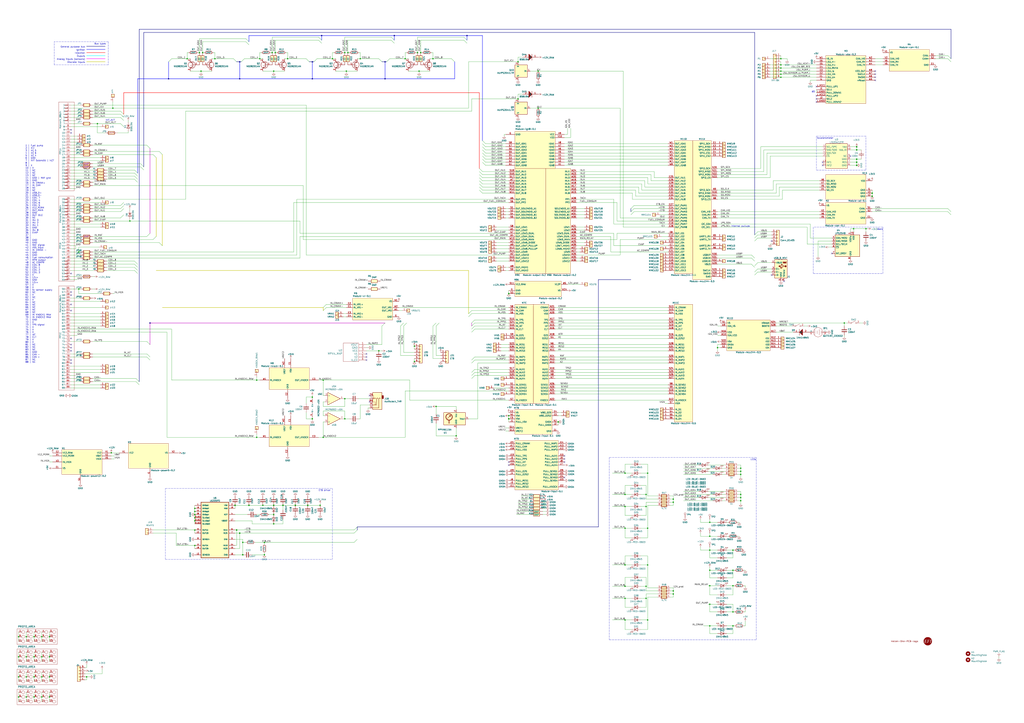
<source format=kicad_sch>
(kicad_sch (version 20210621) (generator eeschema)
  (paper "A1")
  (title_block (title "Hellen88bmw") (rev "A") (company "andreika @ rusEFI.com"))
  (lib_symbols
    (symbol "Amplifier_Operational:MCP6002-xSN" (pin_names (offset 0.127))
      (property "Reference" "U" (at 0 5.08 0))
      (property "Value" "MCP6002-xSN" (at 0 -5.08 0))
      (symbol "MCP6002-xSN_1_1"
        (pin output line (at 7.62 0 180) (length 2.54) (name "~") (number "1"))
        (pin input line (at -7.62 -2.54 0) (length 2.54) (name "-") (number "2"))
        (pin input line (at -7.62 2.54 0) (length 2.54) (name "+") (number "3"))
      )
      (symbol "MCP6002-xSN_2_1"
        (pin input line (at -7.62 2.54 0) (length 2.54) (name "+") (number "5"))
        (pin input line (at -7.62 -2.54 0) (length 2.54) (name "-") (number "6"))
        (pin output line (at 7.62 0 180) (length 2.54) (name "~") (number "7"))
      )
      (symbol "MCP6002-xSN_3_1"
        (pin power_in line (at -2.54 -7.62 90) (length 3.81) (name "V-") (number "4"))
        (pin power_in line (at -2.54 7.62 270) (length 3.81) (name "V+") (number "8"))
      )
    )
    (symbol "Connector:TestPoint" (pin_numbers hide) (pin_names (offset 0.762) hide)
      (property "Reference" "TP" (at 0 6.858 0))
      (property "Value" "TestPoint" (at 0 5.08 0))
      (symbol "TestPoint_1_1"
        (pin passive line (at 0 0 90) (length 2.54) (name "1") (number "1"))
      )
    )
    (symbol "Connector_Generic:Conn_01x01" (pin_names (offset 1.016) hide)
      (property "Reference" "J" (at 0 2.54 0))
      (property "Value" "Conn_01x01" (at 0 -2.54 0))
      (symbol "Conn_01x01_1_1"
        (pin passive line (at -5.08 0 0) (length 3.81) (name "Pin_1") (number "1"))
      )
    )
    (symbol "Connector_Generic:Conn_01x02" (pin_names (offset 1.016) hide)
      (property "Reference" "J" (at 0 2.54 0))
      (property "Value" "Conn_01x02" (at 0 -5.08 0))
      (symbol "Conn_01x02_1_1"
        (pin passive line (at -5.08 0 0) (length 3.81) (name "Pin_1") (number "1"))
        (pin passive line (at -5.08 -2.54 0) (length 3.81) (name "Pin_2") (number "2"))
      )
    )
    (symbol "Connector_Generic:Conn_01x04" (pin_names (offset 1.016) hide)
      (property "Reference" "J" (at 0 5.08 0))
      (property "Value" "Conn_01x04" (at 0 -7.62 0))
      (symbol "Conn_01x04_1_1"
        (pin passive line (at -5.08 2.54 0) (length 3.81) (name "Pin_1") (number "1"))
        (pin passive line (at -5.08 0 0) (length 3.81) (name "Pin_2") (number "2"))
        (pin passive line (at -5.08 -2.54 0) (length 3.81) (name "Pin_3") (number "3"))
        (pin passive line (at -5.08 -5.08 0) (length 3.81) (name "Pin_4") (number "4"))
      )
    )
    (symbol "Connector_Generic:Conn_01x05" (pin_names (offset 1.016) hide)
      (property "Reference" "J" (at 0 7.62 0))
      (property "Value" "Conn_01x05" (at 0 -7.62 0))
      (symbol "Conn_01x05_1_1"
        (pin passive line (at -5.08 5.08 0) (length 3.81) (name "Pin_1") (number "1"))
        (pin passive line (at -5.08 2.54 0) (length 3.81) (name "Pin_2") (number "2"))
        (pin passive line (at -5.08 0 0) (length 3.81) (name "Pin_3") (number "3"))
        (pin passive line (at -5.08 -2.54 0) (length 3.81) (name "Pin_4") (number "4"))
        (pin passive line (at -5.08 -5.08 0) (length 3.81) (name "Pin_5") (number "5"))
      )
    )
    (symbol "Connector_Generic:Conn_01x06" (pin_names (offset 1.016) hide)
      (property "Reference" "J" (at 0 7.62 0))
      (property "Value" "Conn_01x06" (at 0 -10.16 0))
      (symbol "Conn_01x06_1_1"
        (pin passive line (at -5.08 5.08 0) (length 3.81) (name "Pin_1") (number "1"))
        (pin passive line (at -5.08 2.54 0) (length 3.81) (name "Pin_2") (number "2"))
        (pin passive line (at -5.08 0 0) (length 3.81) (name "Pin_3") (number "3"))
        (pin passive line (at -5.08 -2.54 0) (length 3.81) (name "Pin_4") (number "4"))
        (pin passive line (at -5.08 -5.08 0) (length 3.81) (name "Pin_5") (number "5"))
        (pin passive line (at -5.08 -7.62 0) (length 3.81) (name "Pin_6") (number "6"))
      )
    )
    (symbol "Connector_Generic:Conn_01x08" (pin_names (offset 1.016) hide)
      (property "Reference" "J" (at 0 10.16 0))
      (property "Value" "Conn_01x08" (at 0 -12.7 0))
      (symbol "Conn_01x08_1_1"
        (pin passive line (at -5.08 7.62 0) (length 3.81) (name "Pin_1") (number "1"))
        (pin passive line (at -5.08 5.08 0) (length 3.81) (name "Pin_2") (number "2"))
        (pin passive line (at -5.08 2.54 0) (length 3.81) (name "Pin_3") (number "3"))
        (pin passive line (at -5.08 0 0) (length 3.81) (name "Pin_4") (number "4"))
        (pin passive line (at -5.08 -2.54 0) (length 3.81) (name "Pin_5") (number "5"))
        (pin passive line (at -5.08 -5.08 0) (length 3.81) (name "Pin_6") (number "6"))
        (pin passive line (at -5.08 -7.62 0) (length 3.81) (name "Pin_7") (number "7"))
        (pin passive line (at -5.08 -10.16 0) (length 3.81) (name "Pin_8") (number "8"))
      )
    )
    (symbol "Device:C" (pin_numbers hide) (pin_names (offset 0.254))
      (property "Reference" "C" (at 0.635 2.54 0))
      (property "Value" "C" (at 0.635 -2.54 0))
      (symbol "C_1_1"
        (pin passive line (at 0 3.81 270) (length 2.794) (name "~") (number "1"))
        (pin passive line (at 0 -3.81 90) (length 2.794) (name "~") (number "2"))
      )
    )
    (symbol "Device:D" (pin_numbers hide) (pin_names (offset 1.016) hide)
      (property "Reference" "D" (at 0 2.54 0))
      (property "Value" "D" (at 0 -2.54 0))
      (symbol "D_1_1"
        (pin passive line (at -3.81 0 0) (length 2.54) (name "K") (number "1"))
        (pin passive line (at 3.81 0 180) (length 2.54) (name "A") (number "2"))
      )
    )
    (symbol "Device:LED" (pin_numbers hide) (pin_names (offset 1.016) hide)
      (property "Reference" "D" (at 0 2.54 0))
      (property "Value" "LED" (at 0 -2.54 0))
      (symbol "LED_1_1"
        (pin passive line (at -3.81 0 0) (length 2.54) (name "K") (number "1"))
        (pin passive line (at 3.81 0 180) (length 2.54) (name "A") (number "2"))
      )
    )
    (symbol "Device:Q_NIGBT_GCE" (pin_names (offset 0) hide)
      (property "Reference" "Q" (at 5.08 1.27 0))
      (property "Value" "Q_NIGBT_GCE" (at 5.08 -1.27 0))
      (symbol "Q_NIGBT_GCE_1_1"
        (pin input line (at -5.08 0 0) (length 5.334) (name "G") (number "1"))
        (pin passive line (at 2.54 5.08 270) (length 2.54) (name "C") (number "2"))
        (pin passive line (at 2.54 -5.08 90) (length 2.54) (name "E") (number "3"))
      )
    )
    (symbol "Device:R" (pin_numbers hide) (pin_names (offset 0))
      (property "Reference" "R" (at 2.032 0 90))
      (property "Value" "R" (at 0 0 90))
      (symbol "R_1_1"
        (pin passive line (at 0 3.81 270) (length 1.27) (name "~") (number "1"))
        (pin passive line (at 0 -3.81 90) (length 1.27) (name "~") (number "2"))
      )
    )
    (symbol "Device:R_Pack04" (pin_names (offset 0) hide)
      (property "Reference" "RN" (at -7.62 0 90))
      (property "Value" "R_Pack04" (at 5.08 0 90))
      (symbol "R_Pack04_1_1"
        (pin passive line (at -5.08 -5.08 90) (length 2.54) (name "R1.1") (number "1"))
        (pin passive line (at -2.54 -5.08 90) (length 2.54) (name "R2.1") (number "2"))
        (pin passive line (at 0 -5.08 90) (length 2.54) (name "R3.1") (number "3"))
        (pin passive line (at 2.54 -5.08 90) (length 2.54) (name "R4.1") (number "4"))
        (pin passive line (at 2.54 5.08 270) (length 2.54) (name "R4.2") (number "5"))
        (pin passive line (at 0 5.08 270) (length 2.54) (name "R3.2") (number "6"))
        (pin passive line (at -2.54 5.08 270) (length 2.54) (name "R2.2") (number "7"))
        (pin passive line (at -5.08 5.08 270) (length 2.54) (name "R1.2") (number "8"))
      )
    )
    (symbol "Diode:1N4148WS" (pin_numbers hide) (pin_names (offset 1.016) hide)
      (property "Reference" "D" (at 0 2.54 0))
      (property "Value" "1N4148WS" (at 0 -2.54 0))
      (symbol "1N4148WS_1_1"
        (pin passive line (at -3.81 0 0) (length 2.54) (name "K") (number "1"))
        (pin passive line (at 3.81 0 180) (length 2.54) (name "A") (number "2"))
      )
    )
    (symbol "MPX-4_MAP:MPX4_MAP" (pin_names (offset 0.762))
      (property "Reference" "U" (at 0 10.16 0))
      (property "Value" "MPX4_MAP" (at 8.89 0 90))
      (symbol "MPX4_MAP_1_1"
        (pin passive line (at -8.89 6.35 0) (length 6.35) (name "VOUT") (number "1"))
        (pin passive line (at -8.89 3.81 0) (length 6.35) (name "GND") (number "2"))
        (pin passive line (at -8.89 1.27 0) (length 6.35) (name "VCC") (number "3"))
        (pin passive line (at -8.89 -1.27 0) (length 6.35) (name "V1") (number "4"))
        (pin passive line (at -8.89 -3.81 0) (length 6.35) (name "V2") (number "5"))
        (pin passive line (at -8.89 -6.35 0) (length 6.35) (name "V_EX") (number "6"))
      )
    )
    (symbol "Mechanical:MountingHole" (pin_names (offset 1.016))
      (property "Reference" "H" (at 0 5.08 0))
      (property "Value" "MountingHole" (at 0 3.175 0))
    )
    (symbol "Power_Management:AUIPS2041L"
      (property "Reference" "U" (at 3.81 1.27 0))
      (property "Value" "AUIPS2041L" (at 3.81 -1.27 0))
      (symbol "AUIPS2041L_1_1"
        (pin input line (at -10.16 0 0) (length 2.54) (name "IN") (number "1"))
        (pin passive line (at 0 7.62 270) (length 2.54) (name "D") (number "2"))
        (pin power_in line (at 0 -7.62 90) (length 2.54) (name "S") (number "3"))
      )
    )
    (symbol "Sensor_Pressure:LPS25HB"
      (property "Reference" "U" (at -10.16 8.89 0))
      (property "Value" "LPS25HB" (at 10.16 8.89 0))
      (symbol "LPS25HB_1_1"
        (pin power_in line (at -2.54 10.16 270) (length 2.54) (name "VDDio") (number "1"))
        (pin power_in line (at -5.08 10.16 270) (length 2.54) (name "VDD") (number "10"))
        (pin input line (at 12.7 0 180) (length 2.54) (name "SCL/SCLK") (number "2"))
        (pin passive line (at -2.54 -12.7 90) (length 2.54) hide (name "GND") (number "3"))
        (pin bidirectional line (at 12.7 5.08 180) (length 2.54) (name "SDA/MOSI") (number "4"))
        (pin bidirectional line (at 12.7 2.54 180) (length 2.54) (name "SA0/MISO") (number "5"))
        (pin input line (at 12.7 -2.54 180) (length 2.54) (name "~{CS}") (number "6"))
        (pin output line (at 12.7 -7.62 180) (length 2.54) (name "INT_DRDY") (number "7"))
        (pin power_in line (at -2.54 -12.7 90) (length 2.54) (name "GND") (number "8"))
        (pin passive line (at -2.54 -12.7 90) (length 2.54) hide (name "GND") (number "9"))
      )
    )
    (symbol "Sensor_Pressure:MPXA6115A"
      (property "Reference" "U" (at -10.16 6.35 0))
      (property "Value" "MPXA6115A" (at 1.27 6.35 0))
      (symbol "MPXA6115A_1_1"
        (pin no_connect line (at 5.08 -5.08 90) (length 2.54) hide (name "NC") (number "1"))
        (pin power_in line (at 0 7.62 270) (length 2.54) (name "Vcc") (number "2"))
        (pin power_in line (at 0 -7.62 90) (length 2.54) (name "GND") (number "3"))
        (pin output line (at 10.16 0 180) (length 2.54) (name "Vout") (number "4"))
        (pin no_connect line (at -7.62 -5.08 90) (length 2.54) hide (name "NC") (number "5"))
        (pin no_connect line (at -5.08 -5.08 90) (length 2.54) hide (name "NC") (number "6"))
        (pin no_connect line (at -2.54 -5.08 90) (length 2.54) hide (name "NC") (number "7"))
        (pin no_connect line (at 2.54 -5.08 90) (length 2.54) hide (name "NC") (number "8"))
      )
    )
    (symbol "Switch:SW_SPST" (pin_names (offset 0) hide)
      (property "Reference" "SW" (at 0 3.175 0))
      (property "Value" "SW_SPST" (at 0 -2.54 0))
      (symbol "SW_SPST_1_1"
        (pin passive line (at -5.08 0 0) (length 2.54) (name "A") (number "1"))
        (pin passive line (at 5.08 0 180) (length 2.54) (name "B") (number "2"))
      )
    )
    (symbol "art-electro-power:BATTERY_CR2032" (pin_names (offset 0))
      (property "Reference" "BT" (at 0 5.08 0))
      (property "Value" "BATTERY_CR2032" (at 0 -4.826 0))
      (symbol "BATTERY_CR2032_1_1"
        (pin passive line (at -7.62 0 0) (length 3.81) (name "+") (number "1"))
        (pin passive line (at 7.62 0 180) (length 3.81) (name "-") (number "2"))
      )
    )
    (symbol "hellen-one-can-0.1:Module-can-0.1"
      (property "Reference" "M" (at 0 0 0))
      (property "Value" "Module-can-0.1" (at 0 0 0))
      (symbol "Module-can-0.1_1_0"
        (pin passive line (at 38.1 -12.7 180) (length 5.08) (name "GND") (number "E1"))
        (pin passive line (at 38.1 -5.08 180) (length 5.08) (name "CANL") (number "S1"))
        (pin passive line (at 38.1 -7.62 180) (length 5.08) (name "CANH") (number "S2"))
        (pin passive line (at -5.08 -2.54 0) (length 5.08) (name "V5") (number "V1"))
        (pin passive line (at -5.08 -7.62 0) (length 5.08) (name "CAN_VIO") (number "V2"))
        (pin passive line (at -5.08 -12.7 0) (length 5.08) (name "CAN_TX") (number "V5"))
        (pin passive line (at -5.08 -10.16 0) (length 5.08) (name "CAN_RX") (number "V6"))
      )
    )
    (symbol "hellen-one-common:+12V_RAW" (power) (pin_names (offset 0))
      (property "Value" "+12V_RAW" (at 0 3.556 0))
      (symbol "+12V_RAW_1_1"
        (pin power_in line (at 0 0 90) (length 0) hide (name "+12V_RAW") (number "1"))
      )
    )
    (symbol "hellen-one-common:1N4148WS"
      (property "Reference" "D" (at 0 2.54 0))
      (property "Value" "1N4148WS" (at 0 -3.81 0))
      (symbol "1N4148WS_1_0"
        (pin passive line (at 7.62 0 180) (length 5.08) (name "K") (number "1"))
        (pin passive line (at -5.08 0 0) (length 5.08) (name "A") (number "2"))
      )
    )
    (symbol "hellen-one-common:AudioJack_THR"
      (property "Reference" "J" (at 0 8.89 0))
      (property "Value" "AudioJack_THR" (at 0 6.35 0))
      (property "LCSC" "C165947" (at 0 0 0))
      (symbol "AudioJack_THR_1_1"
        (pin passive line (at 5.08 0 180) (length 2.54) (name "~") (number "R"))
        (pin passive line (at 5.08 -2.54 180) (length 2.54) (name "~") (number "RN"))
        (pin passive line (at 5.08 2.54 180) (length 2.54) (name "~") (number "S"))
        (pin passive line (at 5.08 -5.08 180) (length 2.54) (name "~") (number "T"))
        (pin passive line (at 5.08 -7.62 180) (length 2.54) (name "~") (number "TN"))
      )
    )
    (symbol "hellen-one-common:Cap" (pin_numbers hide)
      (property "Reference" "C" (at -3.81 2.54 0))
      (property "Value" "Cap" (at -2.54 -1.27 0))
      (symbol "Cap_1_0"
        (pin passive line (at -3.81 0 0) (length 2.54) (name "") (number "1"))
        (pin passive line (at 3.81 0 180) (length 2.54) (name "") (number "2"))
      )
    )
    (symbol "hellen-one-common:Fuse-Pad-Pad" (pin_numbers hide) (pin_names (offset 0.762) hide)
      (property "Reference" "F" (at 0 2.54 0))
      (symbol "Fuse-Pad-Pad_0_1"
        (pin passive line (at -5.08 0 0) (length 2.54) (name "1") (number "1"))
        (pin passive line (at 5.08 0 180) (length 2.54) (name "2") (number "2"))
      )
    )
    (symbol "hellen-one-common:Jumper-Pad-Pad" (pin_numbers hide) (pin_names (offset 0.762) hide)
      (property "Reference" "R" (at 0 2.54 0))
      (symbol "Jumper-Pad-Pad_0_1"
        (pin passive line (at -5.08 0 0) (length 2.54) (name "1") (number "1"))
        (pin passive line (at 5.08 0 180) (length 2.54) (name "2") (number "2"))
      )
    )
    (symbol "hellen-one-common:L6205PD" (pin_names (offset 1.016))
      (property "Reference" "U" (at -10.1854 24.0538 0))
      (property "Value" "L6205PD" (at -10.1854 -25.6794 0))
      (symbol "L6205PD_0_0"
        (pin power_in line (at 17.78 20.32 180) (length 5.08) (name "GND@1") (number "1"))
        (pin power_in line (at 17.78 17.78 180) (length 5.08) (name "GND@2") (number "10"))
        (pin power_in line (at 17.78 15.24 180) (length 5.08) (name "GND@3") (number "11"))
        (pin output line (at 17.78 -2.54 180) (length 5.08) (name "OUT1B") (number "12"))
        (pin power_in line (at 17.78 -20.32 180) (length 5.08) (name "SENSEB") (number "13"))
        (pin input line (at -15.24 -12.7 0) (length 5.08) (name "IN1B") (number "14"))
        (pin input line (at -15.24 -15.24 0) (length 5.08) (name "IN2B") (number "15"))
        (pin bidirectional line (at -15.24 -20.32 0) (length 5.08) (name "ENB") (number "16"))
        (pin passive line (at -15.24 7.62 0) (length 5.08) (name "VBOOT") (number "17"))
        (pin output line (at 17.78 -15.24 180) (length 5.08) (name "OUT2B") (number "18"))
        (pin power_in line (at -15.24 17.78 0) (length 5.08) (name "VSB") (number "19"))
        (pin power_in line (at -15.24 20.32 0) (length 5.08) (name "VSA") (number "2"))
        (pin power_in line (at 17.78 12.7 180) (length 5.08) (name "GND@4") (number "20"))
        (pin output line (at 17.78 -12.7 180) (length 5.08) (name "OUT2A") (number "3"))
        (pin passive line (at -15.24 12.7 0) (length 5.08) (name "VCP") (number "4"))
        (pin bidirectional line (at -15.24 -7.62 0) (length 5.08) (name "ENA") (number "5"))
        (pin input line (at -15.24 0 0) (length 5.08) (name "IN1A") (number "6"))
        (pin input line (at -15.24 -2.54 0) (length 5.08) (name "IN2A") (number "7"))
        (pin power_in line (at 17.78 -7.62 180) (length 5.08) (name "SENSEA") (number "8"))
        (pin output line (at 17.78 0 180) (length 5.08) (name "OUT1A") (number "9"))
        (pin power_in line (at 17.78 10.16 180) (length 5.08) (name "SLUG@1") (number "SLUG1"))
        (pin power_in line (at 17.78 7.62 180) (length 5.08) (name "SLUG@2") (number "SLUG2"))
        (pin power_in line (at 17.78 5.08 180) (length 5.08) (name "SLUG@3") (number "SLUG3"))
      )
    )
    (symbol "hellen-one-common:LIS2DW12TR"
      (property "Reference" "U" (at -5.08 11.43 0))
      (property "Value" "LIS2DW12TR" (at 3.81 11.43 0))
      (symbol "LIS2DW12TR_1_1"
        (pin input line (at -10.16 7.62 0) (length 2.54) (name "SCL/SPC") (number "1"))
        (pin power_in line (at 12.7 5.08 180) (length 2.54) (name "Vdd_IO") (number "10"))
        (pin output line (at -10.16 -7.62 0) (length 2.54) (name "INT2") (number "11"))
        (pin output line (at -10.16 -5.08 0) (length 2.54) (name "INT1") (number "12"))
        (pin input line (at -10.16 0 0) (length 2.54) (name "~{CS}") (number "2"))
        (pin bidirectional line (at -10.16 5.08 0) (length 2.54) (name "SA0/SDO") (number "3"))
        (pin bidirectional line (at -10.16 2.54 0) (length 2.54) (name "SDA/SDI") (number "4"))
        (pin passive line (at 12.7 0 180) (length 2.54) (name "NC") (number "5"))
        (pin power_in line (at 12.7 -7.62 180) (length 2.54) (name "GND") (number "6"))
        (pin power_in line (at 12.7 -5.08 180) (length 2.54) (name "RES") (number "7"))
        (pin power_in line (at 12.7 -2.54 180) (length 2.54) (name "GND") (number "8"))
        (pin power_in line (at 12.7 7.62 180) (length 2.54) (name "Vdd") (number "9"))
      )
    )
    (symbol "hellen-one-common:LOGO" (pin_names (offset 1.016))
      (symbol "LOGO_0_0"
        (text "" (at 35.56 6.35 0) (effects (font (size 1.27 1.27))))
        (text "Hellen-One-PCB-logo" (at 0 0 0) (effects (font (size 1.27 1.27))))
      )
    )
    (symbol "hellen-one-common:PROTO_AREA" (pin_names (offset 1.016))
      (property "Value" "PROTO_AREA" (at 25.4 3.81 0))
      (symbol "PROTO_AREA_0_0"
        (text "" (at 35.56 6.35 0) (effects (font (size 1.27 1.27))))
      )
      (symbol "PROTO_AREA_1_1"
        (pin passive line (at 1.27 0 0) (length 2.54) (name "") (number "1"))
        (pin passive line (at 26.67 -3.81 0) (length 2.54) (name "") (number "10"))
        (pin passive line (at 1.27 -7.62 0) (length 2.54) (name "") (number "11"))
        (pin passive line (at 7.62 -7.62 0) (length 2.54) (name "") (number "12"))
        (pin passive line (at 13.97 -7.62 0) (length 2.54) (name "") (number "13"))
        (pin passive line (at 20.32 -7.62 0) (length 2.54) (name "") (number "14"))
        (pin passive line (at 26.67 -7.62 0) (length 2.54) (name "") (number "15"))
        (pin passive line (at 7.62 0 0) (length 2.54) (name "") (number "2"))
        (pin passive line (at 13.97 0 0) (length 2.54) (name "") (number "3"))
        (pin passive line (at 20.32 0 0) (length 2.54) (name "") (number "4"))
        (pin passive line (at 26.67 0 0) (length 2.54) (name "") (number "5"))
        (pin passive line (at 1.27 -3.81 0) (length 2.54) (name "") (number "6"))
        (pin passive line (at 7.62 -3.81 0) (length 2.54) (name "") (number "7"))
        (pin passive line (at 13.97 -3.81 0) (length 2.54) (name "") (number "8"))
        (pin passive line (at 20.32 -3.81 0) (length 2.54) (name "") (number "9"))
      )
    )
    (symbol "hellen-one-common:Res" (pin_numbers hide)
      (property "Reference" "R" (at 3.81 2.54 0))
      (property "Value" "Res" (at 5.08 -2.54 0))
      (symbol "Res_1_0"
        (pin passive line (at 0 0 0) (length 2.54) (name "") (number "1"))
        (pin passive line (at 10.16 0 180) (length 2.54) (name "") (number "2"))
      )
    )
    (symbol "hellen-one-common:USB_B_Mini" (pin_names (offset 1.016))
      (property "Reference" "J" (at -5.08 11.43 0))
      (property "Value" "USB_B_Mini" (at -5.08 8.89 0))
      (symbol "USB_B_Mini_1_1"
        (pin power_out line (at 7.62 5.08 180) (length 2.54) (name "VBUS") (number "1"))
        (pin passive line (at 7.62 -2.54 180) (length 2.54) (name "D-") (number "2"))
        (pin passive line (at 7.62 0 180) (length 2.54) (name "D+") (number "3"))
        (pin passive line (at 7.62 -5.08 180) (length 2.54) (name "ID") (number "4"))
        (pin power_out line (at 0 -10.16 90) (length 2.54) (name "GND") (number "5"))
        (pin passive line (at -2.54 -10.16 90) (length 2.54) (name "Shield") (number "6"))
      )
    )
    (symbol "hellen-one-ign8-0.1:Module-ign8-0.1"
      (property "Reference" "M" (at 0 0 0))
      (property "Value" "Module-ign8-0.1" (at 0 0 0))
      (symbol "Module-ign8-0.1_1_0"
        (pin passive line (at 40.64 -2.54 180) (length 7.62) (name "GND") (number "G"))
        (pin passive line (at 40.64 -27.94 180) (length 7.62) (name "OUT_IGN8") (number "S1"))
        (pin passive line (at 40.64 -25.4 180) (length 7.62) (name "OUT_IGN7") (number "S2"))
        (pin passive line (at 40.64 -22.86 180) (length 7.62) (name "OUT_IGN6") (number "S3"))
        (pin passive line (at 40.64 -20.32 180) (length 7.62) (name "OUT_IGN5") (number "S4"))
        (pin passive line (at 40.64 -17.78 180) (length 7.62) (name "OUT_IGN4") (number "S5"))
        (pin passive line (at 40.64 -15.24 180) (length 7.62) (name "OUT_IGN3") (number "S6"))
        (pin passive line (at 40.64 -12.7 180) (length 7.62) (name "OUT_IGN2") (number "S7"))
        (pin passive line (at 40.64 -10.16 180) (length 7.62) (name "OUT_IGN1") (number "S8"))
        (pin passive line (at -7.62 -27.94 0) (length 7.62) (name "IGN8") (number "V1"))
        (pin passive line (at -7.62 -5.08 0) (length 7.62) (name "V33") (number "V10"))
        (pin passive line (at -7.62 -25.4 0) (length 7.62) (name "IGN7") (number "V2"))
        (pin passive line (at -7.62 -22.86 0) (length 7.62) (name "IGN6") (number "V3"))
        (pin passive line (at -7.62 -20.32 0) (length 7.62) (name "IGN5") (number "V4"))
        (pin passive line (at -7.62 -17.78 0) (length 7.62) (name "IGN4") (number "V5"))
        (pin passive line (at -7.62 -15.24 0) (length 7.62) (name "IGN3") (number "V6"))
        (pin passive line (at -7.62 -12.7 0) (length 7.62) (name "IGN2") (number "V7"))
        (pin passive line (at -7.62 -10.16 0) (length 7.62) (name "IGN1") (number "V8"))
        (pin passive line (at -7.62 -2.54 0) (length 7.62) (name "VCC") (number "V9"))
      )
    )
    (symbol "hellen-one-input-0.1:Module-input-0.1"
      (property "Reference" "M" (at 0 0 0))
      (property "Value" "Module-input-0.1" (at 0 0 0))
      (symbol "Module-input-0.1_1_0"
        (pin passive line (at 17.78 -53.34 180) (length 5.08) (name "AUX1") (number "N10"))
        (pin passive line (at 17.78 -38.1 180) (length 5.08) (name "RES3") (number "N11"))
        (pin passive line (at 17.78 -48.26 180) (length 5.08) (name "MAP3") (number "N12"))
        (pin passive line (at 17.78 -45.72 180) (length 5.08) (name "MAP2") (number "N13"))
        (pin passive line (at 17.78 -43.18 180) (length 5.08) (name "MAP1") (number "N14"))
        (pin passive line (at 17.78 -17.78 180) (length 5.08) (name "IAT") (number "N15"))
        (pin passive line (at 17.78 -20.32 180) (length 5.08) (name "CLT") (number "N16"))
        (pin passive line (at 17.78 -12.7 180) (length 5.08) (name "TPS") (number "N17"))
        (pin passive line (at 17.78 -25.4 180) (length 5.08) (name "O2S") (number "N18"))
        (pin passive line (at 17.78 -5.08 180) (length 5.08) (name "CAM") (number "N19"))
        (pin passive line (at 17.78 -7.62 180) (length 5.08) (name "VSS") (number "N20"))
        (pin passive line (at 17.78 -2.54 180) (length 5.08) (name "CRANK") (number "N21"))
        (pin passive line (at 17.78 -78.74 180) (length 5.08) (name "KNOCK") (number "N22"))
        (pin passive line (at 17.78 -73.66 180) (length 5.08) (name "SENS4") (number "N23"))
        (pin passive line (at 17.78 -71.12 180) (length 5.08) (name "SENS3") (number "N24"))
        (pin passive line (at 17.78 -68.58 180) (length 5.08) (name "SENS2") (number "N25"))
        (pin passive line (at 17.78 -66.04 180) (length 5.08) (name "SENS1") (number "N26"))
        (pin passive line (at 17.78 -35.56 180) (length 5.08) (name "RES2") (number "N3"))
        (pin passive line (at 17.78 -27.94 180) (length 5.08) (name "O2S2") (number "N4"))
        (pin passive line (at 17.78 -15.24 180) (length 5.08) (name "PPS") (number "N5"))
        (pin passive line (at 17.78 -33.02 180) (length 5.08) (name "RES1") (number "N6"))
        (pin passive line (at 17.78 -60.96 180) (length 5.08) (name "AUX4") (number "N7"))
        (pin passive line (at 17.78 -58.42 180) (length 5.08) (name "AUX3") (number "N8"))
        (pin passive line (at 17.78 -55.88 180) (length 5.08) (name "AUX2") (number "N9"))
      )
      (symbol "Module-input-0.1_2_0"
        (pin passive line (at 35.56 -17.78 180) (length 5.08) (name "GND") (number "E1"))
        (pin passive line (at -5.08 -2.54 0) (length 5.08) (name "V5") (number "E2"))
        (pin passive line (at 35.56 -5.08 180) (length 5.08) (name "WBO_O2S2") (number "E3"))
        (pin passive line (at 35.56 -2.54 180) (length 5.08) (name "WBO_O2S") (number "E4"))
        (pin passive line (at -5.08 -7.62 0) (length 5.08) (name "V5A") (number "E5"))
        (pin passive line (at -5.08 -10.16 0) (length 5.08) (name "PULL_V5A") (number "J1"))
        (pin passive line (at 35.56 -12.7 180) (length 5.08) (name "PULL_GNDA") (number "J2"))
        (pin passive line (at -5.08 -5.08 0) (length 5.08) (name "V5A") (number "N1"))
        (pin passive line (at 35.56 -10.16 180) (length 5.08) (name "GNDA") (number "N2"))
        (pin passive line (at -5.08 -17.78 0) (length 5.08) (name "VREF2") (number "S13"))
        (pin passive line (at -5.08 -15.24 0) (length 5.08) (name "VREF1") (number "S14"))
      )
      (symbol "Module-input-0.1_3_0"
        (pin passive line (at -5.08 -66.04 0) (length 5.08) (name "IN_SENS1") (number "S1"))
        (pin passive line (at -5.08 -12.7 0) (length 5.08) (name "IN_TPS") (number "S10"))
        (pin passive line (at -5.08 -43.18 0) (length 5.08) (name "IN_MAP1") (number "S11"))
        (pin passive line (at -5.08 -45.72 0) (length 5.08) (name "IN_MAP2") (number "S12"))
        (pin passive line (at -5.08 -20.32 0) (length 5.08) (name "IN_CLT") (number "S15"))
        (pin passive line (at -5.08 -17.78 0) (length 5.08) (name "IN_IAT") (number "S16"))
        (pin passive line (at -5.08 -53.34 0) (length 5.08) (name "IN_AUX1") (number "S17"))
        (pin passive line (at -5.08 -55.88 0) (length 5.08) (name "IN_AUX2") (number "S18"))
        (pin passive line (at -5.08 -48.26 0) (length 5.08) (name "IN_MAP3") (number "S19"))
        (pin passive line (at -5.08 -68.58 0) (length 5.08) (name "IN_SENS2") (number "S2"))
        (pin passive line (at -5.08 -58.42 0) (length 5.08) (name "IN_AUX3") (number "S20"))
        (pin passive line (at -5.08 -60.96 0) (length 5.08) (name "IN_AUX4") (number "S21"))
        (pin passive line (at -5.08 -38.1 0) (length 5.08) (name "IN_RES3") (number "S22"))
        (pin passive line (at -5.08 -33.02 0) (length 5.08) (name "IN_RES1") (number "S23"))
        (pin passive line (at -5.08 -15.24 0) (length 5.08) (name "IN_PPS") (number "S24"))
        (pin passive line (at -5.08 -27.94 0) (length 5.08) (name "IN_O2S2") (number "S25"))
        (pin passive line (at -5.08 -35.56 0) (length 5.08) (name "IN_RES2") (number "S26"))
        (pin passive line (at -5.08 -71.12 0) (length 5.08) (name "IN_SENS3") (number "S3"))
        (pin passive line (at -5.08 -73.66 0) (length 5.08) (name "IN_SENS4") (number "S4"))
        (pin passive line (at -5.08 -5.08 0) (length 5.08) (name "IN_CAM") (number "S5"))
        (pin passive line (at -5.08 -7.62 0) (length 5.08) (name "IN_VSS") (number "S6"))
        (pin passive line (at -5.08 -78.74 0) (length 5.08) (name "IN_KNOCK") (number "S7"))
        (pin passive line (at -5.08 -2.54 0) (length 5.08) (name "IN_CRANK") (number "S8"))
        (pin passive line (at -5.08 -25.4 0) (length 5.08) (name "IN_O2S") (number "S9"))
      )
      (symbol "Module-input-0.1_4_0"
        (pin passive line (at 40.64 -12.7 180) (length 5.08) (name "PULL_AUX1") (number "J10"))
        (pin passive line (at -5.08 -38.1 0) (length 5.08) (name "PULL_RES3") (number "J11"))
        (pin passive line (at 40.64 -7.62 180) (length 5.08) (name "PULL_MAP3") (number "J12"))
        (pin passive line (at 40.64 -5.08 180) (length 5.08) (name "PULL_MAP2") (number "J13"))
        (pin passive line (at 40.64 -2.54 180) (length 5.08) (name "PULL_MAP1") (number "J14"))
        (pin passive line (at -5.08 -17.78 0) (length 5.08) (name "PULL_IAT") (number "J15"))
        (pin passive line (at -5.08 -20.32 0) (length 5.08) (name "PULL_CLT") (number "J16"))
        (pin passive line (at -5.08 -5.08 0) (length 5.08) (name "PULL_CAM") (number "J17"))
        (pin passive line (at -5.08 -7.62 0) (length 5.08) (name "PULL_VSS") (number "J18"))
        (pin passive line (at -5.08 -12.7 0) (length 5.08) (name "PULL_TPS") (number "J19"))
        (pin passive line (at -5.08 -25.4 0) (length 5.08) (name "PULL_O2S") (number "J20"))
        (pin passive line (at -5.08 -2.54 0) (length 5.08) (name "PULL_CRANK") (number "J21"))
        (pin passive line (at 40.64 -38.1 180) (length 5.08) (name "PULL_KNOCK") (number "J22"))
        (pin passive line (at 40.64 -33.02 180) (length 5.08) (name "PULL_SENS4") (number "J23"))
        (pin passive line (at 40.64 -30.48 180) (length 5.08) (name "PULL_SENS3") (number "J24"))
        (pin passive line (at 40.64 -27.94 180) (length 5.08) (name "PULL_SENS2") (number "J25"))
        (pin passive line (at 40.64 -25.4 180) (length 5.08) (name "PULL_SENS1") (number "J26"))
        (pin passive line (at -5.08 -35.56 0) (length 5.08) (name "PULL_RES2") (number "J3"))
        (pin passive line (at -5.08 -27.94 0) (length 5.08) (name "PULL_O2S2") (number "J4"))
        (pin passive line (at -5.08 -15.24 0) (length 5.08) (name "PULL_PPS") (number "J5"))
        (pin passive line (at -5.08 -33.02 0) (length 5.08) (name "PULL_RES1") (number "J6"))
        (pin passive line (at 40.64 -20.32 180) (length 5.08) (name "PULL_AUX4") (number "J7"))
        (pin passive line (at 40.64 -17.78 180) (length 5.08) (name "PULL_AUX3") (number "J8"))
        (pin passive line (at 40.64 -15.24 180) (length 5.08) (name "PULL_AUX2") (number "J9"))
      )
    )
    (symbol "hellen-one-knock-0.1:Module-knock-0.1"
      (property "Reference" "M" (at 0 0 0))
      (property "Value" "Module-knock-0.1" (at 0 0 0))
      (symbol "Module-knock-0.1_1_0"
        (pin passive line (at 17.78 7.62 270) (length 7.62) (name "V5A") (number "E1"))
        (pin passive line (at 15.24 -25.4 90) (length 7.62) (name "GND") (number "E2"))
        (pin passive line (at 40.64 -10.16 180) (length 7.62) (name "OUT_KNOCK") (number "E3"))
        (pin passive line (at -7.62 -10.16 0) (length 7.62) (name "IN_KNOCK") (number "W1"))
        (pin passive line (at 12.7 7.62 270) (length 7.62) (name "VREF") (number "W2"))
      )
    )
    (symbol "hellen-one-mcu-000.5:Module-mcu-0.5"
      (property "Reference" "M" (at 0 0 0))
      (property "Value" "Module-mcu-0.5" (at 0 0 0))
      (symbol "Module-mcu-0.5_1_0"
        (pin passive line (at 20.32 -2.54 180) (length 5.08) (name "SPI1_SCK") (number "E1"))
        (pin passive line (at 20.32 -5.08 180) (length 5.08) (name "SPI1_MISO") (number "E2"))
        (pin passive line (at 20.32 -7.62 180) (length 5.08) (name "SPI1_MOSI") (number "E3"))
        (pin passive line (at 20.32 -10.16 180) (length 5.08) (name "SPI1_CS1") (number "E4"))
        (pin passive line (at 20.32 -12.7 180) (length 5.08) (name "SPI1_CS2") (number "E5"))
        (pin passive line (at 20.32 -58.42 180) (length 5.08) (name "CAN_VIO") (number "N1"))
        (pin passive line (at 20.32 -43.18 180) (length 5.08) (name "SPI3_MISO") (number "N10"))
        (pin passive line (at 20.32 -45.72 180) (length 5.08) (name "SPI3_MOSI") (number "N11"))
        (pin passive line (at 20.32 -68.58 180) (length 5.08) (name "I2C_SDA") (number "N18"))
        (pin passive line (at 20.32 -71.12 180) (length 5.08) (name "I2C_SCL") (number "N19"))
        (pin passive line (at 20.32 -60.96 180) (length 5.08) (name "CAN_RX") (number "N2"))
        (pin passive line (at 20.32 -22.86 180) (length 5.08) (name "SPI2_SCK") (number "N20"))
        (pin passive line (at 20.32 -25.4 180) (length 5.08) (name "SPI2_MISO") (number "N21"))
        (pin passive line (at 20.32 -27.94 180) (length 5.08) (name "SPI2_MOSI") (number "N22"))
        (pin passive line (at 20.32 -30.48 180) (length 5.08) (name "SPI2_CS") (number "N23"))
        (pin passive line (at 20.32 -106.68 180) (length 5.08) (name "SWCLK") (number "N25"))
        (pin passive line (at 20.32 -109.22 180) (length 5.08) (name "SWDIO") (number "N26"))
        (pin passive line (at 20.32 -111.76 180) (length 5.08) (name "SWO") (number "N27"))
        (pin passive line (at 20.32 -101.6 180) (length 5.08) (name "VBUS") (number "N29"))
        (pin passive line (at 20.32 -63.5 180) (length 5.08) (name "CAN_TX") (number "N3"))
        (pin passive line (at 20.32 -93.98 180) (length 5.08) (name "USB1P") (number "N30"))
        (pin passive line (at 20.32 -96.52 180) (length 5.08) (name "USB1M") (number "N31"))
        (pin passive line (at 20.32 -99.06 180) (length 5.08) (name "USB1ID") (number "N32"))
        (pin passive line (at 20.32 -81.28 180) (length 5.08) (name "UART1_TX") (number "N4"))
        (pin passive line (at 20.32 -78.74 180) (length 5.08) (name "UART1_RX") (number "N5"))
        (pin passive line (at 20.32 -88.9 180) (length 5.08) (name "UART2_TX") (number "N6"))
        (pin passive line (at 20.32 -86.36 180) (length 5.08) (name "UART2_RX") (number "N7"))
        (pin passive line (at 20.32 -48.26 180) (length 5.08) (name "SPI3_CS") (number "N8"))
        (pin passive line (at 20.32 -40.64 180) (length 5.08) (name "SPI3_SCK") (number "N9"))
      )
      (symbol "Module-mcu-0.5_2_0"
        (pin passive line (at 20.32 -99.06 180) (length 5.08) (name "OUT_IO10") (number "E10"))
        (pin passive line (at 20.32 -96.52 180) (length 5.08) (name "OUT_IO9") (number "E11"))
        (pin passive line (at 20.32 -78.74 180) (length 5.08) (name "OUT_IO2") (number "E12"))
        (pin passive line (at 20.32 -104.14 180) (length 5.08) (name "OUT_IO12") (number "E13"))
        (pin passive line (at 20.32 -55.88 180) (length 5.08) (name "OUT_PWM2") (number "E14"))
        (pin passive line (at 20.32 -58.42 180) (length 5.08) (name "OUT_PWM3") (number "E15"))
        (pin passive line (at 20.32 -60.96 180) (length 5.08) (name "OUT_PWM4") (number "E16"))
        (pin passive line (at 20.32 -63.5 180) (length 5.08) (name "OUT_PWM5") (number "E17"))
        (pin passive line (at 20.32 -66.04 180) (length 5.08) (name "OUT_PWM6") (number "E18"))
        (pin passive line (at 20.32 -68.58 180) (length 5.08) (name "OUT_PWM7") (number "E19"))
        (pin passive line (at 20.32 -101.6 180) (length 5.08) (name "OUT_IO11") (number "E20"))
        (pin passive line (at 20.32 -91.44 180) (length 5.08) (name "OUT_IO7") (number "E21"))
        (pin passive line (at 20.32 -93.98 180) (length 5.08) (name "OUT_IO8") (number "E22"))
        (pin passive line (at 20.32 -83.82 180) (length 5.08) (name "OUT_IO4") (number "E23"))
        (pin passive line (at 20.32 -106.68 180) (length 5.08) (name "OUT_IO13") (number "E24"))
        (pin passive line (at 20.32 -30.48 180) (length 5.08) (name "OUT_INJ1") (number "E25"))
        (pin passive line (at 20.32 -33.02 180) (length 5.08) (name "OUT_INJ2") (number "E26"))
        (pin passive line (at 20.32 -53.34 180) (length 5.08) (name "OUT_PWM1") (number "E27"))
        (pin passive line (at 20.32 -71.12 180) (length 5.08) (name "OUT_PWM8") (number "E28"))
        (pin passive line (at 20.32 -35.56 180) (length 5.08) (name "OUT_INJ3") (number "E29"))
        (pin passive line (at 20.32 -38.1 180) (length 5.08) (name "OUT_INJ4") (number "E30"))
        (pin passive line (at 20.32 -40.64 180) (length 5.08) (name "OUT_INJ5") (number "E31"))
        (pin passive line (at 20.32 -43.18 180) (length 5.08) (name "OUT_INJ6") (number "E32"))
        (pin passive line (at 20.32 -45.72 180) (length 5.08) (name "OUT_INJ7") (number "E33"))
        (pin passive line (at 20.32 -48.26 180) (length 5.08) (name "OUT_INJ8") (number "E34"))
        (pin passive line (at 20.32 -81.28 180) (length 5.08) (name "OUT_IO3") (number "E6"))
        (pin passive line (at 20.32 -86.36 180) (length 5.08) (name "OUT_IO5") (number "E7"))
        (pin passive line (at 20.32 -76.2 180) (length 5.08) (name "OUT_IO1") (number "E8"))
        (pin passive line (at 20.32 -88.9 180) (length 5.08) (name "OUT_IO6") (number "E9"))
        (pin passive line (at 20.32 -2.54 180) (length 5.08) (name "OUT_IGN1") (number "W1"))
        (pin passive line (at 20.32 -5.08 180) (length 5.08) (name "OUT_IGN2") (number "W2"))
        (pin passive line (at 20.32 -7.62 180) (length 5.08) (name "OUT_IGN3") (number "W3"))
        (pin passive line (at 20.32 -10.16 180) (length 5.08) (name "OUT_IGN4") (number "W4"))
        (pin passive line (at 20.32 -12.7 180) (length 5.08) (name "OUT_IGN5") (number "W5"))
        (pin passive line (at 20.32 -15.24 180) (length 5.08) (name "OUT_IGN6") (number "W6"))
        (pin passive line (at 20.32 -17.78 180) (length 5.08) (name "OUT_IGN7") (number "W7"))
        (pin passive line (at 20.32 -20.32 180) (length 5.08) (name "OUT_IGN8") (number "W8"))
      )
      (symbol "Module-mcu-0.5_3_0"
        (pin passive line (at -5.08 -71.12 0) (length 5.08) (name "IN_SENS3") (number "S10"))
        (pin passive line (at -5.08 -73.66 0) (length 5.08) (name "IN_SENS4") (number "S11"))
        (pin passive line (at -5.08 -78.74 0) (length 5.08) (name "IN_KNOCK") (number "S12"))
        (pin passive line (at -5.08 -2.54 0) (length 5.08) (name "IN_CRANK") (number "S13"))
        (pin passive line (at -5.08 -7.62 0) (length 5.08) (name "IN_VSS") (number "S14"))
        (pin passive line (at -5.08 -5.08 0) (length 5.08) (name "IN_CAM") (number "S15"))
        (pin passive line (at -5.08 -25.4 0) (length 5.08) (name "IN_O2S") (number "S16"))
        (pin passive line (at -5.08 -12.7 0) (length 5.08) (name "IN_TPS") (number "S17"))
        (pin passive line (at -5.08 -20.32 0) (length 5.08) (name "IN_CLT") (number "S18"))
        (pin passive line (at -5.08 -17.78 0) (length 5.08) (name "IN_IAT") (number "S19"))
        (pin passive line (at -5.08 -43.18 0) (length 5.08) (name "IN_MAP1") (number "S20"))
        (pin passive line (at -5.08 -45.72 0) (length 5.08) (name "IN_MAP2") (number "S21"))
        (pin passive line (at -5.08 -48.26 0) (length 5.08) (name "IN_MAP3") (number "S22"))
        (pin passive line (at -5.08 -38.1 0) (length 5.08) (name "IN_RES3") (number "S23"))
        (pin passive line (at -5.08 -53.34 0) (length 5.08) (name "IN_AUX1") (number "S24"))
        (pin passive line (at -5.08 -55.88 0) (length 5.08) (name "IN_AUX2") (number "S25"))
        (pin passive line (at -5.08 -58.42 0) (length 5.08) (name "IN_AUX3") (number "S26"))
        (pin passive line (at -5.08 -60.96 0) (length 5.08) (name "IN_AUX4") (number "S27"))
        (pin passive line (at -5.08 -33.02 0) (length 5.08) (name "IN_RES1") (number "S28"))
        (pin passive line (at -5.08 -15.24 0) (length 5.08) (name "IN_PPS") (number "S29"))
        (pin passive line (at -5.08 -86.36 0) (length 5.08) (name "IN_D1") (number "S3"))
        (pin passive line (at -5.08 -27.94 0) (length 5.08) (name "IN_O2S2") (number "S30"))
        (pin passive line (at -5.08 -35.56 0) (length 5.08) (name "IN_RES2") (number "S31"))
        (pin passive line (at -5.08 -88.9 0) (length 5.08) (name "IN_D2") (number "S4"))
        (pin passive line (at -5.08 -91.44 0) (length 5.08) (name "IN_D3") (number "S5"))
        (pin passive line (at -5.08 -93.98 0) (length 5.08) (name "IN_D4") (number "S6"))
        (pin passive line (at -5.08 -81.28 0) (length 5.08) (name "VIGN") (number "S7"))
        (pin passive line (at -5.08 -66.04 0) (length 5.08) (name "IN_SENS1") (number "S8"))
        (pin passive line (at -5.08 -68.58 0) (length 5.08) (name "IN_SENS2") (number "S9"))
      )
      (symbol "Module-mcu-0.5_4_0"
        (pin passive line (at 40.64 -15.24 180) (length 5.08) (name "IO1") (number "N12"))
        (pin passive line (at 40.64 -17.78 180) (length 5.08) (name "IO2") (number "N13"))
        (pin passive line (at 40.64 -20.32 180) (length 5.08) (name "IO3") (number "N14"))
        (pin passive line (at 40.64 -22.86 180) (length 5.08) (name "IO4") (number "N15"))
        (pin passive line (at -5.08 -10.16 0) (length 5.08) (name "V33") (number "N16"))
        (pin passive line (at 40.64 -10.16 180) (length 5.08) (name "VBAT") (number "N17"))
        (pin passive line (at 40.64 -2.54 180) (length 5.08) (name "nReset") (number "N24"))
        (pin passive line (at 40.64 -5.08 180) (length 5.08) (name "BOOT0") (number "N28"))
        (pin passive line (at -5.08 -2.54 0) (length 5.08) (name "V5") (number "S1"))
        (pin passive line (at -5.08 -22.86 0) (length 5.08) (name "GND") (number "S2"))
        (pin passive line (at -5.08 -20.32 0) (length 5.08) (name "GNDA") (number "S32"))
        (pin passive line (at -5.08 -17.78 0) (length 5.08) (name "V5A") (number "S33"))
        (pin passive line (at -5.08 -12.7 0) (length 5.08) (name "IGN_V33") (number "W10"))
        (pin passive line (at -5.08 -5.08 0) (length 5.08) (name "IGN_V5") (number "W9"))
      )
    )
    (symbol "hellen-one-output-0.2:Module-output-0.2"
      (property "Reference" "M" (at 0 0 0))
      (property "Value" "Module-output-0.2" (at 0 0 0))
      (symbol "Module-output-0.2_1_0"
        (pin passive line (at -5.08 -7.62 0) (length 5.08) (name "GND") (number "G"))
        (pin passive line (at -5.08 -2.54 0) (length 5.08) (name "V12_RAW") (number "S11"))
        (pin passive line (at -5.08 -10.16 0) (length 5.08) (name "GND") (number "S3"))
        (pin passive line (at 43.18 -7.62 180) (length 5.08) (name "V5") (number "W14"))
        (pin passive line (at 43.18 -2.54 180) (length 5.08) (name "V12P") (number "W5"))
      )
      (symbol "Module-output-0.2_2_0"
        (pin passive line (at -5.08 -20.32 0) (length 5.08) (name "INJ8") (number "W15"))
        (pin passive line (at -5.08 -17.78 0) (length 5.08) (name "INJ7") (number "W16"))
        (pin passive line (at -5.08 -15.24 0) (length 5.08) (name "INJ6") (number "W17"))
        (pin passive line (at -5.08 -12.7 0) (length 5.08) (name "INJ5") (number "W18"))
        (pin passive line (at -5.08 -10.16 0) (length 5.08) (name "INJ4") (number "W19"))
        (pin passive line (at -5.08 -7.62 0) (length 5.08) (name "INJ3") (number "W20"))
        (pin passive line (at -5.08 -48.26 0) (length 5.08) (name "LOW1") (number "W21"))
        (pin passive line (at -5.08 -27.94 0) (length 5.08) (name "PP2") (number "W22"))
        (pin passive line (at -5.08 -5.08 0) (length 5.08) (name "INJ2") (number "W23"))
        (pin passive line (at -5.08 -2.54 0) (length 5.08) (name "INJ1") (number "W24"))
        (pin passive line (at -5.08 -60.96 0) (length 5.08) (name "LOW6_DIODE") (number "W25"))
        (pin passive line (at -5.08 -71.12 0) (length 5.08) (name "LOW10") (number "W26"))
        (pin passive line (at -5.08 -68.58 0) (length 5.08) (name "LOW9") (number "W27"))
        (pin passive line (at -5.08 -25.4 0) (length 5.08) (name "PP1") (number "W28"))
        (pin passive line (at -5.08 -50.8 0) (length 5.08) (name "LOW2") (number "W29"))
        (pin passive line (at -5.08 -40.64 0) (length 5.08) (name "SOLENOID_B2") (number "W30"))
        (pin passive line (at -5.08 -38.1 0) (length 5.08) (name "SOLENOID_B1") (number "W31"))
        (pin passive line (at -5.08 -35.56 0) (length 5.08) (name "SOLENOID_A2") (number "W32"))
        (pin passive line (at -5.08 -33.02 0) (length 5.08) (name "SOLENOID_A1") (number "W33"))
        (pin passive line (at -5.08 -55.88 0) (length 5.08) (name "LOW4_DUAL") (number "W34"))
        (pin passive line (at -5.08 -73.66 0) (length 5.08) (name "LOW11") (number "W35"))
        (pin passive line (at -5.08 -76.2 0) (length 5.08) (name "LOW12") (number "W36"))
        (pin passive line (at -5.08 -66.04 0) (length 5.08) (name "LOW8_HIGH2") (number "W37"))
        (pin passive line (at -5.08 -53.34 0) (length 5.08) (name "LOW3_DUAL") (number "W38"))
        (pin passive line (at -5.08 -63.5 0) (length 5.08) (name "LOW7_HIGH1") (number "W39"))
        (pin passive line (at -5.08 -58.42 0) (length 5.08) (name "LOW5_MAIN") (number "W40"))
      )
      (symbol "Module-output-0.2_3_0"
        (pin passive line (at 30.48 -33.02 180) (length 5.08) (name "OUT_SOLENOID_A1") (number "S1"))
        (pin passive line (at 30.48 -73.66 180) (length 5.08) (name "OUT_LOW11") (number "S10"))
        (pin passive line (at 30.48 -66.04 180) (length 5.08) (name "OUT_LOW8_PULLUP") (number "S12"))
        (pin passive line (at 30.48 -76.2 180) (length 5.08) (name "OUT_LOW12") (number "S13"))
        (pin passive line (at 30.48 -68.58 180) (length 5.08) (name "OUT_LOW9") (number "S14"))
        (pin passive line (at 30.48 -15.24 180) (length 5.08) (name "OUT_INJ6") (number "S15"))
        (pin passive line (at 30.48 -5.08 180) (length 5.08) (name "OUT_INJ2") (number "S16"))
        (pin passive line (at 30.48 -7.62 180) (length 5.08) (name "OUT_INJ3") (number "S17"))
        (pin passive line (at 30.48 -2.54 180) (length 5.08) (name "OUT_INJ1") (number "S18"))
        (pin passive line (at 30.48 -35.56 180) (length 5.08) (name "OUT_SOLENOID_A2") (number "S2"))
        (pin passive line (at 30.48 -38.1 180) (length 5.08) (name "OUT_SOLENOID_B1") (number "S4"))
        (pin passive line (at 30.48 -40.64 180) (length 5.08) (name "OUT_SOLENOID_B2") (number "S5"))
        (pin passive line (at 30.48 -27.94 180) (length 5.08) (name "OUT_PP2") (number "S6"))
        (pin passive line (at 30.48 -53.34 180) (length 5.08) (name "OUT_LOW3_DUAL") (number "S7"))
        (pin passive line (at 30.48 -48.26 180) (length 5.08) (name "OUT_LOW1") (number "S8"))
        (pin passive line (at 30.48 -83.82 180) (length 5.08) (name "OUT_HIGH2") (number "S9"))
        (pin passive line (at 30.48 -50.8 180) (length 5.08) (name "OUT_LOW2") (number "W1"))
        (pin passive line (at 30.48 -12.7 180) (length 5.08) (name "OUT_INJ5") (number "W10"))
        (pin passive line (at 30.48 -20.32 180) (length 5.08) (name "OUT_INJ8") (number "W11"))
        (pin passive line (at 30.48 -17.78 180) (length 5.08) (name "OUT_INJ7") (number "W12"))
        (pin passive line (at 30.48 -58.42 180) (length 5.08) (name "OUT_LOW5_MAIN") (number "W13"))
        (pin passive line (at 30.48 -71.12 180) (length 5.08) (name "OUT_LOW10") (number "W2"))
        (pin passive line (at 30.48 -60.96 180) (length 5.08) (name "OUT_LOW6_DIODE") (number "W3"))
        (pin passive line (at 30.48 -55.88 180) (length 5.08) (name "OUT_LOW4_DUAL") (number "W4"))
        (pin passive line (at 30.48 -25.4 180) (length 5.08) (name "OUT_PP1") (number "W6"))
        (pin passive line (at 30.48 -10.16 180) (length 5.08) (name "OUT_INJ4") (number "W7"))
        (pin passive line (at 30.48 -81.28 180) (length 5.08) (name "OUT_HIGH1") (number "W8"))
        (pin passive line (at 30.48 -63.5 180) (length 5.08) (name "OUT_LOW7_PULLUP") (number "W9"))
      )
    )
    (symbol "hellen-one-power12-0.2:Module-power12-0.2"
      (property "Reference" "M" (at 0 0 0))
      (property "Value" "Module-power12-0.2" (at 0 0 0))
      (symbol "Module-power12-0.2_1_0"
        (pin passive line (at -7.62 -15.24 0) (length 7.62) (name "V5") (number "E1"))
        (pin passive line (at -7.62 -2.54 0) (length 7.62) (name "V12_RAW") (number "E2"))
        (pin passive line (at 15.24 -27.94 90) (length 7.62) (name "GND") (number "S1"))
        (pin passive line (at 40.64 -2.54 180) (length 7.62) (name "V12") (number "V1"))
        (pin passive line (at 40.64 -5.08 180) (length 7.62) (name "VBAT") (number "V2"))
        (pin passive line (at -7.62 -10.16 0) (length 7.62) (name "IN_VIGN") (number "V3"))
        (pin passive line (at -7.62 -5.08 0) (length 7.62) (name "V12_PERM") (number "V4"))
        (pin passive line (at 40.64 -7.62 180) (length 7.62) (name "VIGN") (number "V5"))
      )
    )
    (symbol "hellen-one-power5-0.2:Module-power5-0.2"
      (property "Reference" "M" (at 0 0 0))
      (property "Value" "Module-power5-0.2" (at 0 0 0))
      (symbol "Module-power5-0.2_1_0"
        (pin passive line (at 17.78 -27.94 90) (length 7.62) (name "GND") (number "G"))
        (pin passive line (at -7.62 -7.62 0) (length 7.62) (name "V12") (number "V1"))
        (pin passive line (at 40.64 -7.62 180) (length 7.62) (name "V5") (number "V2"))
      )
    )
    (symbol "hellen-one-sd-0.1:Module-sd-0.1"
      (property "Reference" "M" (at 0 0 0))
      (property "Value" "Module-sd-0.1" (at 0 0 0))
      (symbol "Module-sd-0.1_1_0"
        (pin passive line (at 38.1 -12.7 180) (length 5.08) (name "GND") (number "G"))
        (pin passive line (at 38.1 -5.08 180) (length 5.08) (name "V33") (number "V1"))
        (pin passive line (at 38.1 -17.78 180) (length 5.08) (name "GND") (number "V2"))
        (pin passive line (at 38.1 -15.24 180) (length 5.08) (name "GND") (number "V3"))
        (pin passive line (at -5.08 -12.7 0) (length 5.08) (name "SD_CS") (number "V4"))
        (pin passive line (at -5.08 -10.16 0) (length 5.08) (name "SD_MOSI") (number "V5"))
        (pin passive line (at -5.08 -5.08 0) (length 5.08) (name "SD_SCK") (number "V6"))
        (pin passive line (at -5.08 -7.62 0) (length 5.08) (name "SD_MISO") (number "V7"))
      )
    )
    (symbol "hellen-one-vr-0.1:Module-vr-0.1"
      (property "Reference" "M" (at 0 0 0))
      (property "Value" "Module-vr-0.1" (at 0 0 0))
      (symbol "Module-vr-0.1_1_0"
        (pin passive line (at -5.08 -7.62 0) (length 5.08) (name "IN_VR1-") (number "E1"))
        (pin passive line (at -5.08 -5.08 0) (length 5.08) (name "IN_VR1+") (number "E2"))
        (pin passive line (at -5.08 -12.7 0) (length 5.08) (name "IN_VR2+") (number "E3"))
        (pin passive line (at -5.08 -15.24 0) (length 5.08) (name "IN_VR2-") (number "E4"))
        (pin passive line (at 38.1 -15.24 180) (length 5.08) (name "GND") (number "G"))
        (pin passive line (at 38.1 -2.54 180) (length 5.08) (name "V5") (number "N1"))
        (pin passive line (at 38.1 -10.16 180) (length 5.08) (name "OUT_VR2") (number "W1"))
        (pin passive line (at 38.1 -7.62 180) (length 5.08) (name "OUT_VR1") (number "W2"))
      )
    )
    (symbol "hellen-one-wbo-0.3:Module-wbo-0.3"
      (property "Reference" "M" (at 1.27 1.27 0))
      (property "Value" "Module-wbo-0.3" (at 8.89 -40.64 0))
      (symbol "Module-wbo-0.3_1_0"
        (pin passive line (at 40.64 -17.78 180) (length 7.62) (name "LSU_Un") (number "E1"))
        (pin passive line (at 40.64 -15.24 180) (length 7.62) (name "LSU_Vm") (number "E2"))
        (pin passive line (at 40.64 -12.7 180) (length 7.62) (name "LSU_Ip") (number "E3"))
        (pin passive line (at 40.64 -10.16 180) (length 7.62) (name "LSU_Rtrim") (number "E4"))
        (pin passive line (at 40.64 -7.62 180) (length 7.62) (name "LSU_H+") (number "E5"))
        (pin passive line (at 40.64 -5.08 180) (length 7.62) (name "LSU_H-") (number "E6"))
        (pin passive line (at 40.64 -20.32 180) (length 7.62) (name "GND") (number "G"))
        (pin passive line (at 40.64 -27.94 180) (length 7.62) (name "SEL1") (number "J1"))
        (pin passive line (at 40.64 -35.56 180) (length 7.62) (name "SEL2") (number "J2"))
        (pin passive line (at 40.64 -30.48 180) (length 7.62) (name "PULL_DOWN1") (number "J_GND1"))
        (pin passive line (at 40.64 -38.1 180) (length 7.62) (name "PULL_DOWN2") (number "J_GND2"))
        (pin passive line (at 40.64 -25.4 180) (length 7.62) (name "PULL_UP1") (number "J_VCC1"))
        (pin passive line (at 40.64 -33.02 180) (length 7.62) (name "PULL_UP2") (number "J_VCC2"))
        (pin passive line (at 40.64 -2.54 180) (length 7.62) (name "V5_IN") (number "W1"))
        (pin passive line (at -7.62 -2.54 0) (length 7.62) (name "CAN_VIO") (number "W2"))
        (pin passive line (at -7.62 -5.08 0) (length 7.62) (name "CAN_RX") (number "W3"))
        (pin passive line (at -7.62 -7.62 0) (length 7.62) (name "CAN_TX") (number "W4"))
        (pin passive line (at -7.62 -20.32 0) (length 7.62) (name "nReset") (number "W5"))
        (pin passive line (at -7.62 -17.78 0) (length 7.62) (name "SWDIO") (number "W6"))
        (pin passive line (at -7.62 -15.24 0) (length 7.62) (name "SWCLK") (number "W7"))
        (pin passive line (at -7.62 -12.7 0) (length 7.62) (name "V33_OUT") (number "W8"))
      )
    )
    (symbol "logo:LOGO" (pin_names (offset 1.016)))
    (symbol "motronic_88pin_STS:Motronic_88pin" (pin_names (offset 0.0254))
      (property "Reference" "*ref" (at 38.1 8.89 0))
      (property "Value" "Motronic_88pin" (at 12.065 8.89 0))
      (symbol "Motronic_88pin_1_1"
        (pin passive line (at 0 0 90) (length 5.08) (name "1") (number "1"))
        (pin passive line (at 22.86 0 90) (length 5.08) (name "10") (number "10"))
        (pin passive line (at 25.4 0 90) (length 5.08) (name "11") (number "11"))
        (pin passive line (at 27.94 0 90) (length 5.08) (name "12") (number "12"))
        (pin passive line (at 30.48 0 90) (length 5.08) (name "13") (number "13"))
        (pin passive line (at 33.02 0 90) (length 5.08) (name "14") (number "14"))
        (pin passive line (at 35.56 0 90) (length 5.08) (name "15") (number "15"))
        (pin passive line (at 38.1 0 90) (length 5.08) (name "16") (number "16"))
        (pin passive line (at 40.64 0 90) (length 5.08) (name "17") (number "17"))
        (pin passive line (at 43.18 0 90) (length 5.08) (name "18") (number "18"))
        (pin passive line (at 45.72 0 90) (length 5.08) (name "19") (number "19"))
        (pin passive line (at 2.54 0 90) (length 5.08) (name "2") (number "2"))
        (pin passive line (at 48.26 0 90) (length 5.08) (name "20") (number "20"))
        (pin passive line (at 50.8 0 90) (length 5.08) (name "21") (number "21"))
        (pin passive line (at 53.34 0 90) (length 5.08) (name "22") (number "22"))
        (pin passive line (at 55.88 0 90) (length 5.08) (name "23") (number "23"))
        (pin passive line (at 58.42 0 90) (length 5.08) (name "24") (number "24"))
        (pin passive line (at 60.96 0 90) (length 5.08) (name "25") (number "25"))
        (pin passive line (at 63.5 0 90) (length 5.08) (name "26") (number "26"))
        (pin passive line (at 66.04 0 90) (length 5.08) (name "27") (number "27"))
        (pin passive line (at 68.58 0 90) (length 5.08) (name "28") (number "28"))
        (pin passive line (at 5.08 0 90) (length 5.08) (name "3") (number "3"))
        (pin passive line (at 7.62 0 90) (length 5.08) (name "4") (number "4"))
        (pin passive line (at 10.16 0 90) (length 5.08) (name "5") (number "5"))
        (pin passive line (at 12.7 0 90) (length 5.08) (name "6") (number "6"))
        (pin passive line (at 15.24 0 90) (length 5.08) (name "7") (number "7"))
        (pin passive line (at 17.78 0 90) (length 5.08) (name "8") (number "8"))
        (pin passive line (at 20.32 0 90) (length 5.08) (name "9") (number "9"))
      )
      (symbol "Motronic_88pin_2_1"
        (pin passive line (at 0 0 90) (length 5.08) (name "29") (number "29"))
        (pin passive line (at 2.54 0 90) (length 5.08) (name "30") (number "30"))
        (pin passive line (at 5.08 0 90) (length 5.08) (name "31") (number "31"))
        (pin passive line (at 7.62 0 90) (length 5.08) (name "32") (number "32"))
        (pin passive line (at 10.16 0 90) (length 5.08) (name "33") (number "33"))
        (pin passive line (at 12.7 0 90) (length 5.08) (name "34") (number "34"))
        (pin passive line (at 15.24 0 90) (length 5.08) (name "35") (number "35"))
        (pin passive line (at 17.78 0 90) (length 5.08) (name "36") (number "36"))
        (pin passive line (at 20.32 0 90) (length 5.08) (name "37") (number "37"))
        (pin passive line (at 22.86 0 90) (length 5.08) (name "38") (number "38"))
        (pin passive line (at 25.4 0 90) (length 5.08) (name "39") (number "39"))
        (pin passive line (at 27.94 0 90) (length 5.08) (name "40") (number "40"))
        (pin passive line (at 30.48 0 90) (length 5.08) (name "41") (number "41"))
        (pin passive line (at 33.02 0 90) (length 5.08) (name "42") (number "42"))
        (pin passive line (at 35.56 0 90) (length 5.08) (name "43") (number "43"))
        (pin passive line (at 38.1 0 90) (length 5.08) (name "44") (number "44"))
        (pin passive line (at 40.64 0 90) (length 5.08) (name "45") (number "45"))
        (pin passive line (at 43.18 0 90) (length 5.08) (name "46") (number "46"))
        (pin passive line (at 45.72 0 90) (length 5.08) (name "47") (number "47"))
        (pin passive line (at 48.26 0 90) (length 5.08) (name "48") (number "48"))
        (pin passive line (at 50.8 0 90) (length 5.08) (name "49") (number "49"))
        (pin passive line (at 53.34 0 90) (length 5.08) (name "50") (number "50"))
        (pin passive line (at 55.88 0 90) (length 5.08) (name "51") (number "51"))
        (pin passive line (at 58.42 0 90) (length 5.08) (name "52") (number "52"))
        (pin passive line (at 60.96 0 90) (length 5.08) (name "53") (number "53"))
        (pin passive line (at 63.5 0 90) (length 5.08) (name "54") (number "54"))
        (pin passive line (at 66.04 0 90) (length 5.08) (name "55") (number "55"))
      )
      (symbol "Motronic_88pin_3_1"
        (pin passive line (at 0 0 90) (length 5.08) (name "56") (number "56"))
        (pin passive line (at 2.54 0 90) (length 5.08) (name "57") (number "57"))
        (pin passive line (at 5.08 0 90) (length 5.08) (name "58") (number "58"))
        (pin passive line (at 7.62 0 90) (length 5.08) (name "59") (number "59"))
        (pin passive line (at 10.16 0 90) (length 5.08) (name "60") (number "60"))
        (pin passive line (at 12.7 0 90) (length 5.08) (name "61") (number "61"))
        (pin passive line (at 15.24 0 90) (length 5.08) (name "62") (number "62"))
        (pin passive line (at 17.78 0 90) (length 5.08) (name "63") (number "63"))
        (pin passive line (at 20.32 0 90) (length 5.08) (name "64") (number "64"))
        (pin passive line (at 22.86 0 90) (length 5.08) (name "65") (number "65"))
        (pin passive line (at 25.4 0 90) (length 5.08) (name "66") (number "66"))
        (pin passive line (at 27.94 0 90) (length 5.08) (name "67") (number "67"))
        (pin passive line (at 30.48 0 90) (length 5.08) (name "68") (number "68"))
        (pin passive line (at 33.02 0 90) (length 5.08) (name "69") (number "69"))
        (pin passive line (at 35.56 0 90) (length 5.08) (name "70") (number "70"))
        (pin passive line (at 38.1 0 90) (length 5.08) (name "71") (number "71"))
        (pin passive line (at 40.64 0 90) (length 5.08) (name "72") (number "72"))
        (pin passive line (at 43.18 0 90) (length 5.08) (name "73") (number "73"))
        (pin passive line (at 45.72 0 90) (length 5.08) (name "74") (number "74"))
        (pin passive line (at 48.26 0 90) (length 5.08) (name "75") (number "75"))
        (pin passive line (at 50.8 0 90) (length 5.08) (name "76") (number "76"))
        (pin passive line (at 53.34 0 90) (length 5.08) (name "77") (number "77"))
        (pin passive line (at 55.88 0 90) (length 5.08) (name "78") (number "78"))
        (pin passive line (at 58.42 0 90) (length 5.08) (name "79") (number "79"))
        (pin passive line (at 60.96 0 90) (length 5.08) (name "80") (number "80"))
        (pin passive line (at 63.5 0 90) (length 5.08) (name "81") (number "81"))
        (pin passive line (at 66.04 0 90) (length 5.08) (name "82") (number "82"))
        (pin passive line (at 68.58 0 90) (length 5.08) (name "83") (number "83"))
        (pin passive line (at 71.12 0 90) (length 5.08) (name "84") (number "84"))
        (pin passive line (at 73.66 0 90) (length 5.08) (name "85") (number "85"))
        (pin passive line (at 76.2 0 90) (length 5.08) (name "86") (number "86"))
        (pin passive line (at 78.74 0 90) (length 5.08) (name "87") (number "87"))
        (pin passive line (at 81.28 0 90) (length 5.08) (name "88") (number "88"))
      )
    )
    (symbol "motronic_88pin_STS:Motronic_88pin_1" (pin_names (offset 0.0254))
      (property "Reference" "*ref" (at 38.1 8.89 0))
      (property "Value" "Motronic_88pin" (at 12.065 8.89 0))
      (symbol "Motronic_88pin_1_1_1"
        (pin passive line (at 0 0 90) (length 5.08) (name "1") (number "1"))
        (pin passive line (at 22.86 0 90) (length 5.08) (name "10") (number "10"))
        (pin passive line (at 25.4 0 90) (length 5.08) (name "11") (number "11"))
        (pin passive line (at 27.94 0 90) (length 5.08) (name "12") (number "12"))
        (pin passive line (at 30.48 0 90) (length 5.08) (name "13") (number "13"))
        (pin passive line (at 33.02 0 90) (length 5.08) (name "14") (number "14"))
        (pin passive line (at 35.56 0 90) (length 5.08) (name "15") (number "15"))
        (pin passive line (at 38.1 0 90) (length 5.08) (name "16") (number "16"))
        (pin passive line (at 40.64 0 90) (length 5.08) (name "17") (number "17"))
        (pin passive line (at 43.18 0 90) (length 5.08) (name "18") (number "18"))
        (pin passive line (at 45.72 0 90) (length 5.08) (name "19") (number "19"))
        (pin passive line (at 2.54 0 90) (length 5.08) (name "2") (number "2"))
        (pin passive line (at 48.26 0 90) (length 5.08) (name "20") (number "20"))
        (pin passive line (at 50.8 0 90) (length 5.08) (name "21") (number "21"))
        (pin passive line (at 53.34 0 90) (length 5.08) (name "22") (number "22"))
        (pin passive line (at 55.88 0 90) (length 5.08) (name "23") (number "23"))
        (pin passive line (at 58.42 0 90) (length 5.08) (name "24") (number "24"))
        (pin passive line (at 60.96 0 90) (length 5.08) (name "25") (number "25"))
        (pin passive line (at 63.5 0 90) (length 5.08) (name "26") (number "26"))
        (pin passive line (at 66.04 0 90) (length 5.08) (name "27") (number "27"))
        (pin passive line (at 68.58 0 90) (length 5.08) (name "28") (number "28"))
        (pin passive line (at 5.08 0 90) (length 5.08) (name "3") (number "3"))
        (pin passive line (at 7.62 0 90) (length 5.08) (name "4") (number "4"))
        (pin passive line (at 10.16 0 90) (length 5.08) (name "5") (number "5"))
        (pin passive line (at 12.7 0 90) (length 5.08) (name "6") (number "6"))
        (pin passive line (at 15.24 0 90) (length 5.08) (name "7") (number "7"))
        (pin passive line (at 17.78 0 90) (length 5.08) (name "8") (number "8"))
        (pin passive line (at 20.32 0 90) (length 5.08) (name "9") (number "9"))
      )
      (symbol "Motronic_88pin_1_2_1"
        (pin passive line (at 0 0 90) (length 5.08) (name "29") (number "29"))
        (pin passive line (at 2.54 0 90) (length 5.08) (name "30") (number "30"))
        (pin passive line (at 5.08 0 90) (length 5.08) (name "31") (number "31"))
        (pin passive line (at 7.62 0 90) (length 5.08) (name "32") (number "32"))
        (pin passive line (at 10.16 0 90) (length 5.08) (name "33") (number "33"))
        (pin passive line (at 12.7 0 90) (length 5.08) (name "34") (number "34"))
        (pin passive line (at 15.24 0 90) (length 5.08) (name "35") (number "35"))
        (pin passive line (at 17.78 0 90) (length 5.08) (name "36") (number "36"))
        (pin passive line (at 20.32 0 90) (length 5.08) (name "37") (number "37"))
        (pin passive line (at 22.86 0 90) (length 5.08) (name "38") (number "38"))
        (pin passive line (at 25.4 0 90) (length 5.08) (name "39") (number "39"))
        (pin passive line (at 27.94 0 90) (length 5.08) (name "40") (number "40"))
        (pin passive line (at 30.48 0 90) (length 5.08) (name "41") (number "41"))
        (pin passive line (at 33.02 0 90) (length 5.08) (name "42") (number "42"))
        (pin passive line (at 35.56 0 90) (length 5.08) (name "43") (number "43"))
        (pin passive line (at 38.1 0 90) (length 5.08) (name "44") (number "44"))
        (pin passive line (at 40.64 0 90) (length 5.08) (name "45") (number "45"))
        (pin passive line (at 43.18 0 90) (length 5.08) (name "46") (number "46"))
        (pin passive line (at 45.72 0 90) (length 5.08) (name "47") (number "47"))
        (pin passive line (at 48.26 0 90) (length 5.08) (name "48") (number "48"))
        (pin passive line (at 50.8 0 90) (length 5.08) (name "49") (number "49"))
        (pin passive line (at 53.34 0 90) (length 5.08) (name "50") (number "50"))
        (pin passive line (at 55.88 0 90) (length 5.08) (name "51") (number "51"))
        (pin passive line (at 58.42 0 90) (length 5.08) (name "52") (number "52"))
        (pin passive line (at 60.96 0 90) (length 5.08) (name "53") (number "53"))
        (pin passive line (at 63.5 0 90) (length 5.08) (name "54") (number "54"))
        (pin passive line (at 66.04 0 90) (length 5.08) (name "55") (number "55"))
      )
      (symbol "Motronic_88pin_1_3_1"
        (pin passive line (at 0 0 90) (length 5.08) (name "56") (number "56"))
        (pin passive line (at 2.54 0 90) (length 5.08) (name "57") (number "57"))
        (pin passive line (at 5.08 0 90) (length 5.08) (name "58") (number "58"))
        (pin passive line (at 7.62 0 90) (length 5.08) (name "59") (number "59"))
        (pin passive line (at 10.16 0 90) (length 5.08) (name "60") (number "60"))
        (pin passive line (at 12.7 0 90) (length 5.08) (name "61") (number "61"))
        (pin passive line (at 15.24 0 90) (length 5.08) (name "62") (number "62"))
        (pin passive line (at 17.78 0 90) (length 5.08) (name "63") (number "63"))
        (pin passive line (at 20.32 0 90) (length 5.08) (name "64") (number "64"))
        (pin passive line (at 22.86 0 90) (length 5.08) (name "65") (number "65"))
        (pin passive line (at 25.4 0 90) (length 5.08) (name "66") (number "66"))
        (pin passive line (at 27.94 0 90) (length 5.08) (name "67") (number "67"))
        (pin passive line (at 30.48 0 90) (length 5.08) (name "68") (number "68"))
        (pin passive line (at 33.02 0 90) (length 5.08) (name "69") (number "69"))
        (pin passive line (at 35.56 0 90) (length 5.08) (name "70") (number "70"))
        (pin passive line (at 38.1 0 90) (length 5.08) (name "71") (number "71"))
        (pin passive line (at 40.64 0 90) (length 5.08) (name "72") (number "72"))
        (pin passive line (at 43.18 0 90) (length 5.08) (name "73") (number "73"))
        (pin passive line (at 45.72 0 90) (length 5.08) (name "74") (number "74"))
        (pin passive line (at 48.26 0 90) (length 5.08) (name "75") (number "75"))
        (pin passive line (at 50.8 0 90) (length 5.08) (name "76") (number "76"))
        (pin passive line (at 53.34 0 90) (length 5.08) (name "77") (number "77"))
        (pin passive line (at 55.88 0 90) (length 5.08) (name "78") (number "78"))
        (pin passive line (at 58.42 0 90) (length 5.08) (name "79") (number "79"))
        (pin passive line (at 60.96 0 90) (length 5.08) (name "80") (number "80"))
        (pin passive line (at 63.5 0 90) (length 5.08) (name "81") (number "81"))
        (pin passive line (at 66.04 0 90) (length 5.08) (name "82") (number "82"))
        (pin passive line (at 68.58 0 90) (length 5.08) (name "83") (number "83"))
        (pin passive line (at 71.12 0 90) (length 5.08) (name "84") (number "84"))
        (pin passive line (at 73.66 0 90) (length 5.08) (name "85") (number "85"))
        (pin passive line (at 76.2 0 90) (length 5.08) (name "86") (number "86"))
        (pin passive line (at 78.74 0 90) (length 5.08) (name "87") (number "87"))
        (pin passive line (at 81.28 0 90) (length 5.08) (name "88") (number "88"))
      )
    )
    (symbol "motronic_88pin_STS:Motronic_88pin_2" (pin_names (offset 0.0254))
      (property "Reference" "*ref" (at 38.1 8.89 0))
      (property "Value" "Motronic_88pin" (at 12.065 8.89 0))
      (symbol "Motronic_88pin_2_1_1"
        (pin passive line (at 0 0 90) (length 5.08) (name "1") (number "1"))
        (pin passive line (at 22.86 0 90) (length 5.08) (name "10") (number "10"))
        (pin passive line (at 25.4 0 90) (length 5.08) (name "11") (number "11"))
        (pin passive line (at 27.94 0 90) (length 5.08) (name "12") (number "12"))
        (pin passive line (at 30.48 0 90) (length 5.08) (name "13") (number "13"))
        (pin passive line (at 33.02 0 90) (length 5.08) (name "14") (number "14"))
        (pin passive line (at 35.56 0 90) (length 5.08) (name "15") (number "15"))
        (pin passive line (at 38.1 0 90) (length 5.08) (name "16") (number "16"))
        (pin passive line (at 40.64 0 90) (length 5.08) (name "17") (number "17"))
        (pin passive line (at 43.18 0 90) (length 5.08) (name "18") (number "18"))
        (pin passive line (at 45.72 0 90) (length 5.08) (name "19") (number "19"))
        (pin passive line (at 2.54 0 90) (length 5.08) (name "2") (number "2"))
        (pin passive line (at 48.26 0 90) (length 5.08) (name "20") (number "20"))
        (pin passive line (at 50.8 0 90) (length 5.08) (name "21") (number "21"))
        (pin passive line (at 53.34 0 90) (length 5.08) (name "22") (number "22"))
        (pin passive line (at 55.88 0 90) (length 5.08) (name "23") (number "23"))
        (pin passive line (at 58.42 0 90) (length 5.08) (name "24") (number "24"))
        (pin passive line (at 60.96 0 90) (length 5.08) (name "25") (number "25"))
        (pin passive line (at 63.5 0 90) (length 5.08) (name "26") (number "26"))
        (pin passive line (at 66.04 0 90) (length 5.08) (name "27") (number "27"))
        (pin passive line (at 68.58 0 90) (length 5.08) (name "28") (number "28"))
        (pin passive line (at 5.08 0 90) (length 5.08) (name "3") (number "3"))
        (pin passive line (at 7.62 0 90) (length 5.08) (name "4") (number "4"))
        (pin passive line (at 10.16 0 90) (length 5.08) (name "5") (number "5"))
        (pin passive line (at 12.7 0 90) (length 5.08) (name "6") (number "6"))
        (pin passive line (at 15.24 0 90) (length 5.08) (name "7") (number "7"))
        (pin passive line (at 17.78 0 90) (length 5.08) (name "8") (number "8"))
        (pin passive line (at 20.32 0 90) (length 5.08) (name "9") (number "9"))
      )
      (symbol "Motronic_88pin_2_2_1"
        (pin passive line (at 0 0 90) (length 5.08) (name "29") (number "29"))
        (pin passive line (at 2.54 0 90) (length 5.08) (name "30") (number "30"))
        (pin passive line (at 5.08 0 90) (length 5.08) (name "31") (number "31"))
        (pin passive line (at 7.62 0 90) (length 5.08) (name "32") (number "32"))
        (pin passive line (at 10.16 0 90) (length 5.08) (name "33") (number "33"))
        (pin passive line (at 12.7 0 90) (length 5.08) (name "34") (number "34"))
        (pin passive line (at 15.24 0 90) (length 5.08) (name "35") (number "35"))
        (pin passive line (at 17.78 0 90) (length 5.08) (name "36") (number "36"))
        (pin passive line (at 20.32 0 90) (length 5.08) (name "37") (number "37"))
        (pin passive line (at 22.86 0 90) (length 5.08) (name "38") (number "38"))
        (pin passive line (at 25.4 0 90) (length 5.08) (name "39") (number "39"))
        (pin passive line (at 27.94 0 90) (length 5.08) (name "40") (number "40"))
        (pin passive line (at 30.48 0 90) (length 5.08) (name "41") (number "41"))
        (pin passive line (at 33.02 0 90) (length 5.08) (name "42") (number "42"))
        (pin passive line (at 35.56 0 90) (length 5.08) (name "43") (number "43"))
        (pin passive line (at 38.1 0 90) (length 5.08) (name "44") (number "44"))
        (pin passive line (at 40.64 0 90) (length 5.08) (name "45") (number "45"))
        (pin passive line (at 43.18 0 90) (length 5.08) (name "46") (number "46"))
        (pin passive line (at 45.72 0 90) (length 5.08) (name "47") (number "47"))
        (pin passive line (at 48.26 0 90) (length 5.08) (name "48") (number "48"))
        (pin passive line (at 50.8 0 90) (length 5.08) (name "49") (number "49"))
        (pin passive line (at 53.34 0 90) (length 5.08) (name "50") (number "50"))
        (pin passive line (at 55.88 0 90) (length 5.08) (name "51") (number "51"))
        (pin passive line (at 58.42 0 90) (length 5.08) (name "52") (number "52"))
        (pin passive line (at 60.96 0 90) (length 5.08) (name "53") (number "53"))
        (pin passive line (at 63.5 0 90) (length 5.08) (name "54") (number "54"))
        (pin passive line (at 66.04 0 90) (length 5.08) (name "55") (number "55"))
      )
      (symbol "Motronic_88pin_2_3_1"
        (pin passive line (at 0 0 90) (length 5.08) (name "56") (number "56"))
        (pin passive line (at 2.54 0 90) (length 5.08) (name "57") (number "57"))
        (pin passive line (at 5.08 0 90) (length 5.08) (name "58") (number "58"))
        (pin passive line (at 7.62 0 90) (length 5.08) (name "59") (number "59"))
        (pin passive line (at 10.16 0 90) (length 5.08) (name "60") (number "60"))
        (pin passive line (at 12.7 0 90) (length 5.08) (name "61") (number "61"))
        (pin passive line (at 15.24 0 90) (length 5.08) (name "62") (number "62"))
        (pin passive line (at 17.78 0 90) (length 5.08) (name "63") (number "63"))
        (pin passive line (at 20.32 0 90) (length 5.08) (name "64") (number "64"))
        (pin passive line (at 22.86 0 90) (length 5.08) (name "65") (number "65"))
        (pin passive line (at 25.4 0 90) (length 5.08) (name "66") (number "66"))
        (pin passive line (at 27.94 0 90) (length 5.08) (name "67") (number "67"))
        (pin passive line (at 30.48 0 90) (length 5.08) (name "68") (number "68"))
        (pin passive line (at 33.02 0 90) (length 5.08) (name "69") (number "69"))
        (pin passive line (at 35.56 0 90) (length 5.08) (name "70") (number "70"))
        (pin passive line (at 38.1 0 90) (length 5.08) (name "71") (number "71"))
        (pin passive line (at 40.64 0 90) (length 5.08) (name "72") (number "72"))
        (pin passive line (at 43.18 0 90) (length 5.08) (name "73") (number "73"))
        (pin passive line (at 45.72 0 90) (length 5.08) (name "74") (number "74"))
        (pin passive line (at 48.26 0 90) (length 5.08) (name "75") (number "75"))
        (pin passive line (at 50.8 0 90) (length 5.08) (name "76") (number "76"))
        (pin passive line (at 53.34 0 90) (length 5.08) (name "77") (number "77"))
        (pin passive line (at 55.88 0 90) (length 5.08) (name "78") (number "78"))
        (pin passive line (at 58.42 0 90) (length 5.08) (name "79") (number "79"))
        (pin passive line (at 60.96 0 90) (length 5.08) (name "80") (number "80"))
        (pin passive line (at 63.5 0 90) (length 5.08) (name "81") (number "81"))
        (pin passive line (at 66.04 0 90) (length 5.08) (name "82") (number "82"))
        (pin passive line (at 68.58 0 90) (length 5.08) (name "83") (number "83"))
        (pin passive line (at 71.12 0 90) (length 5.08) (name "84") (number "84"))
        (pin passive line (at 73.66 0 90) (length 5.08) (name "85") (number "85"))
        (pin passive line (at 76.2 0 90) (length 5.08) (name "86") (number "86"))
        (pin passive line (at 78.74 0 90) (length 5.08) (name "87") (number "87"))
        (pin passive line (at 81.28 0 90) (length 5.08) (name "88") (number "88"))
      )
    )
    (symbol "power:+12V" (power) (pin_names (offset 0))
      (property "Value" "+12V" (at 0 3.556 0))
      (symbol "+12V_1_1"
        (pin power_in line (at 0 0 90) (length 0) hide (name "+12V") (number "1"))
      )
    )
    (symbol "power:+3V3" (power) (pin_names (offset 0))
      (property "Value" "+3V3" (at 0 3.556 0))
      (symbol "+3V3_1_1"
        (pin power_in line (at 0 0 90) (length 0) hide (name "+3V3") (number "1"))
      )
    )
    (symbol "power:+5V" (power) (pin_names (offset 0))
      (property "Value" "+5V" (at 0 3.556 0))
      (symbol "+5V_1_1"
        (pin power_in line (at 0 0 90) (length 0) hide (name "+5V") (number "1"))
      )
    )
    (symbol "power:+5VA" (power) (pin_names (offset 0))
      (property "Value" "+5VA" (at 0 3.556 0))
      (symbol "+5VA_1_1"
        (pin power_in line (at 0 0 90) (length 0) hide (name "+5VA") (number "1"))
      )
    )
    (symbol "power:GND" (power) (pin_names (offset 0))
      (property "Value" "GND" (at 0 -3.81 0))
      (symbol "GND_1_1"
        (pin power_in line (at 0 0 270) (length 0) hide (name "GND") (number "1"))
      )
    )
    (symbol "power:GNDA" (power) (pin_names (offset 0))
      (property "Value" "GNDA" (at 0 -3.81 0))
      (symbol "GNDA_1_1"
        (pin power_in line (at 0 0 270) (length 0) hide (name "GNDA") (number "1"))
      )
    )
    (symbol "power:PWR_FLAG" (power) (pin_numbers hide) (pin_names (offset 0) hide)
      (property "Value" "PWR_FLAG" (at 0 3.81 0))
      (symbol "PWR_FLAG_0_0"
        (pin power_out line (at 0 0 90) (length 0) (name "pwr") (number "1"))
      )
    )
  )
  (junction (at 15.24 523.24))
  (junction (at 15.24 539.75))
  (junction (at 15.24 556.26))
  (junction (at 15.24 572.77))
  (junction (at 21.59 523.24))
  (junction (at 21.59 539.75))
  (junction (at 21.59 556.26))
  (junction (at 21.59 572.77))
  (junction (at 27.94 523.24))
  (junction (at 27.94 539.75))
  (junction (at 27.94 556.26))
  (junction (at 27.94 572.77))
  (junction (at 34.29 523.24))
  (junction (at 34.29 539.75))
  (junction (at 34.29 556.26))
  (junction (at 34.29 572.77))
  (junction (at 40.64 523.24))
  (junction (at 40.64 539.75))
  (junction (at 40.64 556.26))
  (junction (at 40.64 572.77))
  (junction (at 64.77 207.01) (diameter 0.9144))
  (junction (at 64.77 237.49) (diameter 0.9144))
  (junction (at 71.12 556.26) (diameter 0.9144))
  (junction (at 80.01 101.6) (diameter 0.9144))
  (junction (at 91.44 372.11) (diameter 0.9144))
  (junction (at 92.71 88.9) (diameter 0.9144))
  (junction (at 106.68 181.61) (diameter 0.9144))
  (junction (at 153.67 48.26) (diameter 0.9144))
  (junction (at 160.02 417.83))
  (junction (at 160.02 420.37))
  (junction (at 160.02 422.91) (diameter 1.016))
  (junction (at 160.02 425.45))
  (junction (at 160.02 427.99))
  (junction (at 160.02 435.61))
  (junction (at 160.02 448.31))
  (junction (at 163.83 43.18) (diameter 0.9144))
  (junction (at 165.1 58.42) (diameter 0.9144))
  (junction (at 166.37 43.18) (diameter 0.9144))
  (junction (at 176.53 48.26) (diameter 0.9144))
  (junction (at 193.04 415.29) (diameter 1.016))
  (junction (at 194.31 435.61) (diameter 1.016))
  (junction (at 196.85 438.15) (diameter 1.016))
  (junction (at 199.39 445.77) (diameter 0.9144))
  (junction (at 199.39 455.93) (diameter 1.016))
  (junction (at 204.47 415.29) (diameter 1.016))
  (junction (at 210.82 312.42) (diameter 0.9144))
  (junction (at 210.82 359.41) (diameter 0.9144))
  (junction (at 213.36 48.26) (diameter 0.9144))
  (junction (at 215.9 415.29) (diameter 0.9144))
  (junction (at 217.17 445.77) (diameter 0.9144))
  (junction (at 217.17 455.93) (diameter 0.9144))
  (junction (at 223.52 43.18) (diameter 0.9144))
  (junction (at 224.79 58.42) (diameter 0.9144))
  (junction (at 224.79 415.29) (diameter 1.016))
  (junction (at 224.79 422.91) (diameter 0.9144))
  (junction (at 224.79 430.53) (diameter 0.9144))
  (junction (at 226.06 43.18) (diameter 0.9144))
  (junction (at 232.41 415.29) (diameter 1.016))
  (junction (at 236.22 48.26) (diameter 0.9144))
  (junction (at 242.57 415.29) (diameter 1.016))
  (junction (at 252.73 415.29) (diameter 1.016))
  (junction (at 256.54 326.39) (diameter 0.9144))
  (junction (at 256.54 344.17) (diameter 0.9144))
  (junction (at 262.89 415.29) (diameter 0.9144))
  (junction (at 265.43 312.42) (diameter 0.9144))
  (junction (at 265.43 359.41) (diameter 0.9144))
  (junction (at 273.05 48.26) (diameter 0.9144))
  (junction (at 283.21 43.18) (diameter 0.9144))
  (junction (at 283.21 327.66) (diameter 0.9144))
  (junction (at 283.21 344.17) (diameter 0.9144))
  (junction (at 284.48 58.42) (diameter 0.9144))
  (junction (at 285.75 43.18) (diameter 0.9144))
  (junction (at 295.91 48.26) (diameter 0.9144))
  (junction (at 311.15 288.29) (diameter 0.9144))
  (junction (at 332.74 48.26) (diameter 0.9144))
  (junction (at 340.36 284.48) (diameter 0.9144))
  (junction (at 340.36 297.18) (diameter 0.9144))
  (junction (at 342.9 43.18) (diameter 0.9144))
  (junction (at 344.17 58.42) (diameter 0.9144))
  (junction (at 345.44 43.18) (diameter 0.9144))
  (junction (at 355.6 48.26) (diameter 0.9144))
  (junction (at 358.14 334.01) (diameter 0.9144))
  (junction (at 374.65 358.14) (diameter 0.9144))
  (junction (at 417.83 241.3) (diameter 1.016))
  (junction (at 417.83 341.63) (diameter 0.9144))
  (junction (at 417.83 344.17) (diameter 1.016))
  (junction (at 425.45 50.8) (diameter 0.9144))
  (junction (at 425.45 81.28) (diameter 0.9144))
  (junction (at 441.96 58.42) (diameter 0.9144))
  (junction (at 441.96 88.9) (diameter 0.9144))
  (junction (at 458.47 346.71) (diameter 1.016))
  (junction (at 513.334 388.874) (diameter 0.9144))
  (junction (at 513.334 406.4) (diameter 0.9144))
  (junction (at 513.334 416.306) (diameter 0.9144))
  (junction (at 513.334 434.086) (diameter 0.9144))
  (junction (at 513.334 464.312) (diameter 0.9144))
  (junction (at 513.334 481.838) (diameter 0.9144))
  (junction (at 513.334 491.744) (diameter 0.9144))
  (junction (at 513.334 509.524) (diameter 0.9144))
  (junction (at 530.606 406.4) (diameter 0.9144))
  (junction (at 530.606 416.306) (diameter 0.9144))
  (junction (at 530.606 481.838) (diameter 0.9144))
  (junction (at 530.606 491.744) (diameter 0.9144))
  (junction (at 531.876 388.874) (diameter 0.9144))
  (junction (at 531.876 434.086) (diameter 0.9144))
  (junction (at 531.876 464.312) (diameter 0.9144))
  (junction (at 531.876 509.524) (diameter 0.9144))
  (junction (at 552.958 410.21) (diameter 0.9144))
  (junction (at 552.958 412.75) (diameter 0.9144))
  (junction (at 552.958 485.648) (diameter 0.9144))
  (junction (at 552.958 488.188) (diameter 0.9144))
  (junction (at 582.93 429.26) (diameter 0.9144))
  (junction (at 582.93 440.69) (diameter 0.9144))
  (junction (at 582.93 452.12) (diameter 0.9144))
  (junction (at 582.93 468.63) (diameter 0.9144))
  (junction (at 582.93 481.33) (diameter 0.9144))
  (junction (at 582.93 496.57) (diameter 0.9144))
  (junction (at 582.93 514.35) (diameter 0.9144))
  (junction (at 589.28 285.75) (diameter 0.9144))
  (junction (at 601.98 452.12) (diameter 0.9144))
  (junction (at 601.98 468.63) (diameter 0.9144))
  (junction (at 601.98 481.33) (diameter 0.9144))
  (junction (at 601.98 502.92) (diameter 0.9144))
  (junction (at 601.98 514.35) (diameter 0.9144))
  (junction (at 608.33 384.81) (diameter 0.9144))
  (junction (at 608.33 387.35) (diameter 0.9144))
  (junction (at 608.33 389.89) (diameter 0.9144))
  (junction (at 608.33 406.4) (diameter 0.9144))
  (junction (at 608.33 408.94) (diameter 0.9144))
  (junction (at 608.33 411.48) (diameter 0.9144))
  (junction (at 641.35 48.26) (diameter 0.9144))
  (junction (at 641.35 53.34) (diameter 0.9144))
  (junction (at 641.35 55.88) (diameter 0.9144))
  (junction (at 641.35 58.42) (diameter 0.9144))
  (junction (at 641.35 60.96) (diameter 0.9144))
  (junction (at 641.35 63.5) (diameter 0.9144))
  (junction (at 693.42 265.43) (diameter 0.9144))
  (junction (at 701.04 187.96) (diameter 0.9144))
  (junction (at 703.58 120.65) (diameter 1.016))
  (junction (at 703.58 123.19) (diameter 1.016))
  (junction (at 703.58 130.81) (diameter 1.016))
  (junction (at 703.58 133.35) (diameter 1.016))
  (junction (at 703.58 135.89) (diameter 1.016))
  (junction (at 711.2 187.96) (diameter 0.9144))
  (junction (at 716.28 158.75) (diameter 1.016))
  (junction (at 716.28 161.29) (diameter 1.016))
  (junction (at 123.19 265.43) (diameter 0.9144))
  (junction (at 138.43 64.77) (diameter 0.9144))
  (junction (at 196.85 50.8) (diameter 0.9144))
  (junction (at 196.85 64.77) (diameter 0.9144))
  (junction (at 256.54 50.8) (diameter 0.9144))
  (junction (at 256.54 64.77) (diameter 0.9144))
  (junction (at 264.16 29.21) (diameter 0.9144))
  (junction (at 316.23 50.8) (diameter 0.9144))
  (junction (at 316.23 64.77) (diameter 0.9144))
  (junction (at 323.85 29.21) (diameter 0.9144))
  (junction (at 383.54 29.21) (diameter 0.9144))
  (no_connect (at 58.42 106.68))
  (no_connect (at 58.42 109.22))
  (no_connect (at 58.42 224.79))
  (no_connect (at 58.42 240.03))
  (no_connect (at 58.42 242.57))
  (no_connect (at 58.42 250.19))
  (no_connect (at 58.42 255.27))
  (no_connect (at 58.42 278.13))
  (no_connect (at 58.42 283.21))
  (no_connect (at 58.42 285.75))
  (no_connect (at 58.42 288.29))
  (no_connect (at 58.42 295.91))
  (no_connect (at 58.42 298.45))
  (no_connect (at 300.99 290.83))
  (no_connect (at 300.99 293.37))
  (no_connect (at 300.99 295.91))
  (no_connect (at 303.53 325.12))
  (no_connect (at 303.53 330.2))
  (no_connect (at 417.83 379.73))
  (no_connect (at 417.83 382.27))
  (no_connect (at 463.55 374.65))
  (no_connect (at 463.55 377.19))
  (no_connect (at 463.55 379.73))
  (no_connect (at 463.55 392.43))
  (no_connect (at 633.73 198.12))
  (no_connect (at 633.73 226.06))
  (no_connect (at 643.89 231.14))
  (no_connect (at 670.56 71.12))
  (no_connect (at 670.56 78.74))
  (no_connect (at 670.56 81.28))
  (no_connect (at 670.56 83.82))
  (no_connect (at 675.64 133.35))
  (no_connect (at 675.64 135.89))
  (no_connect (at 683.26 208.28))
  (no_connect (at 698.5 128.27))
  (no_connect (at 718.82 58.42))
  (no_connect (at 718.82 60.96))
  (no_connect (at 718.82 63.5))
  (no_connect (at 718.82 66.04))
  (bus_entry (at 99.06 91.44) (size 2.54 2.54) (stroke (width 0.1524)))
  (bus_entry (at 99.06 93.98) (size 2.54 2.54) (stroke (width 0.1524)))
  (bus_entry (at 99.06 96.52) (size 2.54 2.54) (stroke (width 0.1524)))
  (bus_entry (at 99.06 101.6) (size 2.54 2.54) (stroke (width 0.1524)))
  (bus_entry (at 99.06 168.91) (size 2.54 -2.54) (stroke (width 0.1524)))
  (bus_entry (at 99.06 171.45) (size 2.54 -2.54) (stroke (width 0.1524)))
  (bus_entry (at 99.06 173.99) (size 2.54 -2.54) (stroke (width 0.1524)))
  (bus_entry (at 99.06 179.07) (size 2.54 -2.54) (stroke (width 0.1524)))
  (bus_entry (at 110.49 139.7) (size 2.54 2.54) (stroke (width 0.1524)))
  (bus_entry (at 110.49 142.24) (size 2.54 2.54) (stroke (width 0.1524)))
  (bus_entry (at 110.49 144.78) (size 2.54 2.54) (stroke (width 0.1524)))
  (bus_entry (at 110.49 147.32) (size 2.54 2.54) (stroke (width 0.1524)))
  (bus_entry (at 110.49 214.63) (size 2.54 2.54) (stroke (width 0.1524)))
  (bus_entry (at 110.49 217.17) (size 2.54 2.54) (stroke (width 0.1524)))
  (bus_entry (at 110.49 219.71) (size 2.54 2.54) (stroke (width 0.1524)))
  (bus_entry (at 110.49 222.25) (size 2.54 2.54) (stroke (width 0.1524)))
  (bus_entry (at 111.76 311.15) (size 2.54 2.54) (stroke (width 0.1524)))
  (bus_entry (at 111.76 313.69) (size 2.54 2.54) (stroke (width 0.1524)))
  (bus_entry (at 115.57 134.62) (size 2.54 2.54) (stroke (width 0.1524)))
  (bus_entry (at 115.57 137.16) (size 2.54 2.54) (stroke (width 0.1524)))
  (bus_entry (at 120.65 119.38) (size 2.54 2.54) (stroke (width 0.1524)))
  (bus_entry (at 120.65 194.31) (size 2.54 -2.54) (stroke (width 0.1524)))
  (bus_entry (at 120.65 280.67) (size 2.54 2.54) (stroke (width 0.1524)))
  (bus_entry (at 120.65 290.83) (size 2.54 2.54) (stroke (width 0.1524)))
  (bus_entry (at 120.65 293.37) (size 2.54 2.54) (stroke (width 0.1524)))
  (bus_entry (at 125.73 127) (size 2.54 2.54) (stroke (width 0.1524)))
  (bus_entry (at 125.73 196.85) (size 2.54 -2.54) (stroke (width 0.1524)))
  (bus_entry (at 130.81 124.46) (size 2.54 2.54) (stroke (width 0.1524)))
  (bus_entry (at 130.81 199.39) (size 2.54 2.54) (stroke (width 0.1524)))
  (bus_entry (at 140.97 48.26) (size -2.54 2.54) (stroke (width 0.1524)))
  (bus_entry (at 191.77 48.26) (size 2.54 2.54) (stroke (width 0.1524)))
  (bus_entry (at 200.66 48.26) (size -2.54 2.54) (stroke (width 0.1524)))
  (bus_entry (at 201.93 31.75) (size 2.54 2.54) (stroke (width 0.1524)))
  (bus_entry (at 201.93 34.29) (size 2.54 2.54) (stroke (width 0.1524)))
  (bus_entry (at 251.46 48.26) (size 2.54 2.54) (stroke (width 0.1524)))
  (bus_entry (at 260.35 48.26) (size -2.54 2.54) (stroke (width 0.1524)))
  (bus_entry (at 261.62 30.48) (size 2.54 2.54) (stroke (width 0.1524)))
  (bus_entry (at 261.62 33.02) (size 2.54 2.54) (stroke (width 0.1524)))
  (bus_entry (at 267.97 250.19) (size -2.54 2.54) (stroke (width 0.1524)))
  (bus_entry (at 267.97 252.73) (size -2.54 2.54) (stroke (width 0.1524)))
  (bus_entry (at 290.83 435.61) (size 2.54 -2.54))
  (bus_entry (at 290.83 438.15) (size 2.54 -2.54))
  (bus_entry (at 290.83 445.77) (size 2.54 -2.54))
  (bus_entry (at 311.15 48.26) (size 2.54 2.54) (stroke (width 0.1524)))
  (bus_entry (at 316.23 265.43) (size -2.54 2.54) (stroke (width 0.1524)))
  (bus_entry (at 320.04 48.26) (size -2.54 2.54) (stroke (width 0.1524)))
  (bus_entry (at 321.31 30.48) (size 2.54 2.54) (stroke (width 0.1524)))
  (bus_entry (at 321.31 33.02) (size 2.54 2.54) (stroke (width 0.1524)))
  (bus_entry (at 331.47 265.43) (size -2.54 2.54) (stroke (width 0.1524)))
  (bus_entry (at 334.01 265.43) (size -2.54 2.54) (stroke (width 0.1524)))
  (bus_entry (at 358.14 265.43) (size -2.54 2.54) (stroke (width 0.1524)))
  (bus_entry (at 360.68 265.43) (size -2.54 2.54) (stroke (width 0.1524)))
  (bus_entry (at 370.84 48.26) (size 2.54 2.54) (stroke (width 0.1524)))
  (bus_entry (at 381 30.48) (size 2.54 2.54) (stroke (width 0.1524)))
  (bus_entry (at 381 33.02) (size 2.54 2.54) (stroke (width 0.1524)))
  (bus_entry (at 384.81 257.81) (size 2.54 -2.54) (stroke (width 0.1524)))
  (bus_entry (at 387.35 257.81) (size -2.54 2.54) (stroke (width 0.1524)))
  (bus_entry (at 387.35 265.43) (size 2.54 -2.54) (stroke (width 0.1524)))
  (bus_entry (at 387.35 270.51) (size 2.54 -2.54) (stroke (width 0.1524)))
  (bus_entry (at 387.35 273.05) (size 2.54 -2.54) (stroke (width 0.1524)))
  (bus_entry (at 389.89 265.43) (size -2.54 2.54) (stroke (width 0.1524)))
  (bus_entry (at 389.89 293.37) (size -2.54 2.54) (stroke (width 0.1524)))
  (bus_entry (at 389.89 295.91) (size -2.54 2.54) (stroke (width 0.1524)))
  (bus_entry (at 389.89 303.53) (size -2.54 2.54) (stroke (width 0.1524)))
  (bus_entry (at 389.89 306.07) (size -2.54 2.54) (stroke (width 0.1524)))
  (bus_entry (at 389.89 308.61) (size -2.54 2.54) (stroke (width 0.1524)))
  (bus_entry (at 393.7 138.43) (size 2.54 2.54) (stroke (width 0.1524)))
  (bus_entry (at 393.7 140.97) (size 2.54 2.54) (stroke (width 0.1524)))
  (bus_entry (at 393.7 143.51) (size 2.54 2.54) (stroke (width 0.1524)))
  (bus_entry (at 393.7 146.05) (size 2.54 2.54) (stroke (width 0.1524)))
  (bus_entry (at 393.7 148.59) (size 2.54 2.54) (stroke (width 0.1524)))
  (bus_entry (at 393.7 151.13) (size 2.54 2.54) (stroke (width 0.1524)))
  (bus_entry (at 393.7 153.67) (size 2.54 2.54) (stroke (width 0.1524)))
  (bus_entry (at 393.7 156.21) (size 2.54 2.54) (stroke (width 0.1524)))
  (bus_entry (at 396.24 115.57) (size 2.54 2.54) (stroke (width 0.1524)))
  (bus_entry (at 396.24 118.11) (size 2.54 2.54) (stroke (width 0.1524)))
  (bus_entry (at 396.24 120.65) (size 2.54 2.54) (stroke (width 0.1524)))
  (bus_entry (at 396.24 123.19) (size 2.54 2.54) (stroke (width 0.1524)))
  (bus_entry (at 396.24 125.73) (size 2.54 2.54) (stroke (width 0.1524)))
  (bus_entry (at 396.24 128.27) (size 2.54 2.54) (stroke (width 0.1524)))
  (bus_entry (at 396.24 130.81) (size 2.54 2.54) (stroke (width 0.1524)))
  (bus_entry (at 396.24 133.35) (size 2.54 2.54) (stroke (width 0.1524)))
  (bus_entry (at 520.7 168.91) (size -2.54 2.54) (stroke (width 0.1524)))
  (bus_entry (at 520.7 171.45) (size -2.54 2.54) (stroke (width 0.1524)))
  (bus_entry (at 520.7 173.99) (size -2.54 2.54) (stroke (width 0.1524)))
  (bus_entry (at 617.22 209.55) (size 2.54 2.54) (stroke (width 0.1524)))
  (bus_entry (at 617.22 212.09) (size 2.54 2.54) (stroke (width 0.1524)))
  (bus_entry (at 617.22 217.17) (size 2.54 2.54) (stroke (width 0.1524)))
  (bus_entry (at 622.3 190.5) (size -2.54 2.54) (stroke (width 0.1524)))
  (bus_entry (at 622.3 193.04) (size -2.54 2.54) (stroke (width 0.1524)))
  (bus_entry (at 622.3 195.58) (size -2.54 2.54) (stroke (width 0.1524)))
  (bus_entry (at 622.3 215.9) (size -2.54 2.54) (stroke (width 0.1524)))
  (bus_entry (at 622.3 220.98) (size -2.54 2.54) (stroke (width 0.1524)))
  (bus_entry (at 622.3 223.52) (size -2.54 2.54) (stroke (width 0.1524)))
  (bus_entry (at 778.51 45.72) (size 2.54 2.54) (stroke (width 0.1524)))
  (bus_entry (at 778.51 48.26) (size 2.54 2.54) (stroke (width 0.1524)))
  (bus_entry (at 778.51 171.45) (size 2.54 2.54) (stroke (width 0.1524)))
  (bus_entry (at 778.51 173.99) (size 2.54 2.54) (stroke (width 0.1524)))
  (wire (pts (xy 15.24 519.43) (xy 15.24 523.24)))
  (wire (pts (xy 15.24 523.24) (xy 15.24 527.05)))
  (wire (pts (xy 15.24 535.94) (xy 15.24 539.75)))
  (wire (pts (xy 15.24 539.75) (xy 15.24 543.56)))
  (wire (pts (xy 15.24 552.45) (xy 15.24 556.26)))
  (wire (pts (xy 15.24 556.26) (xy 15.24 560.07)))
  (wire (pts (xy 15.24 568.96) (xy 15.24 572.77)))
  (wire (pts (xy 15.24 572.77) (xy 15.24 576.58)))
  (wire (pts (xy 21.59 519.43) (xy 21.59 523.24)))
  (wire (pts (xy 21.59 523.24) (xy 21.59 527.05)))
  (wire (pts (xy 21.59 535.94) (xy 21.59 539.75)))
  (wire (pts (xy 21.59 539.75) (xy 21.59 543.56)))
  (wire (pts (xy 21.59 552.45) (xy 21.59 556.26)))
  (wire (pts (xy 21.59 556.26) (xy 21.59 560.07)))
  (wire (pts (xy 21.59 568.96) (xy 21.59 572.77)))
  (wire (pts (xy 21.59 572.77) (xy 21.59 576.58)))
  (wire (pts (xy 27.94 519.43) (xy 27.94 523.24)))
  (wire (pts (xy 27.94 523.24) (xy 27.94 527.05)))
  (wire (pts (xy 27.94 535.94) (xy 27.94 539.75)))
  (wire (pts (xy 27.94 539.75) (xy 27.94 543.56)))
  (wire (pts (xy 27.94 552.45) (xy 27.94 556.26)))
  (wire (pts (xy 27.94 556.26) (xy 27.94 560.07)))
  (wire (pts (xy 27.94 568.96) (xy 27.94 572.77)))
  (wire (pts (xy 27.94 572.77) (xy 27.94 576.58)))
  (wire (pts (xy 34.29 519.43) (xy 34.29 523.24)))
  (wire (pts (xy 34.29 523.24) (xy 34.29 527.05)))
  (wire (pts (xy 34.29 535.94) (xy 34.29 539.75)))
  (wire (pts (xy 34.29 539.75) (xy 34.29 543.56)))
  (wire (pts (xy 34.29 552.45) (xy 34.29 556.26)))
  (wire (pts (xy 34.29 556.26) (xy 34.29 560.07)))
  (wire (pts (xy 34.29 568.96) (xy 34.29 572.77)))
  (wire (pts (xy 34.29 572.77) (xy 34.29 576.58)))
  (wire (pts (xy 40.64 374.65) (xy 43.18 374.65)))
  (wire (pts (xy 40.64 379.73) (xy 43.18 379.73)))
  (wire (pts (xy 40.64 519.43) (xy 40.64 523.24)))
  (wire (pts (xy 40.64 523.24) (xy 40.64 527.05)))
  (wire (pts (xy 40.64 535.94) (xy 40.64 539.75)))
  (wire (pts (xy 40.64 539.75) (xy 40.64 543.56)))
  (wire (pts (xy 40.64 552.45) (xy 40.64 556.26)))
  (wire (pts (xy 40.64 556.26) (xy 40.64 560.07)))
  (wire (pts (xy 40.64 568.96) (xy 40.64 572.77)))
  (wire (pts (xy 40.64 572.77) (xy 40.64 576.58)))
  (wire (pts (xy 58.42 88.9) (xy 92.71 88.9)))
  (wire (pts (xy 58.42 99.06) (xy 62.23 99.06)))
  (wire (pts (xy 58.42 104.14) (xy 82.55 104.14)))
  (wire (pts (xy 58.42 111.76) (xy 63.5 111.76)))
  (wire (pts (xy 58.42 114.3) (xy 63.5 114.3)))
  (wire (pts (xy 58.42 116.84) (xy 63.5 116.84)))
  (wire (pts (xy 58.42 119.38) (xy 66.04 119.38)))
  (wire (pts (xy 58.42 121.92) (xy 62.23 121.92)))
  (wire (pts (xy 58.42 127) (xy 66.04 127)))
  (wire (pts (xy 58.42 129.54) (xy 82.55 129.54)))
  (wire (pts (xy 58.42 132.08) (xy 82.55 132.08)))
  (wire (pts (xy 58.42 137.16) (xy 66.04 137.16)))
  (wire (pts (xy 58.42 142.24) (xy 77.47 142.24)))
  (wire (pts (xy 58.42 147.32) (xy 77.47 147.32)))
  (wire (pts (xy 58.42 152.4) (xy 66.04 152.4)))
  (wire (pts (xy 58.42 154.94) (xy 62.23 154.94)))
  (wire (pts (xy 58.42 166.37) (xy 82.55 166.37)))
  (wire (pts (xy 58.42 168.91) (xy 66.04 168.91)))
  (wire (pts (xy 58.42 173.99) (xy 66.04 173.99)))
  (wire (pts (xy 58.42 176.53) (xy 62.23 176.53)))
  (wire (pts (xy 58.42 179.07) (xy 66.04 179.07)))
  (wire (pts (xy 58.42 181.61) (xy 66.04 181.61)))
  (wire (pts (xy 58.42 184.15) (xy 82.55 184.15)))
  (wire (pts (xy 58.42 186.69) (xy 82.55 186.69)))
  (wire (pts (xy 58.42 189.23) (xy 62.23 189.23)))
  (wire (pts (xy 58.42 191.77) (xy 62.23 191.77)))
  (wire (pts (xy 58.42 196.85) (xy 66.04 196.85)))
  (wire (pts (xy 58.42 201.93) (xy 62.23 201.93)))
  (wire (pts (xy 58.42 204.47) (xy 62.23 204.47)))
  (wire (pts (xy 58.42 207.01) (xy 64.77 207.01)))
  (wire (pts (xy 58.42 212.09) (xy 66.04 212.09)))
  (wire (pts (xy 58.42 217.17) (xy 77.47 217.17)))
  (wire (pts (xy 58.42 222.25) (xy 77.47 222.25)))
  (wire (pts (xy 58.42 229.87) (xy 63.5 229.87)))
  (wire (pts (xy 58.42 245.11) (xy 66.04 245.11)))
  (wire (pts (xy 58.42 247.65) (xy 82.55 247.65)))
  (wire (pts (xy 58.42 252.73) (xy 82.55 252.73)))
  (wire (pts (xy 58.42 257.81) (xy 82.55 257.81)))
  (wire (pts (xy 58.42 260.35) (xy 82.55 260.35)))
  (wire (pts (xy 58.42 262.89) (xy 82.55 262.89)))
  (wire (pts (xy 58.42 265.43) (xy 82.55 265.43)))
  (wire (pts (xy 58.42 267.97) (xy 82.55 267.97)))
  (wire (pts (xy 58.42 270.51) (xy 140.97 270.51)))
  (wire (pts (xy 58.42 273.05) (xy 137.16 273.05)))
  (wire (pts (xy 58.42 275.59) (xy 63.5 275.59)))
  (wire (pts (xy 58.42 293.37) (xy 66.04 293.37)))
  (wire (pts (xy 58.42 300.99) (xy 82.55 300.99)))
  (wire (pts (xy 58.42 303.53) (xy 82.55 303.53)))
  (wire (pts (xy 58.42 306.07) (xy 82.55 306.07)))
  (wire (pts (xy 58.42 308.61) (xy 62.23 308.61)))
  (wire (pts (xy 58.42 313.69) (xy 66.04 313.69)))
  (wire (pts (xy 58.42 316.23) (xy 82.55 316.23)))
  (wire (pts (xy 58.42 318.77) (xy 82.55 318.77)))
  (wire (pts (xy 62.23 201.93) (xy 62.23 204.47)))
  (wire (pts (xy 64.77 203.2) (xy 64.77 207.01)))
  (wire (pts (xy 64.77 207.01) (xy 66.04 207.01)))
  (wire (pts (xy 64.77 237.49) (xy 58.42 237.49)))
  (wire (pts (xy 64.77 241.3) (xy 64.77 237.49)))
  (wire (pts (xy 64.77 241.3) (xy 82.55 241.3)))
  (wire (pts (xy 66.04 86.36) (xy 58.42 86.36)))
  (wire (pts (xy 66.04 91.44) (xy 58.42 91.44)))
  (wire (pts (xy 66.04 93.98) (xy 58.42 93.98)))
  (wire (pts (xy 66.04 96.52) (xy 58.42 96.52)))
  (wire (pts (xy 66.04 101.6) (xy 58.42 101.6)))
  (wire (pts (xy 66.04 124.46) (xy 58.42 124.46)))
  (wire (pts (xy 66.04 134.62) (xy 58.42 134.62)))
  (wire (pts (xy 66.04 149.86) (xy 58.42 149.86)))
  (wire (pts (xy 66.04 163.83) (xy 58.42 163.83)))
  (wire (pts (xy 66.04 171.45) (xy 58.42 171.45)))
  (wire (pts (xy 66.04 194.31) (xy 58.42 194.31)))
  (wire (pts (xy 66.04 199.39) (xy 58.42 199.39)))
  (wire (pts (xy 66.04 209.55) (xy 58.42 209.55)))
  (wire (pts (xy 66.04 227.33) (xy 58.42 227.33)))
  (wire (pts (xy 66.04 237.49) (xy 64.77 237.49)))
  (wire (pts (xy 66.04 280.67) (xy 58.42 280.67)))
  (wire (pts (xy 66.04 290.83) (xy 58.42 290.83)))
  (wire (pts (xy 66.04 311.15) (xy 58.42 311.15)))
  (wire (pts (xy 69.85 548.64) (xy 71.12 548.64)))
  (wire (pts (xy 69.85 553.72) (xy 83.82 553.72)))
  (wire (pts (xy 69.85 558.8) (xy 71.12 558.8)))
  (wire (pts (xy 71.12 546.1) (xy 71.12 548.64)))
  (wire (pts (xy 71.12 556.26) (xy 69.85 556.26)))
  (wire (pts (xy 71.12 558.8) (xy 71.12 556.26)))
  (wire (pts (xy 73.66 556.26) (xy 71.12 556.26)))
  (wire (pts (xy 76.2 86.36) (xy 251.46 86.36)))
  (wire (pts (xy 76.2 91.44) (xy 99.06 91.44)))
  (wire (pts (xy 76.2 93.98) (xy 99.06 93.98)))
  (wire (pts (xy 76.2 96.52) (xy 99.06 96.52)))
  (wire (pts (xy 76.2 101.6) (xy 80.01 101.6)))
  (wire (pts (xy 76.2 119.38) (xy 120.65 119.38)))
  (wire (pts (xy 76.2 124.46) (xy 130.81 124.46)))
  (wire (pts (xy 76.2 127) (xy 125.73 127)))
  (wire (pts (xy 76.2 134.62) (xy 115.57 134.62)))
  (wire (pts (xy 76.2 137.16) (xy 115.57 137.16)))
  (wire (pts (xy 76.2 149.86) (xy 77.47 149.86)))
  (wire (pts (xy 76.2 152.4) (xy 248.92 152.4)))
  (wire (pts (xy 76.2 163.83) (xy 152.4 163.83)))
  (wire (pts (xy 76.2 168.91) (xy 99.06 168.91)))
  (wire (pts (xy 76.2 171.45) (xy 99.06 171.45)))
  (wire (pts (xy 76.2 173.99) (xy 99.06 173.99)))
  (wire (pts (xy 76.2 179.07) (xy 99.06 179.07)))
  (wire (pts (xy 76.2 181.61) (xy 106.68 181.61)))
  (wire (pts (xy 76.2 194.31) (xy 120.65 194.31)))
  (wire (pts (xy 76.2 196.85) (xy 125.73 196.85)))
  (wire (pts (xy 76.2 199.39) (xy 130.81 199.39)))
  (wire (pts (xy 76.2 207.01) (xy 241.3 207.01)))
  (wire (pts (xy 76.2 209.55) (xy 243.84 209.55)))
  (wire (pts (xy 76.2 212.09) (xy 246.38 212.09)))
  (wire (pts (xy 76.2 237.49) (xy 77.47 237.49)))
  (wire (pts (xy 76.2 280.67) (xy 120.65 280.67)))
  (wire (pts (xy 76.2 290.83) (xy 120.65 290.83)))
  (wire (pts (xy 76.2 293.37) (xy 120.65 293.37)))
  (wire (pts (xy 76.2 311.15) (xy 111.76 311.15)))
  (wire (pts (xy 76.2 313.69) (xy 111.76 313.69)))
  (wire (pts (xy 77.47 139.7) (xy 58.42 139.7)))
  (wire (pts (xy 77.47 144.78) (xy 58.42 144.78)))
  (wire (pts (xy 77.47 214.63) (xy 58.42 214.63)))
  (wire (pts (xy 77.47 219.71) (xy 58.42 219.71)))
  (wire (pts (xy 77.47 227.33) (xy 76.2 227.33)))
  (wire (pts (xy 80.01 101.6) (xy 99.06 101.6)))
  (wire (pts (xy 80.01 109.22) (xy 80.01 101.6)))
  (wire (pts (xy 81.28 203.2) (xy 64.77 203.2)))
  (wire (pts (xy 83.82 553.72) (xy 83.82 549.91)))
  (wire (pts (xy 86.36 109.22) (xy 80.01 109.22)))
  (wire (pts (xy 87.63 139.7) (xy 110.49 139.7)))
  (wire (pts (xy 87.63 142.24) (xy 110.49 142.24)))
  (wire (pts (xy 87.63 144.78) (xy 110.49 144.78)))
  (wire (pts (xy 87.63 147.32) (xy 110.49 147.32)))
  (wire (pts (xy 87.63 214.63) (xy 110.49 214.63)))
  (wire (pts (xy 87.63 217.17) (xy 110.49 217.17)))
  (wire (pts (xy 87.63 219.71) (xy 110.49 219.71)))
  (wire (pts (xy 87.63 222.25) (xy 110.49 222.25)))
  (wire (pts (xy 91.44 372.11) (xy 97.79 372.11)))
  (wire (pts (xy 91.44 374.65) (xy 93.98 374.65)))
  (wire (pts (xy 91.44 377.19) (xy 93.98 377.19)))
  (wire (pts (xy 92.71 83.82) (xy 92.71 88.9)))
  (wire (pts (xy 92.71 241.3) (xy 93.98 241.3)))
  (wire (pts (xy 105.41 99.06) (xy 105.41 100.33)))
  (wire (pts (xy 105.41 107.95) (xy 105.41 109.22)))
  (wire (pts (xy 105.41 109.22) (xy 96.52 109.22)))
  (wire (pts (xy 106.68 171.45) (xy 106.68 172.72)))
  (wire (pts (xy 106.68 180.34) (xy 106.68 181.61)))
  (wire (pts (xy 106.68 181.61) (xy 246.38 181.61)))
  (wire (pts (xy 125.73 435.61) (xy 160.02 435.61)))
  (wire (pts (xy 125.73 438.15) (xy 144.78 438.15)))
  (wire (pts (xy 137.16 273.05) (xy 137.16 359.41)))
  (wire (pts (xy 137.16 359.41) (xy 210.82 359.41)))
  (wire (pts (xy 140.97 48.26) (xy 153.67 48.26)))
  (wire (pts (xy 140.97 312.42) (xy 140.97 270.51)))
  (wire (pts (xy 144.78 438.15) (xy 144.78 448.31)))
  (wire (pts (xy 152.4 91.44) (xy 152.4 163.83)))
  (wire (pts (xy 153.67 43.18) (xy 153.67 48.26)))
  (wire (pts (xy 153.67 48.26) (xy 156.21 48.26)))
  (wire (pts (xy 154.94 43.18) (xy 153.67 43.18)))
  (wire (pts (xy 156.21 58.42) (xy 165.1 58.42)))
  (wire (pts (xy 160.02 415.29) (xy 160.02 417.83)))
  (wire (pts (xy 160.02 417.83) (xy 160.02 420.37)))
  (wire (pts (xy 160.02 420.37) (xy 160.02 422.91)))
  (wire (pts (xy 160.02 422.91) (xy 160.02 425.45)))
  (wire (pts (xy 160.02 425.45) (xy 160.02 427.99)))
  (wire (pts (xy 160.02 427.99) (xy 160.02 430.53)))
  (wire (pts (xy 160.02 435.61) (xy 160.02 438.15)))
  (wire (pts (xy 160.02 448.31) (xy 144.78 448.31)))
  (wire (pts (xy 160.02 448.31) (xy 160.02 450.85)))
  (wire (pts (xy 162.56 43.18) (xy 163.83 43.18)))
  (wire (pts (xy 163.83 31.75) (xy 163.83 43.18)))
  (wire (pts (xy 163.83 31.75) (xy 201.93 31.75)))
  (wire (pts (xy 165.1 58.42) (xy 165.1 59.69)))
  (wire (pts (xy 165.1 58.42) (xy 173.99 58.42)))
  (wire (pts (xy 166.37 34.29) (xy 166.37 43.18)))
  (wire (pts (xy 166.37 34.29) (xy 201.93 34.29)))
  (wire (pts (xy 166.37 43.18) (xy 167.64 43.18)))
  (wire (pts (xy 173.99 48.26) (xy 176.53 48.26)))
  (wire (pts (xy 175.26 43.18) (xy 176.53 43.18)))
  (wire (pts (xy 176.53 43.18) (xy 176.53 48.26)))
  (wire (pts (xy 176.53 48.26) (xy 191.77 48.26)))
  (wire (pts (xy 193.04 415.29) (xy 204.47 415.29)))
  (wire (pts (xy 193.04 417.83) (xy 193.04 415.29)))
  (wire (pts (xy 193.04 427.99) (xy 207.01 427.99)))
  (wire (pts (xy 193.04 448.31) (xy 194.31 448.31)))
  (wire (pts (xy 193.04 450.85) (xy 196.85 450.85)))
  (wire (pts (xy 193.04 455.93) (xy 199.39 455.93)))
  (wire (pts (xy 194.31 435.61) (xy 193.04 435.61)))
  (wire (pts (xy 194.31 435.61) (xy 290.83 435.61)))
  (wire (pts (xy 194.31 448.31) (xy 194.31 435.61)))
  (wire (pts (xy 196.85 438.15) (xy 193.04 438.15)))
  (wire (pts (xy 196.85 438.15) (xy 290.83 438.15)))
  (wire (pts (xy 196.85 450.85) (xy 196.85 438.15)))
  (wire (pts (xy 199.39 443.23) (xy 193.04 443.23)))
  (wire (pts (xy 199.39 443.23) (xy 199.39 445.77)))
  (wire (pts (xy 199.39 445.77) (xy 199.39 455.93)))
  (wire (pts (xy 199.39 445.77) (xy 201.93 445.77)))
  (wire (pts (xy 200.66 48.26) (xy 213.36 48.26)))
  (wire (pts (xy 203.2 422.91) (xy 193.04 422.91)))
  (wire (pts (xy 204.47 415.29) (xy 215.9 415.29)))
  (wire (pts (xy 207.01 430.53) (xy 207.01 427.99)))
  (wire (pts (xy 209.55 445.77) (xy 217.17 445.77)))
  (wire (pts (xy 210.82 309.88) (xy 210.82 312.42)))
  (wire (pts (xy 210.82 312.42) (xy 140.97 312.42)))
  (wire (pts (xy 210.82 312.42) (xy 213.36 312.42)))
  (wire (pts (xy 210.82 356.87) (xy 210.82 359.41)))
  (wire (pts (xy 210.82 359.41) (xy 213.36 359.41)))
  (wire (pts (xy 210.82 422.91) (xy 213.36 422.91)))
  (wire (pts (xy 213.36 43.18) (xy 213.36 48.26)))
  (wire (pts (xy 213.36 48.26) (xy 215.9 48.26)))
  (wire (pts (xy 214.63 43.18) (xy 213.36 43.18)))
  (wire (pts (xy 215.9 58.42) (xy 224.79 58.42)))
  (wire (pts (xy 215.9 415.29) (xy 224.79 415.29)))
  (wire (pts (xy 217.17 445.77) (xy 217.17 447.04)))
  (wire (pts (xy 217.17 445.77) (xy 290.83 445.77)))
  (wire (pts (xy 217.17 454.66) (xy 217.17 455.93)))
  (wire (pts (xy 217.17 455.93) (xy 207.01 455.93)))
  (wire (pts (xy 220.98 422.91) (xy 224.79 422.91)))
  (wire (pts (xy 222.25 43.18) (xy 223.52 43.18)))
  (wire (pts (xy 223.52 30.48) (xy 223.52 43.18)))
  (wire (pts (xy 223.52 30.48) (xy 261.62 30.48)))
  (wire (pts (xy 224.79 58.42) (xy 224.79 59.69)))
  (wire (pts (xy 224.79 58.42) (xy 233.68 58.42)))
  (wire (pts (xy 224.79 430.53) (xy 207.01 430.53)))
  (wire (pts (xy 226.06 33.02) (xy 226.06 43.18)))
  (wire (pts (xy 226.06 33.02) (xy 261.62 33.02)))
  (wire (pts (xy 226.06 43.18) (xy 227.33 43.18)))
  (wire (pts (xy 232.41 415.29) (xy 224.79 415.29)))
  (wire (pts (xy 232.41 415.29) (xy 242.57 415.29)))
  (wire (pts (xy 232.41 419.1) (xy 232.41 415.29)))
  (wire (pts (xy 232.41 426.72) (xy 232.41 430.53)))
  (wire (pts (xy 232.41 430.53) (xy 224.79 430.53)))
  (wire (pts (xy 233.68 48.26) (xy 236.22 48.26)))
  (wire (pts (xy 234.95 43.18) (xy 236.22 43.18)))
  (wire (pts (xy 236.22 43.18) (xy 236.22 48.26)))
  (wire (pts (xy 236.22 48.26) (xy 251.46 48.26)))
  (wire (pts (xy 241.3 166.37) (xy 241.3 207.01)))
  (wire (pts (xy 241.3 166.37) (xy 417.83 166.37)))
  (wire (pts (xy 242.57 415.29) (xy 252.73 415.29)))
  (wire (pts (xy 243.84 163.83) (xy 243.84 209.55)))
  (wire (pts (xy 243.84 163.83) (xy 417.83 163.83)))
  (wire (pts (xy 246.38 191.77) (xy 246.38 181.61)))
  (wire (pts (xy 246.38 191.77) (xy 417.83 191.77)))
  (wire (pts (xy 246.38 194.31) (xy 246.38 212.09)))
  (wire (pts (xy 246.38 194.31) (xy 417.83 194.31)))
  (wire (pts (xy 248.92 196.85) (xy 248.92 152.4)))
  (wire (pts (xy 248.92 196.85) (xy 417.83 196.85)))
  (wire (pts (xy 251.46 209.55) (xy 251.46 86.36)))
  (wire (pts (xy 251.46 209.55) (xy 417.83 209.55)))
  (wire (pts (xy 251.46 326.39) (xy 251.46 331.47)))
  (wire (pts (xy 251.46 344.17) (xy 251.46 339.09)))
  (wire (pts (xy 252.73 415.29) (xy 262.89 415.29)))
  (wire (pts (xy 256.54 325.12) (xy 256.54 326.39)))
  (wire (pts (xy 256.54 326.39) (xy 251.46 326.39)))
  (wire (pts (xy 256.54 326.39) (xy 256.54 327.66)))
  (wire (pts (xy 256.54 342.9) (xy 256.54 344.17)))
  (wire (pts (xy 256.54 344.17) (xy 251.46 344.17)))
  (wire (pts (xy 256.54 344.17) (xy 256.54 345.44)))
  (wire (pts (xy 260.35 48.26) (xy 273.05 48.26)))
  (wire (pts (xy 262.89 414.02) (xy 262.89 415.29)))
  (wire (pts (xy 265.43 312.42) (xy 261.62 312.42)))
  (wire (pts (xy 265.43 325.12) (xy 265.43 312.42)))
  (wire (pts (xy 265.43 330.2) (xy 265.43 334.01)))
  (wire (pts (xy 265.43 334.01) (xy 283.21 334.01)))
  (wire (pts (xy 265.43 337.82) (xy 283.21 337.82)))
  (wire (pts (xy 265.43 341.63) (xy 265.43 337.82)))
  (wire (pts (xy 265.43 346.71) (xy 265.43 359.41)))
  (wire (pts (xy 265.43 359.41) (xy 261.62 359.41)))
  (wire (pts (xy 265.43 359.41) (xy 332.74 359.41)))
  (wire (pts (xy 266.7 325.12) (xy 265.43 325.12)))
  (wire (pts (xy 266.7 330.2) (xy 265.43 330.2)))
  (wire (pts (xy 266.7 341.63) (xy 265.43 341.63)))
  (wire (pts (xy 266.7 346.71) (xy 265.43 346.71)))
  (wire (pts (xy 267.97 250.19) (xy 284.48 250.19)))
  (wire (pts (xy 267.97 252.73) (xy 284.48 252.73)))
  (wire (pts (xy 273.05 43.18) (xy 273.05 48.26)))
  (wire (pts (xy 273.05 48.26) (xy 275.59 48.26)))
  (wire (pts (xy 274.32 43.18) (xy 273.05 43.18)))
  (wire (pts (xy 275.59 58.42) (xy 284.48 58.42)))
  (wire (pts (xy 281.94 43.18) (xy 283.21 43.18)))
  (wire (pts (xy 281.94 257.81) (xy 284.48 257.81)))
  (wire (pts (xy 281.94 260.35) (xy 284.48 260.35)))
  (wire (pts (xy 281.94 327.66) (xy 283.21 327.66)))
  (wire (pts (xy 281.94 344.17) (xy 283.21 344.17)))
  (wire (pts (xy 283.21 30.48) (xy 283.21 43.18)))
  (wire (pts (xy 283.21 30.48) (xy 321.31 30.48)))
  (wire (pts (xy 283.21 327.66) (xy 287.02 327.66)))
  (wire (pts (xy 283.21 334.01) (xy 283.21 327.66)))
  (wire (pts (xy 283.21 337.82) (xy 283.21 344.17)))
  (wire (pts (xy 283.21 344.17) (xy 287.02 344.17)))
  (wire (pts (xy 284.48 58.42) (xy 293.37 58.42)))
  (wire (pts (xy 284.48 59.69) (xy 284.48 58.42)))
  (wire (pts (xy 285.75 33.02) (xy 285.75 43.18)))
  (wire (pts (xy 285.75 33.02) (xy 321.31 33.02)))
  (wire (pts (xy 285.75 43.18) (xy 287.02 43.18)))
  (wire (pts (xy 293.37 48.26) (xy 295.91 48.26)))
  (wire (pts (xy 294.64 43.18) (xy 295.91 43.18)))
  (wire (pts (xy 294.64 327.66) (xy 303.53 327.66)))
  (wire (pts (xy 294.64 344.17) (xy 295.91 344.17)))
  (wire (pts (xy 295.91 43.18) (xy 295.91 48.26)))
  (wire (pts (xy 295.91 48.26) (xy 311.15 48.26)))
  (wire (pts (xy 295.91 332.74) (xy 303.53 332.74)))
  (wire (pts (xy 295.91 344.17) (xy 295.91 332.74)))
  (wire (pts (xy 300.99 285.75) (xy 302.26 285.75)))
  (wire (pts (xy 302.26 335.28) (xy 302.26 336.55)))
  (wire (pts (xy 303.53 335.28) (xy 302.26 335.28)))
  (wire (pts (xy 311.15 288.29) (xy 300.99 288.29)))
  (wire (pts (xy 313.69 267.97) (xy 313.69 283.21)))
  (wire (pts (xy 313.69 283.21) (xy 300.99 283.21)))
  (wire (pts (xy 313.69 288.29) (xy 311.15 288.29)))
  (wire (pts (xy 320.04 48.26) (xy 332.74 48.26)))
  (wire (pts (xy 327.66 252.73) (xy 417.83 252.73)))
  (wire (pts (xy 327.66 255.27) (xy 330.2 255.27)))
  (wire (pts (xy 328.93 267.97) (xy 328.93 292.1)))
  (wire (pts (xy 328.93 292.1) (xy 340.36 292.1)))
  (wire (pts (xy 331.47 267.97) (xy 331.47 289.56)))
  (wire (pts (xy 331.47 289.56) (xy 340.36 289.56)))
  (wire (pts (xy 332.74 43.18) (xy 332.74 48.26)))
  (wire (pts (xy 332.74 48.26) (xy 335.28 48.26)))
  (wire (pts (xy 332.74 321.31) (xy 417.83 321.31)))
  (wire (pts (xy 332.74 359.41) (xy 332.74 321.31)))
  (wire (pts (xy 334.01 43.18) (xy 332.74 43.18)))
  (wire (pts (xy 335.28 58.42) (xy 344.17 58.42)))
  (wire (pts (xy 336.55 312.42) (xy 265.43 312.42)))
  (wire (pts (xy 336.55 328.93) (xy 336.55 312.42)))
  (wire (pts (xy 336.55 328.93) (xy 417.83 328.93)))
  (wire (pts (xy 340.36 284.48) (xy 340.36 287.02)))
  (wire (pts (xy 340.36 294.64) (xy 340.36 297.18)))
  (wire (pts (xy 341.63 43.18) (xy 342.9 43.18)))
  (wire (pts (xy 342.9 30.48) (xy 342.9 43.18)))
  (wire (pts (xy 342.9 30.48) (xy 381 30.48)))
  (wire (pts (xy 344.17 58.42) (xy 353.06 58.42)))
  (wire (pts (xy 344.17 59.69) (xy 344.17 58.42)))
  (wire (pts (xy 345.44 33.02) (xy 345.44 43.18)))
  (wire (pts (xy 345.44 33.02) (xy 381 33.02)))
  (wire (pts (xy 345.44 43.18) (xy 346.71 43.18)))
  (wire (pts (xy 353.06 48.26) (xy 355.6 48.26)))
  (wire (pts (xy 354.33 43.18) (xy 355.6 43.18)))
  (wire (pts (xy 355.6 43.18) (xy 355.6 48.26)))
  (wire (pts (xy 355.6 48.26) (xy 370.84 48.26)))
  (wire (pts (xy 355.6 267.97) (xy 355.6 294.64)))
  (wire (pts (xy 355.6 294.64) (xy 361.95 294.64)))
  (wire (pts (xy 358.14 267.97) (xy 358.14 292.1)))
  (wire (pts (xy 358.14 292.1) (xy 361.95 292.1)))
  (wire (pts (xy 358.14 334.01) (xy 358.14 340.36)))
  (wire (pts (xy 358.14 358.14) (xy 358.14 347.98)))
  (wire (pts (xy 374.65 334.01) (xy 358.14 334.01)))
  (wire (pts (xy 374.65 336.55) (xy 374.65 334.01)))
  (wire (pts (xy 374.65 351.79) (xy 374.65 358.14)))
  (wire (pts (xy 374.65 358.14) (xy 358.14 358.14)))
  (wire (pts (xy 374.65 358.14) (xy 374.65 358.902)))
  (wire (pts (xy 384.81 50.8) (xy 384.81 88.9)))
  (wire (pts (xy 384.81 50.8) (xy 425.45 50.8)))
  (wire (pts (xy 384.81 88.9) (xy 92.71 88.9)))
  (wire (pts (xy 384.81 344.17) (xy 392.43 344.17)))
  (wire (pts (xy 387.35 81.28) (xy 387.35 91.44)))
  (wire (pts (xy 387.35 81.28) (xy 425.45 81.28)))
  (wire (pts (xy 387.35 91.44) (xy 152.4 91.44)))
  (wire (pts (xy 389.89 267.97) (xy 417.83 267.97)))
  (wire (pts (xy 392.43 298.45) (xy 392.43 344.17)))
  (wire (pts (xy 392.43 298.45) (xy 417.83 298.45)))
  (wire (pts (xy 396.24 140.97) (xy 417.83 140.97)))
  (wire (pts (xy 396.24 143.51) (xy 417.83 143.51)))
  (wire (pts (xy 396.24 146.05) (xy 417.83 146.05)))
  (wire (pts (xy 396.24 148.59) (xy 417.83 148.59)))
  (wire (pts (xy 396.24 151.13) (xy 417.83 151.13)))
  (wire (pts (xy 396.24 153.67) (xy 417.83 153.67)))
  (wire (pts (xy 396.24 156.21) (xy 417.83 156.21)))
  (wire (pts (xy 396.24 158.75) (xy 417.83 158.75)))
  (wire (pts (xy 398.78 118.11) (xy 415.29 118.11)))
  (wire (pts (xy 398.78 120.65) (xy 415.29 120.65)))
  (wire (pts (xy 398.78 123.19) (xy 415.29 123.19)))
  (wire (pts (xy 398.78 125.73) (xy 415.29 125.73)))
  (wire (pts (xy 398.78 128.27) (xy 415.29 128.27)))
  (wire (pts (xy 398.78 130.81) (xy 415.29 130.81)))
  (wire (pts (xy 398.78 133.35) (xy 415.29 133.35)))
  (wire (pts (xy 398.78 135.89) (xy 415.29 135.89)))
  (wire (pts (xy 407.67 186.69) (xy 417.83 186.69)))
  (wire (pts (xy 407.67 199.39) (xy 417.83 199.39)))
  (wire (pts (xy 411.48 283.21) (xy 417.83 283.21)))
  (wire (pts (xy 411.48 285.75) (xy 417.83 285.75)))
  (wire (pts (xy 411.48 288.29) (xy 417.83 288.29)))
  (wire (pts (xy 414.02 110.49) (xy 414.02 111.76)))
  (wire (pts (xy 415.29 110.49) (xy 414.02 110.49)))
  (wire (pts (xy 415.29 351.79) (xy 417.83 351.79)))
  (wire (pts (xy 415.29 354.33) (xy 417.83 354.33)))
  (wire (pts (xy 417.83 171.45) (xy 415.29 171.45)))
  (wire (pts (xy 417.83 173.99) (xy 415.29 173.99)))
  (wire (pts (xy 417.83 176.53) (xy 415.29 176.53)))
  (wire (pts (xy 417.83 179.07) (xy 415.29 179.07)))
  (wire (pts (xy 417.83 189.23) (xy 407.67 189.23)))
  (wire (pts (xy 417.83 201.93) (xy 407.67 201.93)))
  (wire (pts (xy 417.83 204.47) (xy 407.67 204.47)))
  (wire (pts (xy 417.83 207.01) (xy 407.67 207.01)))
  (wire (pts (xy 417.83 212.09) (xy 407.67 212.09)))
  (wire (pts (xy 417.83 214.63) (xy 407.67 214.63)))
  (wire (pts (xy 417.83 219.71) (xy 415.29 219.71)))
  (wire (pts (xy 417.83 222.25) (xy 415.29 222.25)))
  (wire (pts (xy 417.83 238.76) (xy 417.83 241.3)))
  (wire (pts (xy 417.83 255.27) (xy 387.35 255.27)))
  (wire (pts (xy 417.83 257.81) (xy 387.35 257.81)))
  (wire (pts (xy 417.83 262.89) (xy 389.89 262.89)))
  (wire (pts (xy 417.83 265.43) (xy 389.89 265.43)))
  (wire (pts (xy 417.83 270.51) (xy 389.89 270.51)))
  (wire (pts (xy 417.83 293.37) (xy 389.89 293.37)))
  (wire (pts (xy 417.83 295.91) (xy 389.89 295.91)))
  (wire (pts (xy 417.83 303.53) (xy 389.89 303.53)))
  (wire (pts (xy 417.83 306.07) (xy 389.89 306.07)))
  (wire (pts (xy 417.83 308.61) (xy 389.89 308.61)))
  (wire (pts (xy 417.83 318.77) (xy 405.638 318.77)))
  (wire (pts (xy 417.83 341.63) (xy 417.83 344.17)))
  (wire (pts (xy 417.83 344.17) (xy 417.83 346.71)))
  (wire (pts (xy 425.45 46.99) (xy 425.45 50.8)))
  (wire (pts (xy 425.45 46.99) (xy 429.26 46.99)))
  (wire (pts (xy 425.45 77.47) (xy 425.45 81.28)))
  (wire (pts (xy 425.45 77.47) (xy 429.26 77.47)))
  (wire (pts (xy 427.99 407.67) (xy 435.61 407.67)))
  (wire (pts (xy 427.99 410.21) (xy 435.61 410.21)))
  (wire (pts (xy 435.61 58.42) (xy 441.96 58.42)))
  (wire (pts (xy 435.61 88.9) (xy 441.96 88.9)))
  (wire (pts (xy 435.61 412.75) (xy 425.45 412.75)))
  (wire (pts (xy 435.61 415.29) (xy 425.45 415.29)))
  (wire (pts (xy 435.61 417.83) (xy 425.45 417.83)))
  (wire (pts (xy 435.61 420.37) (xy 424.18 420.37)))
  (wire (pts (xy 435.61 422.91) (xy 424.18 422.91)))
  (wire (pts (xy 441.96 58.42) (xy 511.81 58.42)))
  (wire (pts (xy 441.96 88.9) (xy 509.27 88.9)))
  (wire (pts (xy 448.31 412.75) (xy 445.77 412.75)))
  (wire (pts (xy 448.31 415.29) (xy 445.77 415.29)))
  (wire (pts (xy 448.31 417.83) (xy 445.77 417.83)))
  (wire (pts (xy 448.31 420.37) (xy 445.77 420.37)))
  (wire (pts (xy 448.31 422.91) (xy 445.77 422.91)))
  (wire (pts (xy 455.93 252.73) (xy 548.64 252.73)))
  (wire (pts (xy 455.93 255.27) (xy 548.64 255.27)))
  (wire (pts (xy 455.93 257.81) (xy 548.64 257.81)))
  (wire (pts (xy 455.93 262.89) (xy 548.64 262.89)))
  (wire (pts (xy 455.93 265.43) (xy 548.64 265.43)))
  (wire (pts (xy 455.93 267.97) (xy 548.64 267.97)))
  (wire (pts (xy 455.93 270.51) (xy 548.64 270.51)))
  (wire (pts (xy 455.93 275.59) (xy 548.64 275.59)))
  (wire (pts (xy 455.93 278.13) (xy 548.64 278.13)))
  (wire (pts (xy 455.93 283.21) (xy 548.64 283.21)))
  (wire (pts (xy 455.93 285.75) (xy 548.64 285.75)))
  (wire (pts (xy 455.93 288.29) (xy 548.64 288.29)))
  (wire (pts (xy 455.93 293.37) (xy 548.64 293.37)))
  (wire (pts (xy 455.93 295.91) (xy 548.64 295.91)))
  (wire (pts (xy 455.93 298.45) (xy 548.64 298.45)))
  (wire (pts (xy 455.93 303.53) (xy 548.64 303.53)))
  (wire (pts (xy 455.93 306.07) (xy 548.64 306.07)))
  (wire (pts (xy 455.93 308.61) (xy 548.64 308.61)))
  (wire (pts (xy 455.93 311.15) (xy 548.64 311.15)))
  (wire (pts (xy 455.93 316.23) (xy 548.64 316.23)))
  (wire (pts (xy 455.93 318.77) (xy 548.64 318.77)))
  (wire (pts (xy 455.93 321.31) (xy 548.64 321.31)))
  (wire (pts (xy 455.93 323.85) (xy 548.64 323.85)))
  (wire (pts (xy 455.93 328.93) (xy 548.64 328.93)))
  (wire (pts (xy 458.47 339.09) (xy 461.01 339.09)))
  (wire (pts (xy 458.47 341.63) (xy 461.01 341.63)))
  (wire (pts (xy 458.47 346.71) (xy 458.47 349.25)))
  (wire (pts (xy 463.55 113.03) (xy 468.63 113.03)))
  (wire (pts (xy 463.55 118.11) (xy 548.64 118.11)))
  (wire (pts (xy 463.55 120.65) (xy 548.64 120.65)))
  (wire (pts (xy 463.55 123.19) (xy 548.64 123.19)))
  (wire (pts (xy 463.55 125.73) (xy 548.64 125.73)))
  (wire (pts (xy 463.55 128.27) (xy 548.64 128.27)))
  (wire (pts (xy 463.55 130.81) (xy 548.64 130.81)))
  (wire (pts (xy 463.55 133.35) (xy 548.64 133.35)))
  (wire (pts (xy 463.55 135.89) (xy 548.64 135.89)))
  (wire (pts (xy 466.09 105.41) (xy 466.09 110.49)))
  (wire (pts (xy 466.09 110.49) (xy 463.55 110.49)))
  (wire (pts (xy 466.09 233.68) (xy 476.25 233.68)))
  (wire (pts (xy 468.63 113.03) (xy 468.63 105.41)))
  (wire (pts (xy 473.71 140.97) (xy 537.21 140.97)))
  (wire (pts (xy 473.71 143.51) (xy 534.67 143.51)))
  (wire (pts (xy 473.71 146.05) (xy 532.13 146.05)))
  (wire (pts (xy 473.71 148.59) (xy 529.59 148.59)))
  (wire (pts (xy 473.71 151.13) (xy 527.05 151.13)))
  (wire (pts (xy 473.71 153.67) (xy 524.51 153.67)))
  (wire (pts (xy 473.71 156.21) (xy 521.97 156.21)))
  (wire (pts (xy 473.71 158.75) (xy 519.43 158.75)))
  (wire (pts (xy 473.71 163.83) (xy 504.19 163.83)))
  (wire (pts (xy 473.71 166.37) (xy 506.73 166.37)))
  (wire (pts (xy 473.71 171.45) (xy 480.06 171.45)))
  (wire (pts (xy 473.71 173.99) (xy 480.06 173.99)))
  (wire (pts (xy 473.71 176.53) (xy 480.06 176.53)))
  (wire (pts (xy 473.71 186.69) (xy 480.06 186.69)))
  (wire (pts (xy 473.71 191.77) (xy 504.19 191.77)))
  (wire (pts (xy 473.71 194.31) (xy 501.65 194.31)))
  (wire (pts (xy 473.71 196.85) (xy 506.73 196.85)))
  (wire (pts (xy 473.71 199.39) (xy 480.06 199.39)))
  (wire (pts (xy 473.71 209.55) (xy 509.27 209.55)))
  (wire (pts (xy 476.25 204.47) (xy 473.71 204.47)))
  (wire (pts (xy 476.25 207.01) (xy 473.71 207.01)))
  (wire (pts (xy 476.25 212.09) (xy 473.71 212.09)))
  (wire (pts (xy 476.25 214.63) (xy 473.71 214.63)))
  (wire (pts (xy 480.06 179.07) (xy 473.71 179.07)))
  (wire (pts (xy 480.06 189.23) (xy 473.71 189.23)))
  (wire (pts (xy 480.06 201.93) (xy 473.71 201.93)))
  (wire (pts (xy 501.65 194.31) (xy 501.65 207.01)))
  (wire (pts (xy 501.65 207.01) (xy 548.64 207.01)))
  (wire (pts (xy 502.92 434.086) (xy 513.334 434.086)))
  (wire (pts (xy 502.92 509.524) (xy 513.334 509.524)))
  (wire (pts (xy 504.19 163.83) (xy 504.19 184.15)))
  (wire (pts (xy 504.19 184.15) (xy 548.64 184.15)))
  (wire (pts (xy 504.19 191.77) (xy 504.19 201.93)))
  (wire (pts (xy 504.19 201.93) (xy 548.64 201.93)))
  (wire (pts (xy 506.73 181.61) (xy 506.73 166.37)))
  (wire (pts (xy 506.73 181.61) (xy 548.64 181.61)))
  (wire (pts (xy 506.73 191.77) (xy 548.64 191.77)))
  (wire (pts (xy 506.73 196.85) (xy 506.73 191.77)))
  (wire (pts (xy 509.27 179.07) (xy 509.27 88.9)))
  (wire (pts (xy 509.27 179.07) (xy 548.64 179.07)))
  (wire (pts (xy 509.27 196.85) (xy 509.27 209.55)))
  (wire (pts (xy 509.27 196.85) (xy 548.64 196.85)))
  (wire (pts (xy 511.81 186.69) (xy 511.81 58.42)))
  (wire (pts (xy 511.81 186.69) (xy 548.64 186.69)))
  (wire (pts (xy 513.334 381.508) (xy 513.334 388.874)))
  (wire (pts (xy 513.334 388.874) (xy 502.92 388.874)))
  (wire (pts (xy 513.334 399.034) (xy 513.334 406.4)))
  (wire (pts (xy 513.334 406.4) (xy 502.92 406.4)))
  (wire (pts (xy 513.334 406.4) (xy 518.668 406.4)))
  (wire (pts (xy 513.334 416.306) (xy 502.92 416.306)))
  (wire (pts (xy 513.334 416.306) (xy 513.334 423.672)))
  (wire (pts (xy 513.334 423.672) (xy 518.668 423.672)))
  (wire (pts (xy 513.334 434.086) (xy 513.334 441.96)))
  (wire (pts (xy 513.334 441.96) (xy 518.668 441.96)))
  (wire (pts (xy 513.334 456.946) (xy 513.334 464.312)))
  (wire (pts (xy 513.334 464.312) (xy 502.92 464.312)))
  (wire (pts (xy 513.334 474.472) (xy 513.334 481.838)))
  (wire (pts (xy 513.334 481.838) (xy 502.92 481.838)))
  (wire (pts (xy 513.334 481.838) (xy 518.668 481.838)))
  (wire (pts (xy 513.334 491.744) (xy 502.92 491.744)))
  (wire (pts (xy 513.334 491.744) (xy 513.334 499.11)))
  (wire (pts (xy 513.334 499.11) (xy 518.668 499.11)))
  (wire (pts (xy 513.334 509.524) (xy 513.334 517.398)))
  (wire (pts (xy 513.334 517.398) (xy 518.668 517.398)))
  (wire (pts (xy 518.668 381.508) (xy 513.334 381.508)))
  (wire (pts (xy 518.668 388.874) (xy 513.334 388.874)))
  (wire (pts (xy 518.668 399.034) (xy 513.334 399.034)))
  (wire (pts (xy 518.668 416.306) (xy 513.334 416.306)))
  (wire (pts (xy 518.668 434.086) (xy 513.334 434.086)))
  (wire (pts (xy 518.668 456.946) (xy 513.334 456.946)))
  (wire (pts (xy 518.668 464.312) (xy 513.334 464.312)))
  (wire (pts (xy 518.668 474.472) (xy 513.334 474.472)))
  (wire (pts (xy 518.668 491.744) (xy 513.334 491.744)))
  (wire (pts (xy 518.668 509.524) (xy 513.334 509.524)))
  (wire (pts (xy 519.43 158.75) (xy 519.43 163.83)))
  (wire (pts (xy 519.43 163.83) (xy 548.64 163.83)))
  (wire (pts (xy 521.97 161.29) (xy 521.97 156.21)))
  (wire (pts (xy 521.97 161.29) (xy 548.64 161.29)))
  (wire (pts (xy 524.51 153.67) (xy 524.51 158.75)))
  (wire (pts (xy 524.51 158.75) (xy 548.64 158.75)))
  (wire (pts (xy 526.288 381.508) (xy 531.876 381.508)))
  (wire (pts (xy 526.288 423.672) (xy 530.606 423.672)))
  (wire (pts (xy 526.288 456.946) (xy 531.876 456.946)))
  (wire (pts (xy 526.288 499.11) (xy 530.606 499.11)))
  (wire (pts (xy 527.05 156.21) (xy 527.05 151.13)))
  (wire (pts (xy 527.05 156.21) (xy 548.64 156.21)))
  (wire (pts (xy 529.59 148.59) (xy 529.59 153.67)))
  (wire (pts (xy 529.59 153.67) (xy 548.64 153.67)))
  (wire (pts (xy 530.606 399.034) (xy 526.288 399.034)))
  (wire (pts (xy 530.606 406.4) (xy 526.288 406.4)))
  (wire (pts (xy 530.606 406.4) (xy 530.606 399.034)))
  (wire (pts (xy 530.606 410.21) (xy 530.606 406.4)))
  (wire (pts (xy 530.606 412.75) (xy 530.606 416.306)))
  (wire (pts (xy 530.606 416.306) (xy 526.288 416.306)))
  (wire (pts (xy 530.606 423.672) (xy 530.606 416.306)))
  (wire (pts (xy 530.606 474.472) (xy 526.288 474.472)))
  (wire (pts (xy 530.606 481.838) (xy 526.288 481.838)))
  (wire (pts (xy 530.606 481.838) (xy 530.606 474.472)))
  (wire (pts (xy 530.606 485.648) (xy 530.606 481.838)))
  (wire (pts (xy 530.606 488.188) (xy 530.606 491.744)))
  (wire (pts (xy 530.606 491.744) (xy 526.288 491.744)))
  (wire (pts (xy 530.606 499.11) (xy 530.606 491.744)))
  (wire (pts (xy 531.876 381.508) (xy 531.876 388.874)))
  (wire (pts (xy 531.876 388.874) (xy 526.288 388.874)))
  (wire (pts (xy 531.876 407.67) (xy 531.876 388.874)))
  (wire (pts (xy 531.876 415.29) (xy 531.876 434.086)))
  (wire (pts (xy 531.876 434.086) (xy 526.288 434.086)))
  (wire (pts (xy 531.876 434.086) (xy 531.876 441.96)))
  (wire (pts (xy 531.876 441.96) (xy 526.288 441.96)))
  (wire (pts (xy 531.876 456.946) (xy 531.876 464.312)))
  (wire (pts (xy 531.876 464.312) (xy 526.288 464.312)))
  (wire (pts (xy 531.876 483.108) (xy 531.876 464.312)))
  (wire (pts (xy 531.876 490.728) (xy 531.876 509.524)))
  (wire (pts (xy 531.876 509.524) (xy 526.288 509.524)))
  (wire (pts (xy 531.876 509.524) (xy 531.876 517.398)))
  (wire (pts (xy 531.876 517.398) (xy 526.288 517.398)))
  (wire (pts (xy 532.13 151.13) (xy 532.13 146.05)))
  (wire (pts (xy 532.13 151.13) (xy 548.64 151.13)))
  (wire (pts (xy 534.67 143.51) (xy 534.67 148.59)))
  (wire (pts (xy 534.67 148.59) (xy 548.64 148.59)))
  (wire (pts (xy 537.21 140.97) (xy 537.21 146.05)))
  (wire (pts (xy 540.258 407.67) (xy 531.876 407.67)))
  (wire (pts (xy 540.258 410.21) (xy 530.606 410.21)))
  (wire (pts (xy 540.258 412.75) (xy 530.606 412.75)))
  (wire (pts (xy 540.258 415.29) (xy 531.876 415.29)))
  (wire (pts (xy 540.258 483.108) (xy 531.876 483.108)))
  (wire (pts (xy 540.258 485.648) (xy 530.606 485.648)))
  (wire (pts (xy 540.258 488.188) (xy 530.606 488.188)))
  (wire (pts (xy 540.258 490.728) (xy 531.876 490.728)))
  (wire (pts (xy 542.29 176.53) (xy 548.64 176.53)))
  (wire (pts (xy 546.1 331.47) (xy 548.64 331.47)))
  (wire (pts (xy 548.64 146.05) (xy 537.21 146.05)))
  (wire (pts (xy 548.64 168.91) (xy 520.7 168.91)))
  (wire (pts (xy 548.64 171.45) (xy 520.7 171.45)))
  (wire (pts (xy 548.64 173.99) (xy 520.7 173.99)))
  (wire (pts (xy 548.64 194.31) (xy 543.56 194.31)))
  (wire (pts (xy 550.418 407.67) (xy 552.958 407.67)))
  (wire (pts (xy 550.418 410.21) (xy 552.958 410.21)))
  (wire (pts (xy 550.418 412.75) (xy 552.958 412.75)))
  (wire (pts (xy 550.418 415.29) (xy 552.958 415.29)))
  (wire (pts (xy 550.418 483.108) (xy 552.958 483.108)))
  (wire (pts (xy 550.418 485.648) (xy 552.958 485.648)))
  (wire (pts (xy 550.418 488.188) (xy 552.958 488.188)))
  (wire (pts (xy 550.418 490.728) (xy 552.958 490.728)))
  (wire (pts (xy 552.958 407.67) (xy 552.958 410.21)))
  (wire (pts (xy 552.958 410.21) (xy 552.958 412.75)))
  (wire (pts (xy 552.958 412.75) (xy 552.958 415.29)))
  (wire (pts (xy 552.958 483.108) (xy 552.958 485.648)))
  (wire (pts (xy 552.958 485.648) (xy 552.958 488.188)))
  (wire (pts (xy 552.958 488.188) (xy 552.958 490.728)))
  (wire (pts (xy 574.04 382.27) (xy 561.34 382.27)))
  (wire (pts (xy 574.04 387.35) (xy 561.34 387.35)))
  (wire (pts (xy 574.04 403.86) (xy 561.34 403.86)))
  (wire (pts (xy 574.04 408.94) (xy 561.34 408.94)))
  (wire (pts (xy 575.31 426.72) (xy 575.31 429.26)))
  (wire (pts (xy 575.31 429.26) (xy 582.93 429.26)))
  (wire (pts (xy 575.31 438.15) (xy 575.31 440.69)))
  (wire (pts (xy 575.31 440.69) (xy 582.93 440.69)))
  (wire (pts (xy 575.31 449.58) (xy 575.31 452.12)))
  (wire (pts (xy 575.31 452.12) (xy 582.93 452.12)))
  (wire (pts (xy 577.85 514.35) (xy 582.93 514.35)))
  (wire (pts (xy 581.66 382.27) (xy 595.63 382.27)))
  (wire (pts (xy 581.66 387.35) (xy 595.63 387.35)))
  (wire (pts (xy 581.66 403.86) (xy 595.63 403.86)))
  (wire (pts (xy 581.66 408.94) (xy 595.63 408.94)))
  (wire (pts (xy 581.66 481.33) (xy 582.93 481.33)))
  (wire (pts (xy 582.93 426.72) (xy 582.93 429.26)))
  (wire (pts (xy 582.93 429.26) (xy 589.28 429.26)))
  (wire (pts (xy 582.93 438.15) (xy 582.93 440.69)))
  (wire (pts (xy 582.93 440.69) (xy 589.28 440.69)))
  (wire (pts (xy 582.93 449.58) (xy 582.93 452.12)))
  (wire (pts (xy 582.93 452.12) (xy 582.93 458.47)))
  (wire (pts (xy 582.93 452.12) (xy 589.28 452.12)))
  (wire (pts (xy 582.93 458.47) (xy 589.28 458.47)))
  (wire (pts (xy 582.93 466.09) (xy 582.93 468.63)))
  (wire (pts (xy 582.93 468.63) (xy 582.93 474.98)))
  (wire (pts (xy 582.93 468.63) (xy 589.28 468.63)))
  (wire (pts (xy 582.93 474.98) (xy 589.28 474.98)))
  (wire (pts (xy 582.93 481.33) (xy 589.28 481.33)))
  (wire (pts (xy 582.93 488.95) (xy 582.93 481.33)))
  (wire (pts (xy 582.93 496.57) (xy 581.66 496.57)))
  (wire (pts (xy 582.93 502.92) (xy 582.93 496.57)))
  (wire (pts (xy 582.93 520.7) (xy 582.93 514.35)))
  (wire (pts (xy 585.47 384.81) (xy 561.34 384.81)))
  (wire (pts (xy 585.47 389.89) (xy 561.34 389.89)))
  (wire (pts (xy 585.47 406.4) (xy 561.34 406.4)))
  (wire (pts (xy 585.47 411.48) (xy 561.34 411.48)))
  (wire (pts (xy 589.28 140.97) (xy 627.38 140.97)))
  (wire (pts (xy 589.28 146.05) (xy 632.46 146.05)))
  (wire (pts (xy 589.28 156.21) (xy 635 156.21)))
  (wire (pts (xy 589.28 161.29) (xy 640.08 161.29)))
  (wire (pts (xy 589.28 173.99) (xy 673.1 173.99)))
  (wire (pts (xy 589.28 176.53) (xy 673.1 176.53)))
  (wire (pts (xy 589.28 179.07) (xy 673.1 179.07)))
  (wire (pts (xy 589.28 184.15) (xy 665.48 184.15)))
  (wire (pts (xy 589.28 209.55) (xy 617.22 209.55)))
  (wire (pts (xy 589.28 212.09) (xy 617.22 212.09)))
  (wire (pts (xy 589.28 217.17) (xy 617.22 217.17)))
  (wire (pts (xy 589.28 267.97) (xy 591.82 267.97)))
  (wire (pts (xy 589.28 275.59) (xy 591.82 275.59)))
  (wire (pts (xy 589.28 283.21) (xy 589.28 285.75)))
  (wire (pts (xy 589.28 285.75) (xy 589.28 288.29)))
  (wire (pts (xy 589.28 285.75) (xy 591.82 285.75)))
  (wire (pts (xy 589.28 488.95) (xy 582.93 488.95)))
  (wire (pts (xy 589.28 496.57) (xy 582.93 496.57)))
  (wire (pts (xy 589.28 502.92) (xy 582.93 502.92)))
  (wire (pts (xy 589.28 514.35) (xy 582.93 514.35)))
  (wire (pts (xy 589.28 520.7) (xy 582.93 520.7)))
  (wire (pts (xy 591.82 283.21) (xy 589.28 283.21)))
  (wire (pts (xy 593.09 384.81) (xy 595.63 384.81)))
  (wire (pts (xy 593.09 389.89) (xy 595.63 389.89)))
  (wire (pts (xy 593.09 406.4) (xy 595.63 406.4)))
  (wire (pts (xy 593.09 411.48) (xy 595.63 411.48)))
  (wire (pts (xy 596.9 429.26) (xy 598.17 429.26)))
  (wire (pts (xy 596.9 440.69) (xy 598.17 440.69)))
  (wire (pts (xy 596.9 452.12) (xy 601.98 452.12)))
  (wire (pts (xy 596.9 458.47) (xy 601.98 458.47)))
  (wire (pts (xy 596.9 468.63) (xy 601.98 468.63)))
  (wire (pts (xy 596.9 474.98) (xy 601.98 474.98)))
  (wire (pts (xy 596.9 481.33) (xy 601.98 481.33)))
  (wire (pts (xy 596.9 488.95) (xy 601.98 488.95)))
  (wire (pts (xy 596.9 496.57) (xy 601.98 496.57)))
  (wire (pts (xy 596.9 520.7) (xy 601.98 520.7)))
  (wire (pts (xy 601.98 452.12) (xy 603.25 452.12)))
  (wire (pts (xy 601.98 458.47) (xy 601.98 452.12)))
  (wire (pts (xy 601.98 468.63) (xy 603.25 468.63)))
  (wire (pts (xy 601.98 474.98) (xy 601.98 468.63)))
  (wire (pts (xy 601.98 481.33) (xy 603.25 481.33)))
  (wire (pts (xy 601.98 488.95) (xy 601.98 481.33)))
  (wire (pts (xy 601.98 496.57) (xy 601.98 502.92)))
  (wire (pts (xy 601.98 502.92) (xy 596.9 502.92)))
  (wire (pts (xy 601.98 502.92) (xy 603.25 502.92)))
  (wire (pts (xy 601.98 514.35) (xy 596.9 514.35)))
  (wire (pts (xy 601.98 520.7) (xy 601.98 514.35)))
  (wire (pts (xy 603.25 514.35) (xy 601.98 514.35)))
  (wire (pts (xy 605.79 382.27) (xy 608.33 382.27)))
  (wire (pts (xy 605.79 384.81) (xy 608.33 384.81)))
  (wire (pts (xy 605.79 387.35) (xy 608.33 387.35)))
  (wire (pts (xy 605.79 389.89) (xy 608.33 389.89)))
  (wire (pts (xy 605.79 403.86) (xy 608.33 403.86)))
  (wire (pts (xy 605.79 406.4) (xy 608.33 406.4)))
  (wire (pts (xy 605.79 408.94) (xy 608.33 408.94)))
  (wire (pts (xy 605.79 411.48) (xy 608.33 411.48)))
  (wire (pts (xy 605.79 429.26) (xy 607.06 429.26)))
  (wire (pts (xy 605.79 440.69) (xy 607.06 440.69)))
  (wire (pts (xy 608.33 382.27) (xy 608.33 384.81)))
  (wire (pts (xy 608.33 384.81) (xy 608.33 387.35)))
  (wire (pts (xy 608.33 387.35) (xy 608.33 389.89)))
  (wire (pts (xy 608.33 389.89) (xy 608.33 392.43)))
  (wire (pts (xy 608.33 403.86) (xy 608.33 406.4)))
  (wire (pts (xy 608.33 406.4) (xy 608.33 408.94)))
  (wire (pts (xy 608.33 408.94) (xy 608.33 411.48)))
  (wire (pts (xy 608.33 411.48) (xy 608.33 414.02)))
  (wire (pts (xy 610.87 468.63) (xy 612.14 468.63)))
  (wire (pts (xy 610.87 481.33) (xy 612.14 481.33)))
  (wire (pts (xy 610.87 502.92) (xy 612.14 502.92)))
  (wire (pts (xy 612.14 481.33) (xy 612.14 482.6)))
  (wire (pts (xy 612.14 502.92) (xy 612.14 501.65)))
  (wire (pts (xy 612.14 510.54) (xy 612.14 514.35)))
  (wire (pts (xy 612.14 514.35) (xy 610.87 514.35)))
  (wire (pts (xy 622.3 190.5) (xy 633.73 190.5)))
  (wire (pts (xy 622.3 193.04) (xy 633.73 193.04)))
  (wire (pts (xy 622.3 195.58) (xy 633.73 195.58)))
  (wire (pts (xy 622.3 215.9) (xy 633.73 215.9)))
  (wire (pts (xy 622.3 220.98) (xy 633.73 220.98)))
  (wire (pts (xy 622.3 223.52) (xy 633.73 223.52)))
  (wire (pts (xy 624.84 120.65) (xy 624.84 138.43)))
  (wire (pts (xy 624.84 138.43) (xy 589.28 138.43)))
  (wire (pts (xy 627.38 123.19) (xy 627.38 140.97)))
  (wire (pts (xy 629.92 125.73) (xy 629.92 143.51)))
  (wire (pts (xy 629.92 143.51) (xy 589.28 143.51)))
  (wire (pts (xy 632.46 128.27) (xy 675.64 128.27)))
  (wire (pts (xy 632.46 146.05) (xy 632.46 128.27)))
  (wire (pts (xy 633.73 200.66) (xy 632.46 200.66)))
  (wire (pts (xy 635 148.59) (xy 673.1 148.59)))
  (wire (pts (xy 635 156.21) (xy 635 148.59)))
  (wire (pts (xy 637.54 151.13) (xy 637.54 158.75)))
  (wire (pts (xy 637.54 151.13) (xy 673.1 151.13)))
  (wire (pts (xy 637.54 158.75) (xy 589.28 158.75)))
  (wire (pts (xy 637.54 265.43) (xy 693.42 265.43)))
  (wire (pts (xy 637.54 267.97) (xy 650.24 267.97)))
  (wire (pts (xy 637.54 273.05) (xy 651.51 273.05)))
  (wire (pts (xy 640.08 153.67) (xy 673.1 153.67)))
  (wire (pts (xy 640.08 161.29) (xy 640.08 153.67)))
  (wire (pts (xy 641.35 45.72) (xy 641.35 48.26)))
  (wire (pts (xy 641.35 48.26) (xy 632.46 48.26)))
  (wire (pts (xy 641.35 48.26) (xy 646.43 48.26)))
  (wire (pts (xy 641.35 50.8) (xy 641.35 53.34)))
  (wire (pts (xy 641.35 53.34) (xy 632.46 53.34)))
  (wire (pts (xy 641.35 55.88) (xy 632.46 55.88)))
  (wire (pts (xy 641.35 58.42) (xy 632.46 58.42)))
  (wire (pts (xy 641.35 60.96) (xy 632.46 60.96)))
  (wire (pts (xy 641.35 63.5) (xy 632.46 63.5)))
  (wire (pts (xy 642.62 156.21) (xy 642.62 163.83)))
  (wire (pts (xy 642.62 156.21) (xy 673.1 156.21)))
  (wire (pts (xy 642.62 163.83) (xy 589.28 163.83)))
  (wire (pts (xy 646.43 48.26) (xy 646.43 49.53)))
  (wire (pts (xy 662.94 186.69) (xy 589.28 186.69)))
  (wire (pts (xy 662.94 186.69) (xy 662.94 200.66)))
  (wire (pts (xy 662.94 200.66) (xy 683.26 200.66)))
  (wire (pts (xy 662.94 267.97) (xy 660.4 267.97)))
  (wire (pts (xy 665.48 66.04) (xy 665.48 67.31)))
  (wire (pts (xy 665.48 184.15) (xy 665.48 195.58)))
  (wire (pts (xy 665.48 195.58) (xy 683.26 195.58)))
  (wire (pts (xy 670.56 53.34) (xy 641.35 53.34)))
  (wire (pts (xy 670.56 55.88) (xy 641.35 55.88)))
  (wire (pts (xy 670.56 58.42) (xy 641.35 58.42)))
  (wire (pts (xy 670.56 60.96) (xy 641.35 60.96)))
  (wire (pts (xy 670.56 63.5) (xy 641.35 63.5)))
  (wire (pts (xy 670.56 66.04) (xy 665.48 66.04)))
  (wire (pts (xy 670.56 73.66) (xy 670.56 76.2)))
  (wire (pts (xy 671.83 198.12) (xy 671.83 210.82)))
  (wire (pts (xy 675.64 120.65) (xy 624.84 120.65)))
  (wire (pts (xy 675.64 123.19) (xy 627.38 123.19)))
  (wire (pts (xy 675.64 125.73) (xy 629.92 125.73)))
  (wire (pts (xy 680.72 203.2) (xy 683.26 203.2)))
  (wire (pts (xy 683.26 198.12) (xy 671.83 198.12)))
  (wire (pts (xy 693.42 265.43) (xy 693.42 267.97)))
  (wire (pts (xy 693.42 265.43) (xy 695.96 265.43)))
  (wire (pts (xy 693.42 275.59) (xy 693.42 276.86)))
  (wire (pts (xy 698.5 123.19) (xy 703.58 123.19)))
  (wire (pts (xy 698.5 187.96) (xy 698.5 190.5)))
  (wire (pts (xy 701.04 187.96) (xy 698.5 187.96)))
  (wire (pts (xy 701.04 187.96) (xy 711.2 187.96)))
  (wire (pts (xy 701.04 190.5) (xy 701.04 187.96)))
  (wire (pts (xy 703.58 120.65) (xy 698.5 120.65)))
  (wire (pts (xy 703.58 120.65) (xy 703.58 123.19)))
  (wire (pts (xy 703.58 123.19) (xy 707.39 123.19)))
  (wire (pts (xy 703.58 130.81) (xy 698.5 130.81)))
  (wire (pts (xy 703.58 130.81) (xy 707.39 130.81)))
  (wire (pts (xy 703.58 133.35) (xy 698.5 133.35)))
  (wire (pts (xy 703.58 133.35) (xy 703.58 130.81)))
  (wire (pts (xy 703.58 135.89) (xy 698.5 135.89)))
  (wire (pts (xy 703.58 135.89) (xy 703.58 133.35)))
  (wire (pts (xy 706.12 265.43) (xy 708.66 265.43)))
  (wire (pts (xy 711.2 187.96) (xy 711.2 190.5)))
  (wire (pts (xy 712.47 187.96) (xy 711.2 187.96)))
  (wire (pts (xy 716.28 156.21) (xy 716.28 158.75)))
  (wire (pts (xy 716.28 158.75) (xy 716.28 161.29)))
  (wire (pts (xy 716.28 171.45) (xy 778.51 171.45)))
  (wire (pts (xy 716.28 173.99) (xy 778.51 173.99)))
  (wire (pts (xy 718.82 48.26) (xy 725.17 48.26)))
  (wire (pts (xy 725.17 50.8) (xy 718.82 50.8)))
  (wire (pts (xy 725.17 53.34) (xy 718.82 53.34)))
  (wire (pts (xy 778.51 45.72) (xy 768.35 45.72)))
  (wire (pts (xy 778.51 48.26) (xy 768.35 48.26)))
  (wire (pts (xy 820.42 539.75) (xy 820.42 541.02)))
  (bus (pts (xy 86.36 38.1) (xy 71.12 38.1)))
  (bus (pts (xy 86.36 40.64) (xy 71.12 40.64)) (stroke (width 0.3048) (color 0 0 255 1)))
  (bus (pts (xy 86.36 43.18) (xy 71.12 43.18)) (stroke (width 0.3048) (color 255 0 0 1)))
  (bus (pts (xy 86.36 45.72) (xy 71.12 45.72)) (stroke (width 0.3048) (color 0 255 255 1)))
  (bus (pts (xy 86.36 48.26) (xy 71.12 48.26)) (stroke (width 0.3048) (color 255 0 255 1)))
  (bus (pts (xy 86.36 50.8) (xy 71.12 50.8)) (stroke (width 0.3048) (color 194 194 0 1)))
  (bus (pts (xy 101.6 76.2) (xy 101.6 176.53)) (stroke (width 0.3048) (color 255 0 0 1)))
  (bus (pts (xy 101.6 76.2) (xy 393.7 76.2)) (stroke (width 0.3048) (color 255 0 0 1)))
  (bus (pts (xy 113.03 64.77) (xy 113.03 224.79)) (stroke (width 0.3048) (color 0 0 255 1)))
  (bus (pts (xy 113.03 64.77) (xy 138.43 64.77)) (stroke (width 0.3048) (color 0 0 255 1)))
  (bus (pts (xy 114.3 24.13) (xy 114.3 316.23)))
  (bus (pts (xy 118.11 26.67) (xy 118.11 139.7)))
  (bus (pts (xy 118.11 26.67) (xy 619.76 26.67)))
  (bus (pts (xy 123.19 121.92) (xy 123.19 265.43)) (stroke (width 0.3048) (color 194 0 194 1)))
  (bus (pts (xy 123.19 265.43) (xy 123.19 295.91)) (stroke (width 0.3048) (color 194 0 194 1)))
  (bus (pts (xy 123.19 265.43) (xy 387.35 265.43)) (stroke (width 0.3048) (color 194 0 194 1)))
  (bus (pts (xy 128.27 129.54) (xy 128.27 222.25)) (stroke (width 0.3048) (color 194 194 0 1)))
  (bus (pts (xy 128.27 222.25) (xy 384.81 222.25)) (stroke (width 0.3048) (color 194 194 0 1)))
  (bus (pts (xy 133.35 127) (xy 133.35 252.73)) (stroke (width 0.3048) (color 194 194 0 1)))
  (bus (pts (xy 133.35 252.73) (xy 265.43 252.73)) (stroke (width 0.3048) (color 194 194 0 1)))
  (bus (pts (xy 138.43 50.8) (xy 138.43 64.77)) (stroke (width 0.3048) (color 0 0 255 1)))
  (bus (pts (xy 138.43 64.77) (xy 196.85 64.77)) (stroke (width 0.3048) (color 0 0 255 1)))
  (bus (pts (xy 194.31 50.8) (xy 196.85 50.8)))
  (bus (pts (xy 196.85 50.8) (xy 196.85 64.77)) (stroke (width 0.3048) (color 0 0 255 1)))
  (bus (pts (xy 196.85 50.8) (xy 198.12 50.8)))
  (bus (pts (xy 196.85 64.77) (xy 256.54 64.77)) (stroke (width 0.3048) (color 0 0 255 1)))
  (bus (pts (xy 204.47 29.21) (xy 204.47 36.83)) (stroke (width 0.3048) (color 0 0 255 1)))
  (bus (pts (xy 254 50.8) (xy 256.54 50.8)))
  (bus (pts (xy 256.54 50.8) (xy 256.54 64.77)) (stroke (width 0.3048) (color 0 0 255 1)))
  (bus (pts (xy 256.54 50.8) (xy 257.81 50.8)))
  (bus (pts (xy 256.54 64.77) (xy 316.23 64.77)) (stroke (width 0.3048) (color 0 0 255 1)))
  (bus (pts (xy 264.16 29.21) (xy 204.47 29.21)) (stroke (width 0.3048) (color 0 0 255 1)))
  (bus (pts (xy 264.16 29.21) (xy 264.16 35.56)) (stroke (width 0.3048) (color 0 0 255 1)))
  (bus (pts (xy 265.43 252.73) (xy 265.43 255.27)) (stroke (width 0.3048) (color 194 194 0 1)))
  (bus (pts (xy 293.37 433.07) (xy 293.37 443.23)))
  (bus (pts (xy 293.37 433.07) (xy 491.49 433.07)))
  (bus (pts (xy 313.69 50.8) (xy 316.23 50.8)))
  (bus (pts (xy 316.23 50.8) (xy 316.23 64.77)) (stroke (width 0.3048) (color 0 0 255 1)))
  (bus (pts (xy 316.23 50.8) (xy 317.5 50.8)))
  (bus (pts (xy 316.23 64.77) (xy 373.38 64.77)) (stroke (width 0.3048) (color 0 0 255 1)))
  (bus (pts (xy 323.85 29.21) (xy 264.16 29.21)) (stroke (width 0.3048) (color 0 0 255 1)))
  (bus (pts (xy 323.85 29.21) (xy 323.85 35.56)) (stroke (width 0.3048) (color 0 0 255 1)))
  (bus (pts (xy 373.38 50.8) (xy 373.38 64.77)) (stroke (width 0.3048) (color 0 0 255 1)))
  (bus (pts (xy 383.54 29.21) (xy 323.85 29.21)) (stroke (width 0.3048) (color 0 0 255 1)))
  (bus (pts (xy 383.54 29.21) (xy 383.54 35.56)) (stroke (width 0.3048) (color 0 0 255 1)))
  (bus (pts (xy 384.81 222.25) (xy 384.81 260.35)) (stroke (width 0.3048) (color 194 194 0 1)))
  (bus (pts (xy 387.35 265.43) (xy 387.35 311.15)) (stroke (width 0.3048) (color 194 0 194 1)))
  (bus (pts (xy 393.7 76.2) (xy 393.7 156.21)) (stroke (width 0.3048) (color 255 0 0 1)))
  (bus (pts (xy 396.24 29.21) (xy 383.54 29.21)) (stroke (width 0.3048) (color 0 0 255 1)))
  (bus (pts (xy 396.24 29.21) (xy 396.24 133.35)) (stroke (width 0.3048) (color 0 0 255 1)))
  (bus (pts (xy 491.49 229.87) (xy 491.49 433.07)))
  (bus (pts (xy 518.16 171.45) (xy 518.16 229.87)))
  (bus (pts (xy 518.16 229.87) (xy 491.49 229.87)))
  (bus (pts (xy 619.76 26.67) (xy 619.76 226.06)))
  (bus (pts (xy 781.05 24.13) (xy 114.3 24.13)))
  (bus (pts (xy 781.05 24.13) (xy 781.05 176.53)))
  (polyline (pts (xy 44.45 53.34) (xy 44.45 34.29)) (stroke (width 0) (type dash)))
  (polyline (pts (xy 88.9 34.29) (xy 44.45 34.29)) (stroke (width 0) (type dash)))
  (polyline (pts (xy 88.9 34.29) (xy 88.9 53.34)) (stroke (width 0) (type dash)))
  (polyline (pts (xy 88.9 53.34) (xy 44.45 53.34)) (stroke (width 0) (type dash)))
  (polyline (pts (xy 135.89 401.32) (xy 273.05 401.32)) (stroke (width 0) (type dash)))
  (polyline (pts (xy 135.89 459.74) (xy 135.89 401.32)) (stroke (width 0) (type dash)))
  (polyline (pts (xy 135.89 459.74) (xy 273.05 459.74)) (stroke (width 0) (type dash)))
  (polyline (pts (xy 273.05 401.32) (xy 273.05 459.74)) (stroke (width 0) (type dash)))
  (polyline (pts (xy 500.38 375.92) (xy 500.38 525.78)) (stroke (width 0) (type dash)))
  (polyline (pts (xy 500.38 525.78) (xy 621.03 525.78)) (stroke (width 0) (type dash)))
  (polyline (pts (xy 621.03 375.92) (xy 500.38 375.92)) (stroke (width 0) (type dash)))
  (polyline (pts (xy 621.03 525.78) (xy 621.03 375.92)) (stroke (width 0) (type dash)))
  (polyline (pts (xy 668.02 186.69) (xy 668.02 224.79)) (stroke (width 0) (type dash)))
  (polyline (pts (xy 668.02 224.79) (xy 725.17 224.79)) (stroke (width 0) (type dash)))
  (polyline (pts (xy 670.56 111.76) (xy 670.56 139.7)) (stroke (width 0) (type dash)))
  (polyline (pts (xy 670.56 139.7) (xy 711.2 139.7)) (stroke (width 0) (type dash)))
  (polyline (pts (xy 711.2 111.76) (xy 670.56 111.76)) (stroke (width 0) (type dash)))
  (polyline (pts (xy 711.2 139.7) (xy 711.2 111.76)) (stroke (width 0) (type dash)))
  (polyline (pts (xy 725.17 186.69) (xy 668.02 186.69)) (stroke (width 0) (type dash)))
  (polyline (pts (xy 725.17 224.79) (xy 725.17 186.69)) (stroke (width 0) (type dash)))
  (text "1 | Fuel pump \n2 | ICV\n3 | Inj 5 \n4 | Inj 6 \n5 | Inj 4\n6 | GND \n7 | VVT Solenoid | Inj7\n8 | \n9 | X \n10 | X \n11 | NC\n12 | NC\n13 | NC\n14 | GND | MAF gnd\n15 | GND\n16 | IN CRANK+ \n17 | IN CAM\n18 | NC \n19 | NC\n20 | USB_D+\n21 | USB_D- \n22 | COIL 7\n23 | COIL 4\n24 | COIL 6\n25 | COIL 5\n26 | V12_PERM\n27 | OUT_MAIN\n28 | GND\n29 | OUT IDLE\n30 | NC\n31 | INJ 3\n32 | INJ 2\n33 | INJ 1\n34 | GND\n35 | INJ 8 \n36 | EVAP\n37 | \n38 | \n39 | GND\n40 | GND\n41 | MAF signal\n42 | VSS input\n43 | IN CRANK - \n44 | GND\n45 | GND \n46 | Fuel consumption\n47 | RPM output \n48 | AC COMPR\n49 | COIL 8\n50 | COIL 1\n51 | COIL 2\n52 | COIL 3\n53 | X \n54 | 12v+\n55 | GND\n56 | 12v+ \n57 | X\n58 | X\n59 | 5v sensor supply\n60 | NC\n61 | X\n62 | NC\n63 | X\n64 | NC\n65 | NC\n66 | NC\n67 | NC \n68 | NC\n69 | IN KNOCK1 RAW\n70 | IN KNOCK2 RAW\n71 | GND\n72 | X\n73 | TPS signal\n74 | X \n75 | X\n76 | X \n77 | IAT \n78 | CLT\n79 | X \n80 | X\n81 | NC\n82 | NC\n83 | NC\n84 | GND \n85 | CAN - \n86 | CAN + \n87 | NC\n88 | NC" (at 20.828 298.45 0) (effects (font (size 1.27 1.27)) (justify left bottom)))
  (text "General purpose bus" (at 69.85 39.37 180) (effects (font (size 1.27 1.27)) (justify right bottom)))
  (text "Ignition" (at 69.85 41.91 180) (effects (font (size 1.27 1.27)) (justify right bottom)))
  (text "Injection" (at 69.85 44.45 180) (effects (font (size 1.27 1.27)) (justify right bottom)))
  (text "Ouputs" (at 69.85 46.99 180) (effects (font (size 1.27 1.27)) (justify right bottom)))
  (text "Analog inputs (sensors)" (at 69.85 49.53 180) (effects (font (size 1.27 1.27)) (justify right bottom)))
  (text "Discrete inputs" (at 69.85 52.07 180) (effects (font (size 1.27 1.27)) (justify right bottom)))
  (text "Bus types" (at 77.47 36.83 0) (effects (font (size 1.27 1.27)) (justify left bottom)))
  (text "VVT_AV7" (at 94.4097 99.607 180) (effects (font (size 1.27 1.27)) (justify right bottom)))
  (text "ETB driver" (at 261.62 403.86 0) (effects (font (size 1.27 1.27)) (justify left bottom)))
  (text "Internal pullups" (at 615.95 186.69 180) (effects (font (size 1.27 1.27)) (justify right bottom)))
  (text "LEDs" (at 621.03 378.46 180) (effects (font (size 1.27 1.27)) (justify right bottom)))
  (text "#0" (at 669.29 76.2 180) (effects (font (size 1.27 1.27)) (justify right bottom)))
  (text "Accelerometer" (at 684.53 114.3 180) (effects (font (size 1.27 1.27)) (justify right bottom)))
  (text "Baro" (at 725.17 189.23 180) (effects (font (size 1.27 1.27)) (justify right bottom)))
  (label "V12_PERM" (at 40.64 374.65 180))
  (label "IN_VIGN" (at 40.64 379.73 180))
  (label "GND" (at 62.23 99.06 0))
  (label "GND" (at 62.23 121.92 0))
  (label "GND" (at 62.23 154.94 0))
  (label "GND" (at 62.23 176.53 0))
  (label "GND" (at 62.23 189.23 0))
  (label "GND" (at 62.23 191.77 0))
  (label "GND" (at 62.23 201.93 0))
  (label "GND" (at 62.23 308.61 0))
  (label "GND" (at 63.5 229.87 0))
  (label "IN_KNOCK1_RAW" (at 63.5 270.51 0))
  (label "IN_KNOCK2_RAW" (at 63.5 273.05 0))
  (label "GND" (at 63.5 275.59 0))
  (label "HV_8" (at 72.39 214.63 180))
  (label "HV_1" (at 72.39 217.17 180))
  (label "HV_2" (at 72.39 219.71 180))
  (label "HV_3" (at 72.39 222.25 180))
  (label "HV_7" (at 73.66 139.7 180))
  (label "HV_4" (at 73.66 142.24 180))
  (label "HV_6" (at 73.66 144.78 180))
  (label "HV_5" (at 73.66 147.32 180))
  (label "OUT_PUMP" (at 77.47 86.36 0))
  (label "OUT_ICV" (at 77.47 88.9 0))
  (label "OUT_INJ5" (at 77.47 91.44 0))
  (label "OUT_INJ6" (at 77.47 93.98 0))
  (label "OUT_INJ4" (at 77.47 96.52 0))
  (label "IN_MAF" (at 77.47 119.38 0))
  (label "IN_CRANK+" (at 77.47 124.46 0))
  (label "IN_CAM" (at 77.47 127 0))
  (label "V12_PERM" (at 77.47 149.86 0))
  (label "OUT_MAIN" (at 77.47 152.4 0))
  (label "OUT_IDLE" (at 77.47 163.83 0))
  (label "OUT_INJ3" (at 77.47 168.91 0))
  (label "OUT_INJ2" (at 77.47 171.45 0))
  (label "OUT_INJ1" (at 77.47 173.99 0))
  (label "OUT_INJ8" (at 77.47 179.07 0))
  (label "OUT_EVAP" (at 77.47 181.61 0))
  (label "IN_MAF" (at 77.47 194.31 0))
  (label "IN_VSS" (at 77.47 196.85 0))
  (label "IN_CRANK-" (at 77.47 199.39 0))
  (label "OUT_FUEL_CONSUM" (at 77.47 207.01 0))
  (label "OUT_TACH" (at 77.47 209.55 0))
  (label "OUT_AC_COMPR" (at 77.47 212.09 0))
  (label "IN_TPS" (at 77.47 280.67 0))
  (label "CAN-" (at 77.47 311.15 0))
  (label "CAN+" (at 77.47 313.69 0))
  (label "USBP" (at 80.01 134.62 0))
  (label "USBM" (at 80.01 137.16 0))
  (label "OUT_INJ7" (at 86.36 101.6 0))
  (label "COIL_7" (at 88.9 139.7 0))
  (label "COIL_4" (at 88.9 142.24 0))
  (label "COIL_6" (at 88.9 144.78 0))
  (label "COIL_5" (at 88.9 147.32 0))
  (label "COIL_8" (at 88.9 214.63 0))
  (label "COIL_1" (at 88.9 217.17 0))
  (label "COIL_2" (at 88.9 219.71 0))
  (label "COIL_3" (at 88.9 222.25 0))
  (label "IN_VIGN" (at 93.98 241.3 0))
  (label "VBAT" (at 93.98 374.65 0))
  (label "VIGN" (at 93.98 377.19 0))
  (label "IN_IAT" (at 101.6 290.83 0))
  (label "IN_CLT" (at 101.6 293.37 0))
  (label "COIL_1" (at 152.4 48.26 180))
  (label "OUT_ETB-" (at 154.94 435.61 180))
  (label "OUT_ETB+" (at 154.94 448.31 180))
  (label "OUT_IGN1" (at 163.83 41.91 90))
  (label "OUT_IGN5" (at 166.37 41.91 90))
  (label "COIL_5" (at 177.8 48.26 0))
  (label "-ETB" (at 205.74 435.61 180))
  (label "+ETB" (at 205.74 438.15 180))
  (label "IN_KNOCK1_RAW" (at 208.28 312.42 180))
  (label "IN_KNOCK2_RAW" (at 208.28 359.41 180))
  (label "COIL_4" (at 212.09 48.26 180))
  (label "ETB_EN" (at 222.25 445.77 180))
  (label "OUT_IGN4" (at 223.52 41.91 90))
  (label "OUT_IGN3" (at 226.06 41.91 90))
  (label "VREF2" (at 233.68 294.64 90))
  (label "VREF2" (at 233.68 341.63 90))
  (label "COIL_3" (at 237.49 48.26 0))
  (label "IN_KNOCK1" (at 261.62 312.42 0))
  (label "IN_KNOCK2" (at 265.43 359.41 0))
  (label "COIL_2" (at 271.78 48.26 180))
  (label "IN_CRANK+" (at 281.94 250.19 180))
  (label "IN_CRANK-" (at 281.94 252.73 180))
  (label "OUT_IGN2" (at 283.21 41.91 90))
  (label "OUT_IGN6" (at 285.75 41.91 90))
  (label "COIL_6" (at 297.18 48.26 0))
  (label "IN_CRANK+" (at 302.26 231.14 180))
  (label "IN_CRANK-" (at 302.26 237.49 180))
  (label "IN_MAP2" (at 302.26 283.21 0))
  (label "IN_CRANK" (at 312.42 231.14 0))
  (label "VREF1" (at 312.42 237.49 0))
  (label "IN_TPS2" (at 328.93 283.21 90))
  (label "IN_CRANK" (at 330.2 252.73 0))
  (label "COIL_7" (at 331.47 48.26 180))
  (label "IN_TPS3" (at 331.47 283.21 90))
  (label "OUT_IGN7" (at 342.9 41.91 90))
  (label "OUT_IGN8" (at 345.44 41.91 90))
  (label "IN_PPS1" (at 355.6 283.21 90))
  (label "COIL_8" (at 356.87 48.26 0))
  (label "IN_PPS2" (at 358.14 283.21 90))
  (label "IN_TPS2" (at 401.574 303.53 180))
  (label "IN_PPS2" (at 401.574 306.07 180))
  (label "IN_TPS3" (at 401.574 308.61 180))
  (label "OUT_AC_COMPR" (at 402.336 194.31 0))
  (label "OUT_IGN1" (at 412.75 118.11 180))
  (label "OUT_IGN2" (at 412.75 120.65 180))
  (label "OUT_IGN3" (at 412.75 123.19 180))
  (label "OUT_IGN4" (at 412.75 125.73 180))
  (label "OUT_IGN5" (at 412.75 128.27 180))
  (label "OUT_IGN6" (at 412.75 130.81 180))
  (label "OUT_IGN7" (at 412.75 133.35 180))
  (label "OUT_IGN8" (at 412.75 135.89 180))
  (label "OUT_ICV" (at 414.02 50.8 0))
  (label "OUT_IDLE" (at 415.29 81.28 0))
  (label "OUT_INJ1" (at 415.29 140.97 180))
  (label "OUT_INJ2" (at 415.29 143.51 180))
  (label "OUT_INJ3" (at 415.29 146.05 180))
  (label "OUT_INJ4" (at 415.29 148.59 180))
  (label "OUT_INJ5" (at 415.29 151.13 180))
  (label "OUT_INJ6" (at 415.29 153.67 180))
  (label "OUT_INJ7" (at 415.29 156.21 180))
  (label "OUT_INJ8" (at 415.29 158.75 180))
  (label "OUT_TACH" (at 415.29 163.83 180))
  (label "OUT_FUEL_CONSUM" (at 415.29 166.37 180))
  (label "OUT_EVAP" (at 415.29 191.77 180))
  (label "OUT_MAIN" (at 415.29 196.85 180))
  (label "OUT_PUMP" (at 415.29 209.55 180))
  (label "IN_CRANK" (at 415.29 252.73 180))
  (label "IN_CAM" (at 415.29 255.27 180))
  (label "IN_VSS" (at 415.29 257.81 180))
  (label "IN_TPS" (at 415.29 262.89 180))
  (label "IN_IAT" (at 415.29 267.97 180))
  (label "IN_CLT" (at 415.29 270.51 180))
  (label "IN_MAF" (at 415.29 293.37 180))
  (label "IN_MAP2" (at 415.29 295.91 180))
  (label "IN_KNOCK2" (at 415.29 321.31 180))
  (label "IN_KNOCK1" (at 415.29 328.93 180))
  (label "VREF1" (at 415.29 351.79 180))
  (label "VREF2" (at 415.29 354.33 180))
  (label "IN_PPS1" (at 416.052 265.43 180))
  (label "IN_KNOCK2" (at 424.18 420.37 0))
  (label "IN_MAF" (at 424.18 422.91 0))
  (label "IN_TPS2" (at 425.45 412.75 0))
  (label "IN_TPS3" (at 425.45 415.29 0))
  (label "IN_PPS2" (at 425.45 417.83 0))
  (label "IN_CLT" (at 427.99 407.67 0))
  (label "IN_IAT" (at 427.99 410.21 0))
  (label "ICV" (at 440.69 58.42 0))
  (label "IDLE" (at 440.69 88.9 0))
  (label "CRANK" (at 458.47 252.73 0))
  (label "CAM" (at 458.47 255.27 0))
  (label "VSS" (at 458.47 257.81 0))
  (label "TPS" (at 458.47 262.89 0))
  (label "PPS1" (at 458.47 265.43 0))
  (label "IAT" (at 458.47 267.97 0))
  (label "CLT" (at 458.47 270.51 0))
  (label "AFR" (at 458.47 275.59 0))
  (label "A1" (at 458.47 278.13 0))
  (label "RES1" (at 458.47 283.21 0))
  (label "RES2" (at 458.47 285.75 0))
  (label "A4" (at 458.47 288.29 0))
  (label "MAF" (at 459.74 293.37 0))
  (label "MAP2" (at 459.74 295.91 0))
  (label "A2" (at 459.74 298.45 0))
  (label "SENS1" (at 460.248 316.23 0))
  (label "SENS4" (at 460.248 323.85 0))
  (label "SENS2" (at 460.502 318.77 0))
  (label "INK2" (at 460.502 321.31 0))
  (label "INK1" (at 461.01 328.93 0))
  (label "TPS2" (at 464.312 303.53 0))
  (label "PPS2" (at 464.312 306.07 0))
  (label "TPS3" (at 464.312 308.61 0))
  (label "AUX4" (at 464.82 311.15 0))
  (label "IGN_V5" (at 466.09 105.41 90))
  (label "IGN1" (at 466.09 118.11 0))
  (label "IGN2" (at 466.09 120.65 0))
  (label "IGN3" (at 466.09 123.19 0))
  (label "IGN4" (at 466.09 125.73 0))
  (label "IGN5" (at 466.09 128.27 0))
  (label "IGN6" (at 466.09 130.81 0))
  (label "IGN7" (at 466.09 133.35 0))
  (label "IGN8" (at 466.09 135.89 0))
  (label "IGN_V33" (at 468.63 105.41 90))
  (label "12V_prot" (at 474.98 233.68 180))
  (label "INJ1" (at 476.25 140.97 0))
  (label "INJ2" (at 476.25 143.51 0))
  (label "INJ3" (at 476.25 146.05 0))
  (label "INJ4" (at 476.25 148.59 0))
  (label "INJ5" (at 476.25 151.13 0))
  (label "INJ6" (at 476.25 153.67 0))
  (label "INJ7" (at 476.25 156.21 0))
  (label "INJ8" (at 476.25 158.75 0))
  (label "TACH" (at 476.25 163.83 0))
  (label "FUEL_CONSUM" (at 476.25 166.37 0))
  (label "AC_COMPR" (at 476.25 194.31 0))
  (label "MAIN_RELAY" (at 476.25 196.85 0))
  (label "EVAP" (at 480.822 191.77 180))
  (label "PUMP" (at 491.49 209.55 0))
  (label "OUT_INJ1" (at 513.334 388.874 180))
  (label "OUT_INJ2" (at 513.334 406.4 180))
  (label "OUT_INJ3" (at 513.334 416.306 180))
  (label "OUT_INJ4" (at 513.334 434.086 180))
  (label "OUT_INJ5" (at 513.334 464.312 180))
  (label "OUT_INJ6" (at 513.334 481.838 180))
  (label "OUT_INJ7" (at 513.334 491.744 180))
  (label "OUT_INJ8" (at 513.334 509.524 180))
  (label "EVAP" (at 524.256 201.93 0))
  (label "PUMP" (at 528.828 196.85 180))
  (label "AC_COMPR" (at 533.146 207.01 180))
  (label "ETB_EN" (at 545.846 168.91 180))
  (label "+ETB" (at 545.846 171.45 180))
  (label "-ETB" (at 545.846 173.99 180))
  (label "IDLE" (at 546.1 179.07 180))
  (label "FUEL_CONSUM" (at 546.1 181.61 180))
  (label "TACH" (at 546.1 184.15 180))
  (label "ICV" (at 546.1 186.69 180))
  (label "MAIN_RELAY" (at 546.1 191.77 180))
  (label "VIGN" (at 546.1 331.47 180))
  (label "12V_prot" (at 552.958 407.67 0))
  (label "12V_prot" (at 552.958 483.174 0))
  (label "OUT_IGN8" (at 571.5 382.27 180))
  (label "OUT_IGN7" (at 571.5 384.81 180))
  (label "OUT_IGN6" (at 571.5 387.35 180))
  (label "OUT_IGN5" (at 571.5 389.89 180))
  (label "OUT_IGN4" (at 571.5 403.86 180))
  (label "OUT_IGN3" (at 571.5 406.4 180))
  (label "OUT_IGN2" (at 571.5 408.94 180))
  (label "OUT_IGN1" (at 571.5 411.48 180))
  (label "IN_CRANK" (at 577.85 514.35 180))
  (label "MAIN_RELAY" (at 581.66 481.33 180))
  (label "OUT_PUMP" (at 581.66 496.57 180))
  (label "IGN_V5" (at 589.28 267.97 180))
  (label "IGN_V33" (at 589.28 275.59 180))
  (label "SPI_SCK" (at 591.82 138.43 0))
  (label "SPI_MISO" (at 591.82 140.97 0))
  (label "SPI_MOSI" (at 591.82 143.51 0))
  (label "SPI_CS" (at 591.82 146.05 0))
  (label "SD_CLK" (at 591.82 156.21 0))
  (label "SD_MISO" (at 591.82 158.75 0))
  (label "SD_MOSI" (at 591.82 161.29 0))
  (label "SD_CS" (at 591.82 163.83 0))
  (label "CAN_VIO" (at 591.82 173.99 0))
  (label "CAN_RX" (at 591.82 176.53 0))
  (label "CAN_TX" (at 591.82 179.07 0))
  (label "LPS_SDA" (at 591.82 184.15 0))
  (label "LPS_SCL" (at 591.82 186.69 0))
  (label "USBP" (at 604.52 209.55 0))
  (label "USBM" (at 604.52 212.09 0))
  (label "VBUS" (at 604.52 217.17 0))
  (label "VBUS" (at 629.92 190.5 180))
  (label "USBM" (at 629.92 193.04 180))
  (label "USBP" (at 629.92 195.58 180))
  (label "VBUS" (at 629.92 215.9 180))
  (label "USBP" (at 629.92 220.98 180))
  (label "USBM" (at 629.92 223.52 180))
  (label "NRESET" (at 640.08 265.43 0))
  (label "BOOT0" (at 640.08 267.97 0))
  (label "VBAT" (at 640.08 273.05 0))
  (label "LSU_HEAT-" (at 665.48 53.34 180))
  (label "LSU_CALIBR_RES" (at 665.48 55.88 180))
  (label "LSU_PUMP_I" (at 665.48 58.42 180))
  (label "LSU_SENSOR_U{slash}PUMP_I" (at 665.48 60.96 180))
  (label "LSU_SENSOR_U" (at 665.48 63.5 180))
  (label "CAN-" (at 718.82 171.45 0))
  (label "CAN+" (at 718.82 173.99 0))
  (label "CAN-" (at 770.89 45.72 0))
  (label "CAN+" (at 770.89 48.26 0))
  (symbol (lib_id "hellen-one-common:+12V_RAW") (at 43.18 372.11 0) (unit 1)
    (property "Reference" "#PWR0205" (effects hide))
    (property "Value" "+12V_RAW" (at 43.18 368.5626 0))
  )
  (symbol (lib_id "power:+5V") (at 43.18 384.81 90) (unit 1)
    (property "Reference" "#PWR02" (effects hide))
    (property "Value" "+5V" (at 38.8556 384.4417 0))
  )
  (symbol (lib_id "power:+5V") (at 69.85 551.18 270) (unit 1)
    (property "Reference" "#PWR0123" (effects hide))
    (property "Value" "+5V" (at 74.1744 551.5483 90))
  )
  (symbol (lib_id "hellen-one-common:+12V_RAW") (at 71.12 546.1 0) (unit 1)
    (property "Reference" "#PWR0208" (effects hide))
    (property "Value" "+12V_RAW" (at 71.12 542.5526 0))
  )
  (symbol (lib_id "power:+5VA") (at 76.2 245.11 270) (unit 1)
    (property "Reference" "#PWR0159" (effects hide))
    (property "Value" "+5VA" (at 79.3751 245.4985 90) (effects (justify left)))
  )
  (symbol (lib_id "hellen-one-common:+12V_RAW") (at 77.47 227.33 270) (unit 1)
    (property "Reference" "#PWR0206" (effects hide))
    (property "Value" "+12V_RAW" (at 80.6451 227.7185 90) (effects (justify left)))
  )
  (symbol (lib_id "hellen-one-common:+12V_RAW") (at 77.47 237.49 270) (unit 1)
    (property "Reference" "#PWR0207" (effects hide))
    (property "Value" "+12V_RAW" (at 80.6451 237.8785 90) (effects (justify left)))
  )
  (symbol (lib_id "power:+3V3") (at 83.82 549.91 0) (unit 1)
    (property "Reference" "#PWR069" (effects hide))
    (property "Value" "+3V3" (at 83.82 544.83 0))
  )
  (symbol (lib_id "power:+12V") (at 91.44 372.11 0) (unit 1)
    (property "Reference" "#PWR013" (effects hide))
    (property "Value" "+12V" (at 91.8083 367.7856 0))
  )
  (symbol (lib_id "hellen-one-common:+12V_RAW") (at 105.41 99.06 0) (unit 1)
    (property "Reference" "#PWR0118" (effects hide))
    (property "Value" "+12V_RAW" (at 105.41 95.5126 0))
  )
  (symbol (lib_id "hellen-one-common:+12V_RAW") (at 106.68 171.45 0) (unit 1)
    (property "Reference" "#PWR0121" (effects hide))
    (property "Value" "+12V_RAW" (at 106.68 167.9026 0))
  )
  (symbol (lib_id "power:+5V") (at 146.05 372.11 270) (unit 1)
    (property "Reference" "#PWR022" (effects hide))
    (property "Value" "+5V" (at 150.3744 372.4783 90))
  )
  (symbol (lib_id "power:+5VA") (at 238.76 294.64 0) (unit 1)
    (property "Reference" "#PWR0117" (effects hide))
    (property "Value" "+5VA" (at 238.76 291.0926 0))
  )
  (symbol (lib_id "power:+5VA") (at 238.76 341.63 0) (unit 1)
    (property "Reference" "#PWR0108" (effects hide))
    (property "Value" "+5VA" (at 238.76 338.0826 0))
  )
  (symbol (lib_id "power:+5V") (at 256.54 325.12 0) (mirror y) (unit 1)
    (property "Reference" "#PWR059" (effects hide))
    (property "Value" "+5V" (at 256.1717 320.7956 0))
  )
  (symbol (lib_id "hellen-one-common:+12V_RAW") (at 262.89 414.02 0) (unit 1)
    (property "Reference" "#PWR0101" (effects hide))
    (property "Value" "+12V_RAW" (at 262.89 410.4726 0))
  )
  (symbol (lib_id "power:+5VA") (at 313.69 288.29 270) (unit 1)
    (property "Reference" "#PWR0158" (effects hide))
    (property "Value" "+5VA" (at 316.8651 288.6785 90) (effects (justify left)))
  )
  (symbol (lib_id "power:+5V") (at 327.66 247.65 0) (mirror y) (unit 1)
    (property "Reference" "#PWR020" (effects hide))
    (property "Value" "+5V" (at 327.2917 243.3256 0))
  )
  (symbol (lib_id "power:+5VA") (at 340.36 284.48 0) (unit 1)
    (property "Reference" "#PWR0126" (effects hide))
    (property "Value" "+5VA" (at 340.36 280.9326 0))
  )
  (symbol (lib_id "power:+5VA") (at 358.14 334.01 90) (unit 1)
    (property "Reference" "#PWR0203" (effects hide))
    (property "Value" "+5VA" (at 354.9649 334.3985 90) (effects (justify left)))
  )
  (symbol (lib_id "power:+5VA") (at 361.95 289.56 0) (unit 1)
    (property "Reference" "#PWR0153" (effects hide))
    (property "Value" "+5VA" (at 361.95 286.0126 0))
  )
  (symbol (lib_id "hellen-one-common:+12V_RAW") (at 417.83 233.68 90) (unit 1)
    (property "Reference" "#PWR0128" (effects hide))
    (property "Value" "+12V_RAW" (at 414.6549 234.0685 90) (effects (justify left)))
  )
  (symbol (lib_id "power:+5V") (at 417.83 339.09 0) (unit 1)
    (property "Reference" "#PWR0116" (effects hide))
    (property "Value" "+5V" (at 418.1983 334.7656 0))
  )
  (symbol (lib_id "power:+5VA") (at 417.83 341.63 90) (unit 1)
    (property "Reference" "#PWR0155" (effects hide))
    (property "Value" "+5VA" (at 414.6549 342.0185 90) (effects (justify left)))
  )
  (symbol (lib_id "power:+5VA") (at 417.83 364.49 90) (unit 1)
    (property "Reference" "#PWR0125" (effects hide))
    (property "Value" "+5VA" (at 414.6549 364.8785 90) (effects (justify left)))
  )
  (symbol (lib_id "power:+5VA") (at 417.83 367.03 90) (unit 1)
    (property "Reference" "#PWR0147" (effects hide))
    (property "Value" "+5VA" (at 414.6549 367.4185 90) (effects (justify left)))
  )
  (symbol (lib_id "power:+5VA") (at 417.83 369.57 90) (unit 1)
    (property "Reference" "#PWR0124" (effects hide))
    (property "Value" "+5VA" (at 414.6549 369.9585 90) (effects (justify left)))
  )
  (symbol (lib_id "hellen-one-common:+12V_RAW") (at 441.96 46.99 270) (unit 1)
    (property "Reference" "#PWR0214" (effects hide))
    (property "Value" "+12V_RAW" (at 445.1351 47.3785 90) (effects (justify left)))
  )
  (symbol (lib_id "hellen-one-common:+12V_RAW") (at 441.96 77.47 270) (unit 1)
    (property "Reference" "#PWR0215" (effects hide))
    (property "Value" "+12V_RAW" (at 445.1351 77.8585 90) (effects (justify left)))
  )
  (symbol (lib_id "power:+5VA") (at 445.77 407.67 270) (unit 1)
    (property "Reference" "#PWR0105" (effects hide))
    (property "Value" "+5VA" (at 448.9451 408.0585 90) (effects (justify left)))
  )
  (symbol (lib_id "power:+5VA") (at 445.77 410.21 270) (unit 1)
    (property "Reference" "#PWR0106" (effects hide))
    (property "Value" "+5VA" (at 448.9451 410.5985 90) (effects (justify left)))
  )
  (symbol (lib_id "power:+5VA") (at 463.55 382.27 270) (unit 1)
    (property "Reference" "#PWR0164" (effects hide))
    (property "Value" "+5VA" (at 466.7251 382.6585 90) (effects (justify left)))
  )
  (symbol (lib_id "power:+5V") (at 466.09 238.76 270) (unit 1)
    (property "Reference" "#PWR0127" (effects hide))
    (property "Value" "+5V" (at 470.9798 238.6857 90))
  )
  (symbol (lib_id "power:+5V") (at 575.31 426.72 0) (unit 1)
    (property "Reference" "#PWR026" (effects hide))
    (property "Value" "+5V" (at 575.31 422.91 0))
  )
  (symbol (lib_id "power:+3V3") (at 575.31 438.15 0) (unit 1)
    (property "Reference" "#PWR027" (effects hide))
    (property "Value" "+3V3" (at 575.31 434.34 0))
  )
  (symbol (lib_id "power:+12V") (at 575.31 449.58 0) (unit 1)
    (property "Reference" "#PWR025" (effects hide))
    (property "Value" "+12V" (at 575.31 445.008 0))
  )
  (symbol (lib_id "hellen-one-common:+12V_RAW") (at 582.93 466.09 0) (unit 1)
    (property "Reference" "#PWR0209" (effects hide))
    (property "Value" "+12V_RAW" (at 582.93 462.5426 0))
  )
  (symbol (lib_id "power:+5V") (at 591.82 265.43 0) (unit 1)
    (property "Reference" "#PWR039" (effects hide))
    (property "Value" "+5V" (at 592.1883 261.1056 0))
  )
  (symbol (lib_id "power:+3V3") (at 591.82 273.05 90) (unit 1)
    (property "Reference" "#PWR040" (effects hide))
    (property "Value" "+3V3" (at 586.2256 272.6817 90))
  )
  (symbol (lib_id "power:+5VA") (at 591.82 280.67 90) (unit 1)
    (property "Reference" "#PWR0204" (effects hide))
    (property "Value" "+5VA" (at 588.6449 281.0585 90) (effects (justify left)))
  )
  (symbol (lib_id "hellen-one-common:+12V_RAW") (at 612.14 501.65 0) (unit 1)
    (property "Reference" "#PWR0216" (effects hide))
    (property "Value" "+12V_RAW" (at 612.14 498.1026 0))
  )
  (symbol (lib_id "power:+5V") (at 612.14 510.54 0) (mirror y) (unit 1)
    (property "Reference" "#PWR044" (effects hide))
    (property "Value" "+5V" (at 612.14 506.73 0))
  )
  (symbol (lib_id "power:+3V3") (at 662.94 267.97 270) (unit 1)
    (property "Reference" "#PWR030" (effects hide))
    (property "Value" "+3V3" (at 668.5344 268.3383 90))
  )
  (symbol (lib_id "power:+5V") (at 670.56 48.26 0) (mirror y) (unit 1)
    (property "Reference" "#PWR08" (effects hide))
    (property "Value" "+5V" (at 670.1917 43.9356 0))
  )
  (symbol (lib_id "power:+5V") (at 673.1 168.91 0) (unit 1)
    (property "Reference" "#PWR03" (effects hide))
    (property "Value" "+5V" (at 673.4683 164.5856 0))
  )
  (symbol (lib_id "power:+3V3") (at 680.72 203.2 90) (unit 1)
    (property "Reference" "#PWR053" (effects hide))
    (property "Value" "+3V3" (at 675.1256 202.8317 90))
  )
  (symbol (lib_id "power:+3V3") (at 703.58 120.65 0) (mirror y) (unit 1)
    (property "Reference" "#PWR0129" (effects hide))
    (property "Value" "+3V3" (at 703.212 115.056 0))
  )
  (symbol (lib_id "power:+3V3") (at 712.47 187.96 270) (unit 1)
    (property "Reference" "#PWR055" (effects hide))
    (property "Value" "+3V3" (at 718.0644 188.3283 90))
  )
  (symbol (lib_id "power:+3V3") (at 716.28 148.59 0) (mirror y) (unit 1)
    (property "Reference" "#PWR0131" (effects hide))
    (property "Value" "+3V3" (at 715.912 142.996 0))
  )
  (symbol (lib_id "power:+5V") (at 725.17 43.18 0) (unit 1)
    (property "Reference" "#PWR016" (effects hide))
    (property "Value" "+5V" (at 725.5383 38.8556 0))
  )
  (symbol (lib_id "power:PWR_FLAG") (at 820.42 539.75 0) (unit 1)
    (property "Reference" "#FLG03" (effects hide))
    (property "Value" "PWR_FLAG" (at 820.42 535.3558 0))
  )
  (symbol (lib_id "Connector:TestPoint") (at 562.61 425.45 0) (unit 1)
    (property "Reference" "TP4" (at 563.88 422.91 0) (effects (justify left)))
    (property "Value" "TestPoint" (effects hide))
    (property "Footprint" "TestPoint:TestPoint_Pad_D1.0mm" (effects hide))
  )
  (symbol (lib_id "Connector:TestPoint") (at 582.93 426.72 0) (unit 1)
    (property "Reference" "TP2" (at 583.946 424.688 0) (effects (justify left)))
    (property "Value" "TestPoint" (effects hide))
    (property "Footprint" "TestPoint:TestPoint_Pad_D1.0mm" (effects hide))
  )
  (symbol (lib_id "Connector:TestPoint") (at 582.93 438.15 0) (unit 1)
    (property "Reference" "TP3" (at 583.946 436.118 0) (effects (justify left)))
    (property "Value" "TestPoint" (effects hide))
    (property "Footprint" "TestPoint:TestPoint_Pad_D1.0mm" (effects hide))
  )
  (symbol (lib_id "Connector:TestPoint") (at 582.93 449.58 0) (unit 1)
    (property "Reference" "TP1" (at 584.2 447.548 0) (effects (justify left)))
    (property "Value" "TestPoint" (effects hide))
    (property "Footprint" "TestPoint:TestPoint_Pad_D1.0mm" (effects hide))
  )
  (symbol (lib_id "power:GNDA") (at 55.88 325.12 90) (unit 1)
    (property "Reference" "#PWR0212" (effects hide))
    (property "Value" "GNDA" (at 61.318 325.2839 90))
  )
  (symbol (lib_id "power:GND") (at 55.88 325.12 270) (unit 1)
    (property "Reference" "#PWR0213" (effects hide))
    (property "Value" "GND" (at 50.8 325.12 90))
  )
  (symbol (lib_id "power:GND") (at 66.04 397.51 0) (unit 1)
    (property "Reference" "#PWR0168" (effects hide))
    (property "Value" "GND" (at 66.04 401.32 0))
  )
  (symbol (lib_id "power:GND") (at 73.66 556.26 90) (unit 1)
    (property "Reference" "#PWR0170" (effects hide))
    (property "Value" "GND" (at 77.47 556.26 0))
  )
  (symbol (lib_id "power:GND") (at 123.19 392.43 0) (unit 1)
    (property "Reference" "#PWR0169" (effects hide))
    (property "Value" "GND" (at 123.19 396.24 0))
  )
  (symbol (lib_id "power:GND") (at 160.02 422.91 270) (mirror x) (unit 1)
    (property "Reference" "#PWR0167" (effects hide))
    (property "Value" "GND" (at 156.21 422.91 0))
  )
  (symbol (lib_id "power:GND") (at 160.02 443.23 270) (mirror x) (unit 1)
    (property "Reference" "#PWR0162" (effects hide))
    (property "Value" "GND" (at 156.21 443.23 0))
  )
  (symbol (lib_id "power:GND") (at 160.02 455.93 270) (mirror x) (unit 1)
    (property "Reference" "#PWR0151" (effects hide))
    (property "Value" "GND" (at 156.21 455.93 0))
  )
  (symbol (lib_id "power:GND") (at 165.1 59.69 0) (unit 1)
    (property "Reference" "#PWR0109" (effects hide))
    (property "Value" "GND" (at 165.1 63.5 0))
  )
  (symbol (lib_id "power:GND") (at 193.04 407.67 180) (unit 1)
    (property "Reference" "#PWR0150" (effects hide))
    (property "Value" "GND" (at 193.04 403.86 0))
  )
  (symbol (lib_id "power:GND") (at 204.47 407.67 180) (unit 1)
    (property "Reference" "#PWR0149" (effects hide))
    (property "Value" "GND" (at 204.47 403.86 0))
  )
  (symbol (lib_id "power:GND") (at 215.9 407.67 180) (unit 1)
    (property "Reference" "#PWR0175" (effects hide))
    (property "Value" "GND" (at 215.9 403.86 0))
  )
  (symbol (lib_id "power:GND") (at 217.17 455.93 0) (unit 1)
    (property "Reference" "#PWR0152" (effects hide))
    (property "Value" "GND" (at 217.17 459.74 0))
  )
  (symbol (lib_id "power:GND") (at 224.79 59.69 0) (unit 1)
    (property "Reference" "#PWR0103" (effects hide))
    (property "Value" "GND" (at 224.79 63.5 0))
  )
  (symbol (lib_id "power:GND") (at 224.79 407.67 180) (unit 1)
    (property "Reference" "#PWR0176" (effects hide))
    (property "Value" "GND" (at 224.79 403.86 0))
  )
  (symbol (lib_id "power:GND") (at 232.41 407.67 180) (unit 1)
    (property "Reference" "#PWR0173" (effects hide))
    (property "Value" "GND" (at 232.41 403.86 0))
  )
  (symbol (lib_id "power:GND") (at 236.22 327.66 0) (unit 1)
    (property "Reference" "#PWR0110" (effects hide))
    (property "Value" "GND" (at 236.22 331.47 0))
  )
  (symbol (lib_id "power:GND") (at 236.22 374.65 0) (unit 1)
    (property "Reference" "#PWR0172" (effects hide))
    (property "Value" "GND" (at 236.22 378.46 0))
  )
  (symbol (lib_id "power:GND") (at 242.57 407.67 180) (unit 1)
    (property "Reference" "#PWR0174" (effects hide))
    (property "Value" "GND" (at 242.57 403.86 0))
  )
  (symbol (lib_id "power:GND") (at 242.57 422.91 0) (unit 1)
    (property "Reference" "#PWR0171" (effects hide))
    (property "Value" "GND" (at 242.57 426.72 0))
  )
  (symbol (lib_id "power:GND") (at 252.73 407.67 180) (unit 1)
    (property "Reference" "#PWR0122" (effects hide))
    (property "Value" "GND" (at 252.73 403.86 0))
  )
  (symbol (lib_id "power:GND") (at 252.73 422.91 0) (unit 1)
    (property "Reference" "#PWR0133" (effects hide))
    (property "Value" "GND" (at 252.73 426.72 0))
  )
  (symbol (lib_id "power:GND") (at 256.54 345.44 0) (mirror y) (unit 1)
    (property "Reference" "#PWR0119" (effects hide))
    (property "Value" "GND" (at 256.54 349.25 0))
  )
  (symbol (lib_id "power:GND") (at 262.89 422.91 0) (unit 1)
    (property "Reference" "#PWR0132" (effects hide))
    (property "Value" "GND" (at 262.89 426.72 0))
  )
  (symbol (lib_id "power:GND") (at 284.48 59.69 0) (unit 1)
    (property "Reference" "#PWR0140" (effects hide))
    (property "Value" "GND" (at 284.48 63.5 0))
  )
  (symbol (lib_id "power:GND") (at 302.26 285.75 90) (mirror x) (unit 1)
    (property "Reference" "#PWR0143" (effects hide))
    (property "Value" "GND" (at 306.07 285.75 0))
  )
  (symbol (lib_id "power:GND") (at 302.26 336.55 0) (unit 1)
    (property "Reference" "#PWR0120" (effects hide))
    (property "Value" "GND" (at 302.26 340.36 0))
  )
  (symbol (lib_id "power:GND") (at 311.15 295.91 0) (unit 1)
    (property "Reference" "#PWR0144" (effects hide))
    (property "Value" "GND" (at 311.15 299.72 0))
  )
  (symbol (lib_id "power:GND") (at 327.66 260.35 0) (unit 1)
    (property "Reference" "#PWR0142" (effects hide))
    (property "Value" "GND" (at 327.66 264.16 0))
  )
  (symbol (lib_id "power:GND") (at 340.36 297.18 0) (unit 1)
    (property "Reference" "#PWR0145" (effects hide))
    (property "Value" "GND" (at 340.36 300.99 0))
  )
  (symbol (lib_id "power:GND") (at 344.17 59.69 0) (unit 1)
    (property "Reference" "#PWR0139" (effects hide))
    (property "Value" "GND" (at 344.17 63.5 0))
  )
  (symbol (lib_id "power:GND") (at 361.95 297.18 0) (unit 1)
    (property "Reference" "#PWR0148" (effects hide))
    (property "Value" "GND" (at 361.95 300.99 0))
  )
  (symbol (lib_id "power:GND") (at 374.65 358.902 0) (unit 1)
    (property "Reference" "#PWR0177" (effects hide))
    (property "Value" "GND" (at 374.65 362.712 0))
  )
  (symbol (lib_id "power:GND") (at 414.02 111.76 0) (mirror y) (unit 1)
    (property "Reference" "#PWR0138" (effects hide))
    (property "Value" "GND" (at 414.02 115.57 0))
  )
  (symbol (lib_id "power:GND") (at 417.83 241.3 0) (unit 1)
    (property "Reference" "#PWR0141" (effects hide))
    (property "Value" "GND" (at 417.83 245.11 0))
  )
  (symbol (lib_id "power:GNDA") (at 417.83 374.65 270) (unit 1)
    (property "Reference" "#PWR0100" (effects hide))
    (property "Value" "GNDA" (at 412.2356 374.7643 90))
  )
  (symbol (lib_id "power:GNDA") (at 417.83 377.19 270) (unit 1)
    (property "Reference" "#PWR0102" (effects hide))
    (property "Value" "GNDA" (at 412.2356 377.3043 90))
  )
  (symbol (lib_id "power:GNDA") (at 417.83 387.35 270) (unit 1)
    (property "Reference" "#PWR0104" (effects hide))
    (property "Value" "GNDA" (at 412.2356 387.4643 90))
  )
  (symbol (lib_id "power:GNDA") (at 417.83 389.89 270) (unit 1)
    (property "Reference" "#PWR0157" (effects hide))
    (property "Value" "GNDA" (at 412.2356 390.0043 90))
  )
  (symbol (lib_id "power:GNDA") (at 417.83 394.97 270) (unit 1)
    (property "Reference" "#PWR0156" (effects hide))
    (property "Value" "GNDA" (at 412.2356 395.0843 90))
  )
  (symbol (lib_id "power:GNDA") (at 417.83 397.51 270) (unit 1)
    (property "Reference" "#PWR0166" (effects hide))
    (property "Value" "GNDA" (at 412.392 397.3461 90))
  )
  (symbol (lib_id "power:GNDA") (at 417.83 400.05 270) (unit 1)
    (property "Reference" "#PWR0165" (effects hide))
    (property "Value" "GNDA" (at 412.392 399.8861 90))
  )
  (symbol (lib_id "power:GND") (at 425.45 66.04 0) (mirror y) (unit 1)
    (property "Reference" "#PWR0134" (effects hide))
    (property "Value" "GND" (at 425.45 69.85 0))
  )
  (symbol (lib_id "power:GND") (at 425.45 96.52 0) (mirror y) (unit 1)
    (property "Reference" "#PWR0137" (effects hide))
    (property "Value" "GND" (at 425.45 100.33 0))
  )
  (symbol (lib_id "power:GND") (at 441.96 66.04 0) (unit 1)
    (property "Reference" "#PWR0136" (effects hide))
    (property "Value" "GND" (at 441.96 69.85 0))
  )
  (symbol (lib_id "power:GND") (at 441.96 96.52 0) (unit 1)
    (property "Reference" "#PWR0135" (effects hide))
    (property "Value" "GND" (at 441.96 100.33 0))
  )
  (symbol (lib_id "power:GNDA") (at 448.31 412.75 90) (unit 1)
    (property "Reference" "#PWR0112" (effects hide))
    (property "Value" "GNDA" (at 453.9044 412.6357 90))
  )
  (symbol (lib_id "power:GNDA") (at 448.31 415.29 90) (unit 1)
    (property "Reference" "#PWR0107" (effects hide))
    (property "Value" "GNDA" (at 453.9044 415.1757 90))
  )
  (symbol (lib_id "power:GNDA") (at 448.31 417.83 90) (unit 1)
    (property "Reference" "#PWR0111" (effects hide))
    (property "Value" "GNDA" (at 453.9044 417.7157 90))
  )
  (symbol (lib_id "power:GNDA") (at 448.31 420.37 90) (unit 1)
    (property "Reference" "#PWR0113" (effects hide))
    (property "Value" "GNDA" (at 453.9044 420.2557 90))
  )
  (symbol (lib_id "power:GNDA") (at 448.31 422.91 90) (unit 1)
    (property "Reference" "#PWR0114" (effects hide))
    (property "Value" "GNDA" (at 453.9044 422.7957 90))
  )
  (symbol (lib_id "power:GNDA") (at 458.47 346.71 90) (unit 1)
    (property "Reference" "#PWR0146" (effects hide))
    (property "Value" "GNDA" (at 462.7944 346.5957 0))
  )
  (symbol (lib_id "power:GND") (at 458.47 354.33 0) (unit 1)
    (property "Reference" "#PWR0130" (effects hide))
    (property "Value" "GND" (at 458.47 358.14 0))
  )
  (symbol (lib_id "power:GNDA") (at 463.55 364.49 90) (unit 1)
    (property "Reference" "#PWR0160" (effects hide))
    (property "Value" "GNDA" (at 468.988 364.6539 90))
  )
  (symbol (lib_id "power:GNDA") (at 463.55 367.03 90) (unit 1)
    (property "Reference" "#PWR0154" (effects hide))
    (property "Value" "GNDA" (at 468.9554 367.1381 90))
  )
  (symbol (lib_id "power:GNDA") (at 463.55 369.57 90) (unit 1)
    (property "Reference" "#PWR0161" (effects hide))
    (property "Value" "GNDA" (at 468.988 369.7339 90))
  )
  (symbol (lib_id "power:GNDA") (at 463.55 387.35 90) (unit 1)
    (property "Reference" "#PWR0210" (effects hide))
    (property "Value" "GNDA" (at 469.1444 387.2357 90))
  )
  (symbol (lib_id "power:GNDA") (at 463.55 389.89 90) (unit 1)
    (property "Reference" "#PWR0211" (effects hide))
    (property "Value" "GNDA" (at 469.1444 389.7757 90))
  )
  (symbol (lib_id "power:GNDA") (at 463.55 394.97 90) (unit 1)
    (property "Reference" "#PWR0115" (effects hide))
    (property "Value" "GNDA" (at 469.1444 394.8557 90))
  )
  (symbol (lib_id "power:GNDA") (at 463.55 400.05 90) (unit 1)
    (property "Reference" "#PWR0163" (effects hide))
    (property "Value" "GNDA" (at 468.988 400.2139 90))
  )
  (symbol (lib_id "power:GND") (at 562.61 425.45 0) (unit 1)
    (property "Reference" "#PWR0180" (effects hide))
    (property "Value" "GND" (at 562.61 429.26 0))
  )
  (symbol (lib_id "power:GND") (at 589.28 288.29 0) (unit 1)
    (property "Reference" "#PWR0195" (effects hide))
    (property "Value" "GND" (at 589.28 292.1 0))
  )
  (symbol (lib_id "power:GND") (at 607.06 429.26 0) (unit 1)
    (property "Reference" "#PWR0184" (effects hide))
    (property "Value" "GND" (at 607.06 433.07 0))
  )
  (symbol (lib_id "power:GND") (at 607.06 440.69 0) (unit 1)
    (property "Reference" "#PWR0183" (effects hide))
    (property "Value" "GND" (at 607.06 444.5 0))
  )
  (symbol (lib_id "power:GND") (at 608.33 392.43 0) (unit 1)
    (property "Reference" "#PWR0179" (effects hide))
    (property "Value" "GND" (at 608.33 396.24 0))
  )
  (symbol (lib_id "power:GND") (at 608.33 414.02 0) (unit 1)
    (property "Reference" "#PWR0178" (effects hide))
    (property "Value" "GND" (at 608.33 417.83 0))
  )
  (symbol (lib_id "power:GND") (at 610.87 452.12 0) (unit 1)
    (property "Reference" "#PWR0181" (effects hide))
    (property "Value" "GND" (at 610.87 455.93 0))
  )
  (symbol (lib_id "power:GND") (at 612.14 468.63 0) (unit 1)
    (property "Reference" "#PWR0182" (effects hide))
    (property "Value" "GND" (at 612.14 472.44 0))
  )
  (symbol (lib_id "power:GND") (at 612.14 482.6 0) (unit 1)
    (property "Reference" "#PWR0201" (effects hide))
    (property "Value" "GND" (at 612.14 486.41 0))
  )
  (symbol (lib_id "power:GND") (at 632.46 200.66 0) (mirror y) (unit 1)
    (property "Reference" "#PWR0186" (effects hide))
    (property "Value" "GND" (at 632.46 204.47 0))
  )
  (symbol (lib_id "power:GND") (at 641.35 231.14 0) (mirror y) (unit 1)
    (property "Reference" "#PWR0187" (effects hide))
    (property "Value" "GND" (at 641.35 234.95 0))
  )
  (symbol (lib_id "power:GND") (at 646.43 49.53 0) (mirror y) (unit 1)
    (property "Reference" "#PWR0200" (effects hide))
    (property "Value" "GND" (at 646.43 53.34 0))
  )
  (symbol (lib_id "power:GND") (at 665.48 67.31 0) (mirror y) (unit 1)
    (property "Reference" "#PWR0194" (effects hide))
    (property "Value" "GND" (at 665.48 71.12 0))
  )
  (symbol (lib_id "power:GND") (at 670.56 50.8 270) (mirror x) (unit 1)
    (property "Reference" "#PWR0192" (effects hide))
    (property "Value" "GND" (at 666.75 50.8 0))
  )
  (symbol (lib_id "power:GND") (at 671.83 210.82 0) (unit 1)
    (property "Reference" "#PWR0185" (effects hide))
    (property "Value" "GND" (at 671.83 214.63 0))
  )
  (symbol (lib_id "power:GND") (at 679.45 273.05 90) (unit 1)
    (property "Reference" "#PWR01" (effects hide))
    (property "Value" "GND" (at 683.3934 272.9992 0))
  )
  (symbol (lib_id "power:GND") (at 693.42 276.86 0) (unit 1)
    (property "Reference" "#PWR0188" (effects hide))
    (property "Value" "GND" (at 693.42 280.67 0))
  )
  (symbol (lib_id "power:GND") (at 698.5 213.36 0) (unit 1)
    (property "Reference" "#PWR0190" (effects hide))
    (property "Value" "GND" (at 698.5 217.17 0))
  )
  (symbol (lib_id "power:GND") (at 703.58 135.89 90) (mirror x) (unit 1)
    (property "Reference" "#PWR0191" (effects hide))
    (property "Value" "GND" (at 707.39 135.89 0))
  )
  (symbol (lib_id "power:GND") (at 708.66 265.43 90) (unit 1)
    (property "Reference" "#PWR0189" (effects hide))
    (property "Value" "GND" (at 712.47 265.43 0))
  )
  (symbol (lib_id "power:GND") (at 711.2 198.12 0) (unit 1)
    (property "Reference" "#PWR0196" (effects hide))
    (property "Value" "GND" (at 711.2 201.93 0))
  )
  (symbol (lib_id "power:GND") (at 716.28 161.29 0) (mirror y) (unit 1)
    (property "Reference" "#PWR0198" (effects hide))
    (property "Value" "GND" (at 716.28 165.1 0))
  )
  (symbol (lib_id "power:GND") (at 716.28 179.07 0) (unit 1)
    (property "Reference" "#PWR0199" (effects hide))
    (property "Value" "GND" (at 716.28 182.88 0))
  )
  (symbol (lib_id "power:GND") (at 768.35 53.34 0) (mirror y) (unit 1)
    (property "Reference" "#PWR0193" (effects hide))
    (property "Value" "GND" (at 768.35 57.15 0))
  )
  (symbol (lib_id "power:GND") (at 820.42 541.02 0) (unit 1)
    (property "Reference" "#PWR0202" (effects hide))
    (property "Value" "GND" (at 820.42 544.83 0))
  )
  (symbol (lib_id "Amplifier_Operational:MCP6002-xSN") (at 254 335.28 0) (mirror y) (unit 3)
    (property "Reference" "U5" (at 262.89 323.85 0))
    (property "Value" "MCP6002-xSN" (at 261.62 335.28 90))
    (property "Footprint" "Package_SO:SOIC-8_3.9x4.9mm_P1.27mm" (effects hide))
    (property "Datasheet" "http://ww1.microchip.com/downloads/en/DeviceDoc/21733j.pdf" (effects hide))
    (property "LCSC" "C7377" (effects hide))
  )
  (symbol (lib_id "Mechanical:MountingHole") (at 795.02 537.21 0) (unit 1)
    (property "Reference" "H1" (at 797.56 536.0416 0) (effects (justify left)))
    (property "Value" "MountingHole" (at 797.56 538.353 0) (effects (justify left)))
    (property "Footprint" "MountingHole:MountingHole_4.3mm_M4_DIN965" (effects hide))
  )
  (symbol (lib_id "Mechanical:MountingHole") (at 795.02 542.29 0) (unit 1)
    (property "Reference" "H2" (at 797.56 541.1216 0) (effects (justify left)))
    (property "Value" "MountingHole" (at 797.56 543.433 0) (effects (justify left)))
    (property "Footprint" "MountingHole:MountingHole_4.3mm_M4_DIN965" (effects hide))
  )
  (symbol (lib_id "Device:R") (at 158.75 43.18 90) (unit 1)
    (property "Reference" "R7" (at 158.75 40.64 90))
    (property "Value" "DNP" (at 158.75 43.18 90))
    (property "Footprint" "Resistor_SMD:R_2512_6332Metric" (effects hide))
    (property "LCSC" "NA" (effects hide))
  )
  (symbol (lib_id "Device:R") (at 171.45 43.18 90) (unit 1)
    (property "Reference" "R11" (at 171.45 40.64 90))
    (property "Value" "DNP" (at 171.45 43.18 90))
    (property "Footprint" "Resistor_SMD:R_2512_6332Metric" (effects hide))
    (property "LCSC" "NA" (effects hide))
  )
  (symbol (lib_id "Device:R") (at 205.74 445.77 90) (mirror x) (unit 1)
    (property "Reference" "R28" (at 205.74 444.5 90))
    (property "Value" "100k" (at 205.74 445.77 90))
    (property "Footprint" "Resistor_SMD:R_0402_1005Metric" (effects hide))
    (property "LCSC" "C106234" (effects hide))
  )
  (symbol (lib_id "Device:R") (at 217.17 422.91 90) (mirror x) (unit 1)
    (property "Reference" "R30" (at 217.17 420.37 90))
    (property "Value" "100" (at 217.17 422.91 90))
    (property "Footprint" "Resistor_SMD:R_0402_1005Metric" (effects hide))
    (property "LCSC" "C106233" (effects hide))
  )
  (symbol (lib_id "Device:R") (at 217.17 450.85 0) (mirror x) (unit 1)
    (property "Reference" "R29" (at 214.63 450.85 90))
    (property "Value" "10k" (at 217.17 450.85 90))
    (property "Footprint" "Resistor_SMD:R_0402_1005Metric" (effects hide))
    (property "LCSC" "C60489" (effects hide))
  )
  (symbol (lib_id "Device:R") (at 218.44 43.18 90) (unit 1)
    (property "Reference" "R8" (at 218.44 40.64 90))
    (property "Value" "DNP" (at 218.44 43.18 90))
    (property "Footprint" "Resistor_SMD:R_2512_6332Metric" (effects hide))
    (property "LCSC" "NA" (effects hide))
  )
  (symbol (lib_id "Device:R") (at 231.14 43.18 90) (unit 1)
    (property "Reference" "R12" (at 231.14 40.64 90))
    (property "Value" "DNP" (at 231.14 43.18 90))
    (property "Footprint" "Resistor_SMD:R_2512_6332Metric" (effects hide))
    (property "LCSC" "NA" (effects hide))
  )
  (symbol (lib_id "Device:R") (at 278.13 43.18 90) (unit 1)
    (property "Reference" "R9" (at 278.13 40.64 90))
    (property "Value" "DNP" (at 278.13 43.18 90))
    (property "Footprint" "Resistor_SMD:R_2512_6332Metric" (effects hide))
    (property "LCSC" "NA" (effects hide))
  )
  (symbol (lib_id "Device:R") (at 290.83 43.18 90) (unit 1)
    (property "Reference" "R13" (at 290.83 40.64 90))
    (property "Value" "DNP" (at 290.83 43.18 90))
    (property "Footprint" "Resistor_SMD:R_2512_6332Metric" (effects hide))
    (property "LCSC" "NA" (effects hide))
  )
  (symbol (lib_id "Device:R") (at 337.82 43.18 90) (unit 1)
    (property "Reference" "R10" (at 337.82 40.64 90))
    (property "Value" "DNP" (at 337.82 43.18 90))
    (property "Footprint" "Resistor_SMD:R_2512_6332Metric" (effects hide))
    (property "LCSC" "NA" (effects hide))
  )
  (symbol (lib_id "Device:R") (at 350.52 43.18 90) (unit 1)
    (property "Reference" "R14" (at 350.52 40.64 90))
    (property "Value" "DNP" (at 350.52 43.18 90))
    (property "Footprint" "Resistor_SMD:R_2512_6332Metric" (effects hide))
    (property "LCSC" "NA" (effects hide))
  )
  (symbol (lib_id "Device:R") (at 441.96 62.23 0) (mirror x) (unit 1)
    (property "Reference" "R1" (at 443.98 62.1678 90))
    (property "Value" "10k" (at 442.0055 62.0298 90))
    (property "Footprint" "Resistor_SMD:R_0402_1005Metric" (effects hide))
    (property "LCSC" "C60489" (effects hide))
  )
  (symbol (lib_id "Device:R") (at 441.96 92.71 0) (mirror x) (unit 1)
    (property "Reference" "R2" (at 443.98 92.3938 90))
    (property "Value" "10k" (at 442.0055 92.5098 90))
    (property "Footprint" "Resistor_SMD:R_0402_1005Metric" (effects hide))
    (property "LCSC" "C60489" (effects hide))
  )
  (symbol (lib_id "Device:R") (at 601.98 429.26 90) (unit 1)
    (property "Reference" "R31" (at 601.98 427.228 90))
    (property "Value" "1k6" (at 601.98 429.768 90))
    (property "Footprint" "Resistor_SMD:R_0402_1005Metric" (effects hide))
    (property "LCSC" "C25931" (effects hide))
  )
  (symbol (lib_id "Device:R") (at 601.98 440.69 90) (unit 1)
    (property "Reference" "R3" (at 601.98 438.15 90))
    (property "Value" "750R" (at 601.98 440.69 90))
    (property "Footprint" "Resistor_SMD:R_0402_1005Metric" (effects hide))
    (property "LCSC" "C25132" (effects hide))
  )
  (symbol (lib_id "Device:R") (at 607.06 452.12 90) (unit 1)
    (property "Reference" "R33" (at 607.06 449.58 90))
    (property "Value" "5k1" (at 607.06 452.12 90))
    (property "Footprint" "Resistor_SMD:R_0402_1005Metric" (effects hide))
    (property "LCSC" "C25941" (effects hide))
  )
  (symbol (lib_id "Device:R") (at 607.06 468.63 90) (unit 1)
    (property "Reference" "R32" (at 607.06 466.09 90))
    (property "Value" "5k1" (at 607.06 468.63 90))
    (property "Footprint" "Resistor_SMD:R_0402_1005Metric" (effects hide))
    (property "LCSC" "C25941" (effects hide))
  )
  (symbol (lib_id "Device:R") (at 607.06 481.33 90) (unit 1)
    (property "Reference" "R43" (at 607.06 478.79 90))
    (property "Value" "5k1" (at 607.06 481.33 90))
    (property "Footprint" "Resistor_SMD:R_0402_1005Metric" (effects hide))
    (property "LCSC" "C25941" (effects hide))
  )
  (symbol (lib_id "Device:R") (at 607.06 502.92 270) (mirror x) (unit 1)
    (property "Reference" "R15" (at 606.806 500.38 90))
    (property "Value" "20k" (at 606.806 502.92 90))
    (property "Footprint" "Resistor_SMD:R_0402_1005Metric" (effects hide))
    (property "LCSC" "C25765" (effects hide))
  )
  (symbol (lib_id "Device:R") (at 607.06 514.35 270) (mirror x) (unit 1)
    (property "Reference" "R42" (at 607.568 512.318 90))
    (property "Value" "4.7k" (at 607.568 514.858 90))
    (property "Footprint" "Resistor_SMD:R_0402_1005Metric" (effects hide))
    (property "LCSC" "C25940" (effects hide))
  )
  (symbol (lib_id "Connector_Generic:Conn_01x01") (at 68.58 111.76 0) (unit 1)
    (property "Reference" "cr1" (at 71.12 111.76 0) (effects (justify left)))
    (property "Value" "cr" (effects hide))
    (property "Footprint" "Connector_PinHeader_1.00mm:PinHeader_1x01_P1.00mm_Vertical" (effects hide))
  )
  (symbol (lib_id "Connector_Generic:Conn_01x01") (at 68.58 114.3 0) (unit 1)
    (property "Reference" "cr2" (at 71.12 114.3 0) (effects (justify left)))
    (property "Value" "cr" (effects hide))
    (property "Footprint" "Connector_PinHeader_1.00mm:PinHeader_1x01_P1.00mm_Vertical" (effects hide))
  )
  (symbol (lib_id "Connector_Generic:Conn_01x01") (at 68.58 116.84 0) (unit 1)
    (property "Reference" "cr3" (at 71.12 116.84 0) (effects (justify left)))
    (property "Value" "cr" (effects hide))
    (property "Footprint" "Connector_PinHeader_1.00mm:PinHeader_1x01_P1.00mm_Vertical" (effects hide))
  )
  (symbol (lib_id "Connector_Generic:Conn_01x01") (at 86.36 203.2 0) (unit 1)
    (property "Reference" "cr9" (at 89.154 203.708 0) (effects (justify left)))
    (property "Value" "cr" (effects hide))
    (property "Footprint" "Connector_PinHeader_1.00mm:PinHeader_1x01_P1.00mm_Vertical" (effects hide))
  )
  (symbol (lib_id "Connector_Generic:Conn_01x01") (at 87.63 104.14 0) (unit 1)
    (property "Reference" "cr5" (at 90.17 104.14 0) (effects (justify left)))
    (property "Value" "cr" (effects hide))
    (property "Footprint" "Connector_PinHeader_1.00mm:PinHeader_1x01_P1.00mm_Vertical" (effects hide))
  )
  (symbol (lib_id "Connector_Generic:Conn_01x01") (at 87.63 129.54 0) (unit 1)
    (property "Reference" "cr6" (at 90.17 129.54 0) (effects (justify left)))
    (property "Value" "cr" (effects hide))
    (property "Footprint" "Connector_PinHeader_1.00mm:PinHeader_1x01_P1.00mm_Vertical" (effects hide))
  )
  (symbol (lib_id "Connector_Generic:Conn_01x01") (at 87.63 132.08 0) (unit 1)
    (property "Reference" "cr7" (at 90.17 132.08 0) (effects (justify left)))
    (property "Value" "cr" (effects hide))
    (property "Footprint" "Connector_PinHeader_1.00mm:PinHeader_1x01_P1.00mm_Vertical" (effects hide))
  )
  (symbol (lib_id "Connector_Generic:Conn_01x01") (at 87.63 166.37 0) (unit 1)
    (property "Reference" "cr8" (at 90.17 166.37 0) (effects (justify left)))
    (property "Value" "cr" (effects hide))
    (property "Footprint" "Connector_PinHeader_1.00mm:PinHeader_1x01_P1.00mm_Vertical" (effects hide))
  )
  (symbol (lib_id "Connector_Generic:Conn_01x01") (at 87.63 184.15 0) (unit 1)
    (property "Reference" "cr10" (at 90.17 184.15 0) (effects (justify left)))
    (property "Value" "cr" (effects hide))
    (property "Footprint" "Connector_PinHeader_1.00mm:PinHeader_1x01_P1.00mm_Vertical" (effects hide))
  )
  (symbol (lib_id "Connector_Generic:Conn_01x01") (at 87.63 186.69 0) (unit 1)
    (property "Reference" "cr11" (at 90.17 186.69 0) (effects (justify left)))
    (property "Value" "cr" (effects hide))
    (property "Footprint" "Connector_PinHeader_1.00mm:PinHeader_1x01_P1.00mm_Vertical" (effects hide))
  )
  (symbol (lib_id "Connector_Generic:Conn_01x01") (at 87.63 247.65 0) (unit 1)
    (property "Reference" "cr12" (at 90.17 247.65 0) (effects (justify left)))
    (property "Value" "cr" (effects hide))
    (property "Footprint" "Connector_PinHeader_1.00mm:PinHeader_1x01_P1.00mm_Vertical" (effects hide))
  )
  (symbol (lib_id "Connector_Generic:Conn_01x01") (at 87.63 252.73 0) (unit 1)
    (property "Reference" "cr13" (at 90.17 252.73 0) (effects (justify left)))
    (property "Value" "cr" (effects hide))
    (property "Footprint" "Connector_PinHeader_1.00mm:PinHeader_1x01_P1.00mm_Vertical" (effects hide))
  )
  (symbol (lib_id "Connector_Generic:Conn_01x01") (at 87.63 257.81 0) (unit 1)
    (property "Reference" "cr14" (at 90.17 257.81 0) (effects (justify left)))
    (property "Value" "cr" (effects hide))
    (property "Footprint" "Connector_PinHeader_1.00mm:PinHeader_1x01_P1.00mm_Vertical" (effects hide))
  )
  (symbol (lib_id "Connector_Generic:Conn_01x01") (at 87.63 260.35 0) (unit 1)
    (property "Reference" "cr15" (at 90.17 260.35 0) (effects (justify left)))
    (property "Value" "cr" (effects hide))
    (property "Footprint" "Connector_PinHeader_1.00mm:PinHeader_1x01_P1.00mm_Vertical" (effects hide))
  )
  (symbol (lib_id "Connector_Generic:Conn_01x01") (at 87.63 262.89 0) (unit 1)
    (property "Reference" "cr16" (at 90.17 262.89 0) (effects (justify left)))
    (property "Value" "cr" (effects hide))
    (property "Footprint" "Connector_PinHeader_1.00mm:PinHeader_1x01_P1.00mm_Vertical" (effects hide))
  )
  (symbol (lib_id "Connector_Generic:Conn_01x01") (at 87.63 265.43 0) (unit 1)
    (property "Reference" "cr17" (at 90.17 265.43 0) (effects (justify left)))
    (property "Value" "cr" (effects hide))
    (property "Footprint" "Connector_PinHeader_1.00mm:PinHeader_1x01_P1.00mm_Vertical" (effects hide))
  )
  (symbol (lib_id "Connector_Generic:Conn_01x01") (at 87.63 267.97 0) (unit 1)
    (property "Reference" "cr18" (at 90.17 267.97 0) (effects (justify left)))
    (property "Value" "cr" (effects hide))
    (property "Footprint" "Connector_PinHeader_1.00mm:PinHeader_1x01_P1.00mm_Vertical" (effects hide))
  )
  (symbol (lib_id "Connector_Generic:Conn_01x01") (at 87.63 300.99 0) (unit 1)
    (property "Reference" "cr19" (at 90.17 300.99 0) (effects (justify left)))
    (property "Value" "cr" (effects hide))
    (property "Footprint" "Connector_PinHeader_1.00mm:PinHeader_1x01_P1.00mm_Vertical" (effects hide))
  )
  (symbol (lib_id "Connector_Generic:Conn_01x01") (at 87.63 303.53 0) (unit 1)
    (property "Reference" "cr20" (at 90.17 303.53 0) (effects (justify left)))
    (property "Value" "cr" (effects hide))
    (property "Footprint" "Connector_PinHeader_1.00mm:PinHeader_1x01_P1.00mm_Vertical" (effects hide))
  )
  (symbol (lib_id "Connector_Generic:Conn_01x01") (at 87.63 306.07 0) (unit 1)
    (property "Reference" "cr21" (at 90.17 306.07 0) (effects (justify left)))
    (property "Value" "cr" (effects hide))
    (property "Footprint" "Connector_PinHeader_1.00mm:PinHeader_1x01_P1.00mm_Vertical" (effects hide))
  )
  (symbol (lib_id "Connector_Generic:Conn_01x01") (at 87.63 316.23 0) (unit 1)
    (property "Reference" "cr22" (at 90.17 316.23 0) (effects (justify left)))
    (property "Value" "cr" (effects hide))
    (property "Footprint" "Connector_PinHeader_1.00mm:PinHeader_1x01_P1.00mm_Vertical" (effects hide))
  )
  (symbol (lib_id "Connector_Generic:Conn_01x01") (at 87.63 318.77 0) (unit 1)
    (property "Reference" "cr23" (at 90.17 318.77 0) (effects (justify left)))
    (property "Value" "cr" (effects hide))
    (property "Footprint" "Connector_PinHeader_1.00mm:PinHeader_1x01_P1.00mm_Vertical" (effects hide))
  )
  (symbol (lib_id "Connector_Generic:Conn_01x01") (at 92.71 78.74 90) (unit 1)
    (property "Reference" "cr4" (at 92.202 76.708 0) (effects (justify left)))
    (property "Value" "cr" (effects hide))
    (property "Footprint" "Connector_PinHeader_1.00mm:PinHeader_1x01_P1.00mm_Vertical" (effects hide))
  )
  (symbol (lib_id "Connector_Generic:Conn_01x01") (at 210.82 304.8 90) (unit 1)
    (property "Reference" "KNOCK_RAW1" (at 210.82 302.26 0) (effects (justify left)))
    (property "Value" "IN_KNOCK1_RAW" (effects hide))
    (property "Footprint" "Connector_PinHeader_1.00mm:PinHeader_1x01_P1.00mm_Vertical" (effects hide))
  )
  (symbol (lib_id "Connector_Generic:Conn_01x01") (at 210.82 351.79 90) (unit 1)
    (property "Reference" "KNOCK_RAW2" (at 210.82 349.25 0) (effects (justify left)))
    (property "Value" "IN_KNOCK2_RAW" (effects hide))
    (property "Footprint" "Connector_PinHeader_1.00mm:PinHeader_1x01_P1.00mm_Vertical" (effects hide))
  )
  (symbol (lib_id "Connector_Generic:Conn_01x01") (at 276.86 257.81 180) (unit 1)
    (property "Reference" "J14" (at 276.86 255.27 0))
    (property "Value" "VRIN1" (at 271.78 257.81 0))
    (property "Footprint" "Connector_PinHeader_1.00mm:PinHeader_1x01_P1.00mm_Vertical" (effects hide))
  )
  (symbol (lib_id "Connector_Generic:Conn_01x01") (at 276.86 260.35 180) (unit 1)
    (property "Reference" "J15" (at 276.86 262.89 0))
    (property "Value" "VRIN2" (at 271.78 260.35 0))
    (property "Footprint" "Connector_PinHeader_1.00mm:PinHeader_1x01_P1.00mm_Vertical" (effects hide))
  )
  (symbol (lib_id "Connector_Generic:Conn_01x01") (at 335.28 255.27 0) (unit 1)
    (property "Reference" "J16" (at 334.01 257.81 0) (effects (justify left)))
    (property "Value" "VROUT1" (at 337.82 255.27 0) (effects (justify left)))
    (property "Footprint" "Connector_PinHeader_1.00mm:PinHeader_1x01_P1.00mm_Vertical" (effects hide))
  )
  (symbol (lib_id "Connector_Generic:Conn_01x01") (at 400.558 318.77 0) (mirror y) (unit 1)
    (property "Reference" "VIN9" (at 398.018 318.77 0) (effects (justify left)))
    (property "Value" "VIN9" (effects hide))
    (property "Footprint" "Connector_PinHeader_1.00mm:PinHeader_1x01_P1.00mm_Vertical" (effects hide))
  )
  (symbol (lib_id "Connector_Generic:Conn_01x01") (at 402.59 186.69 0) (mirror y) (unit 1)
    (property "Reference" "VOUT1" (at 400.05 186.69 0) (effects (justify left)))
    (property "Value" "VOUT4" (effects hide))
    (property "Footprint" "Connector_PinHeader_1.00mm:PinHeader_1x01_P1.00mm_Vertical" (effects hide))
  )
  (symbol (lib_id "Connector_Generic:Conn_01x01") (at 402.59 189.23 0) (mirror y) (unit 1)
    (property "Reference" "VOUT2" (at 400.05 189.23 0) (effects (justify left)))
    (property "Value" "VOUT4" (effects hide))
    (property "Footprint" "Connector_PinHeader_1.00mm:PinHeader_1x01_P1.00mm_Vertical" (effects hide))
  )
  (symbol (lib_id "Connector_Generic:Conn_01x01") (at 402.59 199.39 0) (mirror y) (unit 1)
    (property "Reference" "VOUT3" (at 400.05 199.39 0) (effects (justify left)))
    (property "Value" "VOUT4" (effects hide))
    (property "Footprint" "Connector_PinHeader_1.00mm:PinHeader_1x01_P1.00mm_Vertical" (effects hide))
  )
  (symbol (lib_id "Connector_Generic:Conn_01x01") (at 402.59 201.93 0) (mirror y) (unit 1)
    (property "Reference" "VOUT7" (at 400.05 201.93 0) (effects (justify left)))
    (property "Value" "VOUT4" (effects hide))
    (property "Footprint" "Connector_PinHeader_1.00mm:PinHeader_1x01_P1.00mm_Vertical" (effects hide))
  )
  (symbol (lib_id "Connector_Generic:Conn_01x01") (at 402.59 204.47 0) (mirror y) (unit 1)
    (property "Reference" "VOUT8" (at 400.05 204.47 0) (effects (justify left)))
    (property "Value" "VOUT4" (effects hide))
    (property "Footprint" "Connector_PinHeader_1.00mm:PinHeader_1x01_P1.00mm_Vertical" (effects hide))
  )
  (symbol (lib_id "Connector_Generic:Conn_01x01") (at 402.59 207.01 0) (mirror y) (unit 1)
    (property "Reference" "VOUT9" (at 400.05 207.01 0) (effects (justify left)))
    (property "Value" "VOUT4" (effects hide))
    (property "Footprint" "Connector_PinHeader_1.00mm:PinHeader_1x01_P1.00mm_Vertical" (effects hide))
  )
  (symbol (lib_id "Connector_Generic:Conn_01x01") (at 402.59 212.09 0) (mirror y) (unit 1)
    (property "Reference" "VOUT10" (at 400.05 212.09 0) (effects (justify left)))
    (property "Value" "VOUT4" (effects hide))
    (property "Footprint" "Connector_PinHeader_1.00mm:PinHeader_1x01_P1.00mm_Vertical" (effects hide))
  )
  (symbol (lib_id "Connector_Generic:Conn_01x01") (at 402.59 214.63 0) (mirror y) (unit 1)
    (property "Reference" "VOUT11" (at 400.05 214.63 0) (effects (justify left)))
    (property "Value" "VOUT4" (effects hide))
    (property "Footprint" "Connector_PinHeader_1.00mm:PinHeader_1x01_P1.00mm_Vertical" (effects hide))
  )
  (symbol (lib_id "Connector_Generic:Conn_01x01") (at 406.4 283.21 0) (mirror y) (unit 1)
    (property "Reference" "VIN2" (at 403.86 283.21 0) (effects (justify left)))
    (property "Value" "VIN8" (effects hide))
    (property "Footprint" "Connector_PinHeader_1.00mm:PinHeader_1x01_P1.00mm_Vertical" (effects hide))
  )
  (symbol (lib_id "Connector_Generic:Conn_01x01") (at 406.4 285.75 0) (mirror y) (unit 1)
    (property "Reference" "VIN3" (at 403.86 285.75 0) (effects (justify left)))
    (property "Value" "VIN8" (effects hide))
    (property "Footprint" "Connector_PinHeader_1.00mm:PinHeader_1x01_P1.00mm_Vertical" (effects hide))
  )
  (symbol (lib_id "Connector_Generic:Conn_01x01") (at 406.4 288.29 0) (mirror y) (unit 1)
    (property "Reference" "VIN4" (at 403.86 288.29 0) (effects (justify left)))
    (property "Value" "VIN8" (effects hide))
    (property "Footprint" "Connector_PinHeader_1.00mm:PinHeader_1x01_P1.00mm_Vertical" (effects hide))
  )
  (symbol (lib_id "Connector_Generic:Conn_01x01") (at 410.21 171.45 0) (mirror y) (unit 1)
    (property "Reference" "VOUT22" (at 407.67 171.45 0) (effects (justify left)))
    (property "Value" "VOUT4" (effects hide))
    (property "Footprint" "Connector_PinHeader_1.00mm:PinHeader_1x01_P1.00mm_Vertical" (effects hide))
  )
  (symbol (lib_id "Connector_Generic:Conn_01x01") (at 410.21 173.99 0) (mirror y) (unit 1)
    (property "Reference" "VOUT23" (at 407.67 173.99 0) (effects (justify left)))
    (property "Value" "VOUT4" (effects hide))
    (property "Footprint" "Connector_PinHeader_1.00mm:PinHeader_1x01_P1.00mm_Vertical" (effects hide))
  )
  (symbol (lib_id "Connector_Generic:Conn_01x01") (at 410.21 176.53 0) (mirror y) (unit 1)
    (property "Reference" "VOUT14" (at 407.67 176.53 0) (effects (justify left)))
    (property "Value" "VOUT4" (effects hide))
    (property "Footprint" "Connector_PinHeader_1.00mm:PinHeader_1x01_P1.00mm_Vertical" (effects hide))
  )
  (symbol (lib_id "Connector_Generic:Conn_01x01") (at 410.21 179.07 0) (mirror y) (unit 1)
    (property "Reference" "VOUT15" (at 407.67 179.07 0) (effects (justify left)))
    (property "Value" "VOUT4" (effects hide))
    (property "Footprint" "Connector_PinHeader_1.00mm:PinHeader_1x01_P1.00mm_Vertical" (effects hide))
  )
  (symbol (lib_id "Connector_Generic:Conn_01x01") (at 410.21 219.71 0) (mirror y) (unit 1)
    (property "Reference" "VOUT4" (at 407.67 219.71 0) (effects (justify left)))
    (property "Value" "VOUT4" (effects hide))
    (property "Footprint" "Connector_PinHeader_1.00mm:PinHeader_1x01_P1.00mm_Vertical" (effects hide))
  )
  (symbol (lib_id "Connector_Generic:Conn_01x01") (at 410.21 222.25 0) (mirror y) (unit 1)
    (property "Reference" "VOUT5" (at 407.67 222.25 0) (effects (justify left)))
    (property "Value" "VOUT5" (effects hide))
    (property "Footprint" "Connector_PinHeader_1.00mm:PinHeader_1x01_P1.00mm_Vertical" (effects hide))
  )
  (symbol (lib_id "Connector_Generic:Conn_01x01") (at 412.75 275.59 0) (mirror y) (unit 1)
    (property "Reference" "VIN5" (at 410.21 275.59 0) (effects (justify left)))
    (property "Value" "VIN8" (effects hide))
    (property "Footprint" "Connector_PinHeader_1.00mm:PinHeader_1x01_P1.00mm_Vertical" (effects hide))
  )
  (symbol (lib_id "Connector_Generic:Conn_01x01") (at 412.75 278.13 0) (mirror y) (unit 1)
    (property "Reference" "VIN6" (at 410.21 278.13 0) (effects (justify left)))
    (property "Value" "VIN8" (effects hide))
    (property "Footprint" "Connector_PinHeader_1.00mm:PinHeader_1x01_P1.00mm_Vertical" (effects hide))
  )
  (symbol (lib_id "Connector_Generic:Conn_01x01") (at 412.75 311.15 0) (mirror y) (unit 1)
    (property "Reference" "VIN1" (at 410.21 311.15 0) (effects (justify left)))
    (property "Value" "VIN8" (effects hide))
    (property "Footprint" "Connector_PinHeader_1.00mm:PinHeader_1x01_P1.00mm_Vertical" (effects hide))
  )
  (symbol (lib_id "Connector_Generic:Conn_01x01") (at 412.75 316.23 0) (mirror y) (unit 1)
    (property "Reference" "VIN8" (at 410.21 316.23 0) (effects (justify left)))
    (property "Value" "VIN8" (effects hide))
    (property "Footprint" "Connector_PinHeader_1.00mm:PinHeader_1x01_P1.00mm_Vertical" (effects hide))
  )
  (symbol (lib_id "Connector_Generic:Conn_01x01") (at 412.75 323.85 0) (mirror y) (unit 1)
    (property "Reference" "VIN10" (at 410.21 323.85 0) (effects (justify left)))
    (property "Value" "VIN10" (effects hide))
    (property "Footprint" "Connector_PinHeader_1.00mm:PinHeader_1x01_P1.00mm_Vertical" (effects hide))
  )
  (symbol (lib_id "Connector_Generic:Conn_01x01") (at 466.09 339.09 0) (unit 1)
    (property "Reference" "VIN16" (at 468.63 339.09 0) (effects (justify left)))
    (property "Value" "VIN16" (effects hide))
    (property "Footprint" "Connector_PinHeader_1.00mm:PinHeader_1x01_P1.00mm_Vertical" (effects hide))
  )
  (symbol (lib_id "Connector_Generic:Conn_01x01") (at 466.09 341.63 0) (unit 1)
    (property "Reference" "VIN17" (at 468.63 341.63 0) (effects (justify left)))
    (property "Value" "VIN17" (effects hide))
    (property "Footprint" "Connector_PinHeader_1.00mm:PinHeader_1x01_P1.00mm_Vertical" (effects hide))
  )
  (symbol (lib_id "Connector_Generic:Conn_01x01") (at 481.33 204.47 0) (mirror x) (unit 1)
    (property "Reference" "VOUT12" (at 483.87 204.47 0) (effects (justify left)))
    (property "Value" "VOUT4" (effects hide))
    (property "Footprint" "Connector_PinHeader_1.00mm:PinHeader_1x01_P1.00mm_Vertical" (effects hide))
  )
  (symbol (lib_id "Connector_Generic:Conn_01x01") (at 481.33 207.01 0) (mirror x) (unit 1)
    (property "Reference" "VOUT13" (at 483.87 207.01 0) (effects (justify left)))
    (property "Value" "VOUT4" (effects hide))
    (property "Footprint" "Connector_PinHeader_1.00mm:PinHeader_1x01_P1.00mm_Vertical" (effects hide))
  )
  (symbol (lib_id "Connector_Generic:Conn_01x01") (at 481.33 212.09 0) (mirror x) (unit 1)
    (property "Reference" "VOUT16" (at 483.87 212.09 0) (effects (justify left)))
    (property "Value" "VOUT4" (effects hide))
    (property "Footprint" "Connector_PinHeader_1.00mm:PinHeader_1x01_P1.00mm_Vertical" (effects hide))
  )
  (symbol (lib_id "Connector_Generic:Conn_01x01") (at 481.33 214.63 0) (mirror x) (unit 1)
    (property "Reference" "VOUT17" (at 483.87 214.63 0) (effects (justify left)))
    (property "Value" "VOUT4" (effects hide))
    (property "Footprint" "Connector_PinHeader_1.00mm:PinHeader_1x01_P1.00mm_Vertical" (effects hide))
  )
  (symbol (lib_id "Connector_Generic:Conn_01x01") (at 481.33 233.68 0) (unit 1)
    (property "Reference" "VOUT6" (at 483.87 233.68 0) (effects (justify left)))
    (property "Value" "VOUT6" (effects hide))
    (property "Footprint" "Connector_PinHeader_1.00mm:PinHeader_1x01_P1.00mm_Vertical" (effects hide))
  )
  (symbol (lib_id "Connector_Generic:Conn_01x01") (at 485.14 171.45 0) (mirror x) (unit 1)
    (property "Reference" "VOUT18" (at 487.68 171.45 0) (effects (justify left)))
    (property "Value" "VOUT4" (effects hide))
    (property "Footprint" "Connector_PinHeader_1.00mm:PinHeader_1x01_P1.00mm_Vertical" (effects hide))
  )
  (symbol (lib_id "Connector_Generic:Conn_01x01") (at 485.14 173.99 0) (mirror x) (unit 1)
    (property "Reference" "VOUT19" (at 487.68 173.99 0) (effects (justify left)))
    (property "Value" "VOUT4" (effects hide))
    (property "Footprint" "Connector_PinHeader_1.00mm:PinHeader_1x01_P1.00mm_Vertical" (effects hide))
  )
  (symbol (lib_id "Connector_Generic:Conn_01x01") (at 485.14 176.53 0) (mirror x) (unit 1)
    (property "Reference" "VOUT20" (at 487.68 176.53 0) (effects (justify left)))
    (property "Value" "VOUT4" (effects hide))
    (property "Footprint" "Connector_PinHeader_1.00mm:PinHeader_1x01_P1.00mm_Vertical" (effects hide))
  )
  (symbol (lib_id "Connector_Generic:Conn_01x01") (at 485.14 179.07 0) (mirror x) (unit 1)
    (property "Reference" "VOUT21" (at 487.68 179.07 0) (effects (justify left)))
    (property "Value" "VOUT4" (effects hide))
    (property "Footprint" "Connector_PinHeader_1.00mm:PinHeader_1x01_P1.00mm_Vertical" (effects hide))
  )
  (symbol (lib_id "Connector_Generic:Conn_01x01") (at 485.14 186.69 0) (mirror x) (unit 1)
    (property "Reference" "VOUT24" (at 487.68 186.69 0) (effects (justify left)))
    (property "Value" "VOUT4" (effects hide))
    (property "Footprint" "Connector_PinHeader_1.00mm:PinHeader_1x01_P1.00mm_Vertical" (effects hide))
  )
  (symbol (lib_id "Connector_Generic:Conn_01x01") (at 485.14 189.23 0) (mirror x) (unit 1)
    (property "Reference" "VOUT25" (at 487.68 189.23 0) (effects (justify left)))
    (property "Value" "VOUT4" (effects hide))
    (property "Footprint" "Connector_PinHeader_1.00mm:PinHeader_1x01_P1.00mm_Vertical" (effects hide))
  )
  (symbol (lib_id "Connector_Generic:Conn_01x01") (at 485.14 199.39 0) (mirror x) (unit 1)
    (property "Reference" "VOUT26" (at 487.68 199.39 0) (effects (justify left)))
    (property "Value" "VOUT4" (effects hide))
    (property "Footprint" "Connector_PinHeader_1.00mm:PinHeader_1x01_P1.00mm_Vertical" (effects hide))
  )
  (symbol (lib_id "Connector_Generic:Conn_01x01") (at 485.14 201.93 0) (mirror x) (unit 1)
    (property "Reference" "VOUT27" (at 487.68 201.93 0) (effects (justify left)))
    (property "Value" "VOUT4" (effects hide))
    (property "Footprint" "Connector_PinHeader_1.00mm:PinHeader_1x01_P1.00mm_Vertical" (effects hide))
  )
  (symbol (lib_id "Connector_Generic:Conn_01x01") (at 537.21 176.53 180) (unit 1)
    (property "Reference" "MMCU14" (at 534.67 176.53 0) (effects (justify left)))
    (property "Value" "MMCU" (effects hide))
    (property "Footprint" "Connector_PinHeader_1.00mm:PinHeader_1x01_P1.00mm_Vertical" (effects hide))
  )
  (symbol (lib_id "Connector_Generic:Conn_01x01") (at 538.48 194.31 0) (mirror y) (unit 1)
    (property "Reference" "MMCU15" (at 535.94 194.31 0) (effects (justify left)))
    (property "Value" "MMCU" (effects hide))
    (property "Footprint" "Connector_PinHeader_1.00mm:PinHeader_1x01_P1.00mm_Vertical" (effects hide))
  )
  (symbol (lib_id "Connector_Generic:Conn_01x01") (at 543.56 199.39 0) (mirror y) (unit 1)
    (property "Reference" "MMCU38" (at 541.02 199.39 0) (effects (justify left)))
    (property "Value" "MMCU" (effects hide))
    (property "Footprint" "Connector_PinHeader_1.00mm:PinHeader_1x01_P1.00mm_Vertical" (effects hide))
  )
  (symbol (lib_id "Connector_Generic:Conn_01x01") (at 543.56 204.47 0) (mirror y) (unit 1)
    (property "Reference" "MMCU28" (at 541.02 204.47 0) (effects (justify left)))
    (property "Value" "MMCU" (effects hide))
    (property "Footprint" "Connector_PinHeader_1.00mm:PinHeader_1x01_P1.00mm_Vertical" (effects hide))
  )
  (symbol (lib_id "Connector_Generic:Conn_01x01") (at 543.56 209.55 0) (mirror y) (unit 1)
    (property "Reference" "MMCU29" (at 541.02 209.55 0) (effects (justify left)))
    (property "Value" "MMCU" (effects hide))
    (property "Footprint" "Connector_PinHeader_1.00mm:PinHeader_1x01_P1.00mm_Vertical" (effects hide))
  )
  (symbol (lib_id "Connector_Generic:Conn_01x01") (at 543.56 212.09 0) (mirror y) (unit 1)
    (property "Reference" "MMCU30" (at 541.02 212.09 0) (effects (justify left)))
    (property "Value" "MMCU" (effects hide))
    (property "Footprint" "Connector_PinHeader_1.00mm:PinHeader_1x01_P1.00mm_Vertical" (effects hide))
  )
  (symbol (lib_id "Connector_Generic:Conn_01x01") (at 543.56 214.63 0) (mirror y) (unit 1)
    (property "Reference" "MMCU18" (at 541.02 214.63 0) (effects (justify left)))
    (property "Value" "MMCU" (effects hide))
    (property "Footprint" "Connector_PinHeader_1.00mm:PinHeader_1x01_P1.00mm_Vertical" (effects hide))
  )
  (symbol (lib_id "Connector_Generic:Conn_01x01") (at 543.56 217.17 0) (mirror y) (unit 1)
    (property "Reference" "MMCU40" (at 541.02 217.17 0) (effects (justify left)))
    (property "Value" "MMCU" (effects hide))
    (property "Footprint" "Connector_PinHeader_1.00mm:PinHeader_1x01_P1.00mm_Vertical" (effects hide))
  )
  (symbol (lib_id "Connector_Generic:Conn_01x01") (at 543.56 219.71 0) (mirror y) (unit 1)
    (property "Reference" "MMCU31" (at 541.02 219.71 0) (effects (justify left)))
    (property "Value" "MMCU" (effects hide))
    (property "Footprint" "Connector_PinHeader_1.00mm:PinHeader_1x01_P1.00mm_Vertical" (effects hide))
  )
  (symbol (lib_id "Connector_Generic:Conn_01x01") (at 543.56 222.25 0) (mirror y) (unit 1)
    (property "Reference" "MMCU32" (at 541.02 222.25 0) (effects (justify left)))
    (property "Value" "MMCU" (effects hide))
    (property "Footprint" "Connector_PinHeader_1.00mm:PinHeader_1x01_P1.00mm_Vertical" (effects hide))
  )
  (symbol (lib_id "Connector_Generic:Conn_01x01") (at 543.56 336.55 0) (mirror y) (unit 1)
    (property "Reference" "MMCU22" (at 541.02 336.55 0) (effects (justify left)))
    (property "Value" "MMCU" (effects hide))
    (property "Footprint" "Connector_PinHeader_1.00mm:PinHeader_1x01_P1.00mm_Vertical" (effects hide))
  )
  (symbol (lib_id "Connector_Generic:Conn_01x01") (at 543.56 339.09 0) (mirror y) (unit 1)
    (property "Reference" "MMCU23" (at 541.02 339.09 0) (effects (justify left)))
    (property "Value" "MMCU" (effects hide))
    (property "Footprint" "Connector_PinHeader_1.00mm:PinHeader_1x01_P1.00mm_Vertical" (effects hide))
  )
  (symbol (lib_id "Connector_Generic:Conn_01x01") (at 543.56 341.63 0) (mirror y) (unit 1)
    (property "Reference" "MMCU35" (at 541.02 341.63 0) (effects (justify left)))
    (property "Value" "MMCU" (effects hide))
    (property "Footprint" "Connector_PinHeader_1.00mm:PinHeader_1x01_P1.00mm_Vertical" (effects hide))
  )
  (symbol (lib_id "Connector_Generic:Conn_01x01") (at 543.56 344.17 0) (mirror y) (unit 1)
    (property "Reference" "MMCU16" (at 541.02 344.17 0) (effects (justify left)))
    (property "Value" "MMCU" (effects hide))
    (property "Footprint" "Connector_PinHeader_1.00mm:PinHeader_1x01_P1.00mm_Vertical" (effects hide))
  )
  (symbol (lib_id "Connector_Generic:Conn_01x01") (at 594.36 118.11 0) (mirror x) (unit 1)
    (property "Reference" "MMCU9" (at 596.9 118.11 0) (effects (justify left)))
    (property "Value" "MMCU" (effects hide))
    (property "Footprint" "Connector_PinHeader_1.00mm:PinHeader_1x01_P1.00mm_Vertical" (effects hide))
  )
  (symbol (lib_id "Connector_Generic:Conn_01x01") (at 594.36 120.65 0) (mirror x) (unit 1)
    (property "Reference" "MMCU10" (at 596.9 120.65 0) (effects (justify left)))
    (property "Value" "MMCU" (effects hide))
    (property "Footprint" "Connector_PinHeader_1.00mm:PinHeader_1x01_P1.00mm_Vertical" (effects hide))
  )
  (symbol (lib_id "Connector_Generic:Conn_01x01") (at 594.36 123.19 0) (mirror x) (unit 1)
    (property "Reference" "MMCU11" (at 596.9 123.19 0) (effects (justify left)))
    (property "Value" "MMCU" (effects hide))
    (property "Footprint" "Connector_PinHeader_1.00mm:PinHeader_1x01_P1.00mm_Vertical" (effects hide))
  )
  (symbol (lib_id "Connector_Generic:Conn_01x01") (at 594.36 125.73 0) (mirror x) (unit 1)
    (property "Reference" "MMCU12" (at 596.9 125.73 0) (effects (justify left)))
    (property "Value" "MMCU" (effects hide))
    (property "Footprint" "Connector_PinHeader_1.00mm:PinHeader_1x01_P1.00mm_Vertical" (effects hide))
  )
  (symbol (lib_id "Connector_Generic:Conn_01x01") (at 594.36 128.27 0) (mirror x) (unit 1)
    (property "Reference" "MMCU13" (at 596.9 128.27 0) (effects (justify left)))
    (property "Value" "MMCU" (effects hide))
    (property "Footprint" "Connector_PinHeader_1.00mm:PinHeader_1x01_P1.00mm_Vertical" (effects hide))
  )
  (symbol (lib_id "Connector_Generic:Conn_01x01") (at 594.36 194.31 0) (unit 1)
    (property "Reference" "MMCU1" (at 596.9 194.31 0) (effects (justify left)))
    (property "Value" "MMCU" (effects hide))
    (property "Footprint" "Connector_PinHeader_1.00mm:PinHeader_1x01_P1.00mm_Vertical" (effects hide))
  )
  (symbol (lib_id "Connector_Generic:Conn_01x01") (at 594.36 196.85 0) (unit 1)
    (property "Reference" "MMCU2" (at 596.9 196.85 0) (effects (justify left)))
    (property "Value" "MMCU" (effects hide))
    (property "Footprint" "Connector_PinHeader_1.00mm:PinHeader_1x01_P1.00mm_Vertical" (effects hide))
  )
  (symbol (lib_id "Connector_Generic:Conn_01x01") (at 594.36 201.93 0) (unit 1)
    (property "Reference" "MMCU3" (at 596.9 201.93 0) (effects (justify left)))
    (property "Value" "MMCU" (effects hide))
    (property "Footprint" "Connector_PinHeader_1.00mm:PinHeader_1x01_P1.00mm_Vertical" (effects hide))
  )
  (symbol (lib_id "Connector_Generic:Conn_01x01") (at 594.36 204.47 0) (unit 1)
    (property "Reference" "MMCU4" (at 596.9 204.47 0) (effects (justify left)))
    (property "Value" "MMCU" (effects hide))
    (property "Footprint" "Connector_PinHeader_1.00mm:PinHeader_1x01_P1.00mm_Vertical" (effects hide))
  )
  (symbol (lib_id "Connector_Generic:Conn_01x01") (at 594.36 214.63 0) (mirror x) (unit 1)
    (property "Reference" "MMCU8" (at 596.9 214.63 0) (effects (justify left)))
    (property "Value" "MMCU" (effects hide))
    (property "Footprint" "Connector_PinHeader_1.00mm:PinHeader_1x01_P1.00mm_Vertical" (effects hide))
  )
  (symbol (lib_id "Connector_Generic:Conn_01x01") (at 594.36 222.25 0) (unit 1)
    (property "Reference" "MMCU5" (at 596.9 222.25 0) (effects (justify left)))
    (property "Value" "MMCU" (effects hide))
    (property "Footprint" "Connector_PinHeader_1.00mm:PinHeader_1x01_P1.00mm_Vertical" (effects hide))
  )
  (symbol (lib_id "Connector_Generic:Conn_01x01") (at 594.36 224.79 0) (unit 1)
    (property "Reference" "MMCU6" (at 596.9 224.79 0) (effects (justify left)))
    (property "Value" "MMCU" (effects hide))
    (property "Footprint" "Connector_PinHeader_1.00mm:PinHeader_1x01_P1.00mm_Vertical" (effects hide))
  )
  (symbol (lib_id "Connector_Generic:Conn_01x01") (at 594.36 227.33 0) (unit 1)
    (property "Reference" "MMCU7" (at 596.9 227.33 0) (effects (justify left)))
    (property "Value" "MMCU" (effects hide))
    (property "Footprint" "Connector_PinHeader_1.00mm:PinHeader_1x01_P1.00mm_Vertical" (effects hide))
  )
  (symbol (lib_id "Connector_Generic:Conn_01x01") (at 627.38 48.26 0) (mirror y) (unit 1)
    (property "Reference" "P1" (at 624.84 48.26 0) (effects (justify left)))
    (property "Value" "P" (effects hide))
    (property "Footprint" "Connector_Pin:Pin_D1.0mm_L10.0mm" (effects hide))
  )
  (symbol (lib_id "Connector_Generic:Conn_01x01") (at 627.38 53.34 0) (mirror y) (unit 1)
    (property "Reference" "P2" (at 624.84 53.34 0) (effects (justify left)))
    (property "Value" "P" (effects hide))
    (property "Footprint" "Connector_Pin:Pin_D1.0mm_L10.0mm" (effects hide))
  )
  (symbol (lib_id "Connector_Generic:Conn_01x01") (at 627.38 55.88 0) (mirror y) (unit 1)
    (property "Reference" "P3" (at 624.84 55.88 0) (effects (justify left)))
    (property "Value" "P" (effects hide))
    (property "Footprint" "Connector_Pin:Pin_D1.0mm_L10.0mm" (effects hide))
  )
  (symbol (lib_id "Connector_Generic:Conn_01x01") (at 627.38 58.42 0) (mirror y) (unit 1)
    (property "Reference" "P4" (at 624.84 58.42 0) (effects (justify left)))
    (property "Value" "P" (effects hide))
    (property "Footprint" "Connector_Pin:Pin_D1.0mm_L10.0mm" (effects hide))
  )
  (symbol (lib_id "Connector_Generic:Conn_01x01") (at 627.38 60.96 0) (mirror y) (unit 1)
    (property "Reference" "P5" (at 624.84 60.96 0) (effects (justify left)))
    (property "Value" "P" (effects hide))
    (property "Footprint" "Connector_Pin:Pin_D1.0mm_L10.0mm" (effects hide))
  )
  (symbol (lib_id "Connector_Generic:Conn_01x01") (at 627.38 63.5 0) (mirror y) (unit 1)
    (property "Reference" "P6" (at 624.84 63.5 0) (effects (justify left)))
    (property "Value" "P" (effects hide))
    (property "Footprint" "Connector_Pin:Pin_D1.0mm_L10.0mm" (effects hide))
  )
  (symbol (lib_id "Connector_Generic:Conn_01x01") (at 642.62 278.13 0) (unit 1)
    (property "Reference" "MMCU24" (at 645.16 278.13 0) (effects (justify left)))
    (property "Value" "MMCU" (effects hide))
    (property "Footprint" "Connector_PinHeader_1.00mm:PinHeader_1x01_P1.00mm_Vertical" (effects hide))
  )
  (symbol (lib_id "Connector_Generic:Conn_01x01") (at 642.62 280.67 0) (unit 1)
    (property "Reference" "MMCU25" (at 645.16 280.67 0) (effects (justify left)))
    (property "Value" "MMCU" (effects hide))
    (property "Footprint" "Connector_PinHeader_1.00mm:PinHeader_1x01_P1.00mm_Vertical" (effects hide))
  )
  (symbol (lib_id "Connector_Generic:Conn_01x01") (at 642.62 283.21 0) (unit 1)
    (property "Reference" "MMCU26" (at 645.16 283.21 0) (effects (justify left)))
    (property "Value" "MMCU" (effects hide))
    (property "Footprint" "Connector_PinHeader_1.00mm:PinHeader_1x01_P1.00mm_Vertical" (effects hide))
  )
  (symbol (lib_id "Connector_Generic:Conn_01x01") (at 642.62 285.75 0) (unit 1)
    (property "Reference" "MMCU27" (at 645.16 285.75 0) (effects (justify left)))
    (property "Value" "MMCU" (effects hide))
    (property "Footprint" "Connector_PinHeader_1.00mm:PinHeader_1x01_P1.00mm_Vertical" (effects hide))
  )
  (symbol (lib_id "Diode:1N4148WS") (at 105.41 104.14 270) (unit 1)
    (property "Reference" "D3" (at 102.87 104.14 0))
    (property "Value" "B5819W" (at 107.95 104.14 0))
    (property "Footprint" "Diode_SMD:D_SOD-123" (effects hide))
    (property "Datasheet" "https://www.vishay.com/docs/85751/1n4148ws.pdf" (effects hide))
    (property "LCSC" "C8598" (effects hide))
  )
  (symbol (lib_id "Diode:1N4148WS") (at 106.68 176.53 270) (unit 1)
    (property "Reference" "D8" (at 104.14 176.53 0))
    (property "Value" "B5819W" (at 109.22 176.53 0))
    (property "Footprint" "Diode_SMD:D_SOD-123" (effects hide))
    (property "Datasheet" "https://www.vishay.com/docs/85751/1n4148ws.pdf" (effects hide))
    (property "LCSC" "C8598" (effects hide))
  )
  (symbol (lib_id "Device:D") (at 224.79 419.1 270) (mirror x) (unit 1)
    (property "Reference" "D32" (at 227.33 419.1 0))
    (property "Value" "1N4148WS" (at 218.44 417.83 90))
    (property "Footprint" "Diode_SMD:D_SOD-323" (effects hide))
    (property "LCSC" "C2128" (effects hide))
  )
  (symbol (lib_id "Device:D") (at 224.79 426.72 270) (mirror x) (unit 1)
    (property "Reference" "D33" (at 227.33 426.72 0))
    (property "Value" "1N4148WS" (at 218.44 426.72 90))
    (property "Footprint" "Diode_SMD:D_SOD-323" (effects hide))
    (property "LCSC" "C2128" (effects hide))
  )
  (symbol (lib_id "Diode:1N4148WS") (at 522.478 381.508 0) (mirror y) (unit 1)
    (property "Reference" "D13" (at 522.478 379.222 0))
    (property "Value" "1N4148WS" (at 522.478 384.048 0))
    (property "Footprint" "Diode_SMD:D_SOD-323" (effects hide))
    (property "Datasheet" "https://www.vishay.com/docs/85751/1n4148ws.pdf" (effects hide))
    (property "LCSC" "C2128" (effects hide))
  )
  (symbol (lib_id "Diode:1N4148WS") (at 522.478 399.034 0) (mirror y) (unit 1)
    (property "Reference" "D14" (at 522.478 396.748 0))
    (property "Value" "1N4148WS" (at 522.478 401.574 0))
    (property "Footprint" "Diode_SMD:D_SOD-323" (effects hide))
    (property "Datasheet" "https://www.vishay.com/docs/85751/1n4148ws.pdf" (effects hide))
    (property "LCSC" "C2128" (effects hide))
  )
  (symbol (lib_id "Diode:1N4148WS") (at 522.478 416.306 0) (mirror y) (unit 1)
    (property "Reference" "D34" (at 522.478 414.02 0))
    (property "Value" "1N4148WS" (at 522.478 418.846 0))
    (property "Footprint" "Diode_SMD:D_SOD-323" (effects hide))
    (property "Datasheet" "https://www.vishay.com/docs/85751/1n4148ws.pdf" (effects hide))
    (property "LCSC" "C2128" (effects hide))
  )
  (symbol (lib_id "Diode:1N4148WS") (at 522.478 434.086 0) (mirror y) (unit 1)
    (property "Reference" "D35" (at 522.478 431.8 0))
    (property "Value" "1N4148WS" (at 522.478 436.626 0))
    (property "Footprint" "Diode_SMD:D_SOD-323" (effects hide))
    (property "Datasheet" "https://www.vishay.com/docs/85751/1n4148ws.pdf" (effects hide))
    (property "LCSC" "C2128" (effects hide))
  )
  (symbol (lib_id "Diode:1N4148WS") (at 522.478 456.946 0) (mirror y) (unit 1)
    (property "Reference" "D36" (at 522.478 454.66 0))
    (property "Value" "1N4148WS" (at 522.478 459.486 0))
    (property "Footprint" "Diode_SMD:D_SOD-323" (effects hide))
    (property "Datasheet" "https://www.vishay.com/docs/85751/1n4148ws.pdf" (effects hide))
    (property "LCSC" "C2128" (effects hide))
  )
  (symbol (lib_id "Diode:1N4148WS") (at 522.478 474.472 0) (mirror y) (unit 1)
    (property "Reference" "D37" (at 522.478 472.186 0))
    (property "Value" "1N4148WS" (at 522.478 477.012 0))
    (property "Footprint" "Diode_SMD:D_SOD-323" (effects hide))
    (property "Datasheet" "https://www.vishay.com/docs/85751/1n4148ws.pdf" (effects hide))
    (property "LCSC" "C2128" (effects hide))
  )
  (symbol (lib_id "Diode:1N4148WS") (at 522.478 491.744 0) (mirror y) (unit 1)
    (property "Reference" "D38" (at 522.478 489.458 0))
    (property "Value" "1N4148WS" (at 522.478 494.284 0))
    (property "Footprint" "Diode_SMD:D_SOD-323" (effects hide))
    (property "Datasheet" "https://www.vishay.com/docs/85751/1n4148ws.pdf" (effects hide))
    (property "LCSC" "C2128" (effects hide))
  )
  (symbol (lib_id "Diode:1N4148WS") (at 522.478 509.524 0) (mirror y) (unit 1)
    (property "Reference" "D39" (at 522.478 507.238 0))
    (property "Value" "1N4148WS" (at 522.478 512.064 0))
    (property "Footprint" "Diode_SMD:D_SOD-323" (effects hide))
    (property "Datasheet" "https://www.vishay.com/docs/85751/1n4148ws.pdf" (effects hide))
    (property "LCSC" "C2128" (effects hide))
  )
  (symbol (lib_id "Diode:1N4148WS") (at 593.09 458.47 0) (unit 1)
    (property "Reference" "D2" (at 593.09 455.93 0))
    (property "Value" "1N4148WS" (at 593.09 461.01 0))
    (property "Footprint" "Diode_SMD:D_SOD-323" (effects hide))
    (property "Datasheet" "https://www.vishay.com/docs/85751/1n4148ws.pdf" (effects hide))
    (property "LCSC" "C2128" (effects hide))
  )
  (symbol (lib_id "Diode:1N4148WS") (at 593.09 474.98 0) (unit 1)
    (property "Reference" "D1" (at 593.09 472.44 0))
    (property "Value" "1N4148WS" (at 593.09 477.52 0))
    (property "Footprint" "Diode_SMD:D_SOD-323" (effects hide))
    (property "Datasheet" "https://www.vishay.com/docs/85751/1n4148ws.pdf" (effects hide))
    (property "LCSC" "C2128" (effects hide))
  )
  (symbol (lib_id "Diode:1N4148WS") (at 593.09 488.95 0) (unit 1)
    (property "Reference" "D43" (at 593.09 486.41 0))
    (property "Value" "1N4148WS" (at 593.09 491.49 0))
    (property "Footprint" "Diode_SMD:D_SOD-323" (effects hide))
    (property "Datasheet" "https://www.vishay.com/docs/85751/1n4148ws.pdf" (effects hide))
    (property "LCSC" "C2128" (effects hide))
  )
  (symbol (lib_id "Diode:1N4148WS") (at 593.09 502.92 0) (mirror y) (unit 1)
    (property "Reference" "D40" (at 593.09 500.38 0))
    (property "Value" "1N4148WS" (at 593.09 505.46 0))
    (property "Footprint" "Diode_SMD:D_SOD-323" (effects hide))
    (property "Datasheet" "https://www.vishay.com/docs/85751/1n4148ws.pdf" (effects hide))
    (property "LCSC" "C2128" (effects hide))
  )
  (symbol (lib_id "Diode:1N4148WS") (at 593.09 520.7 0) (mirror y) (unit 1)
    (property "Reference" "D42" (at 593.09 518.16 0))
    (property "Value" "1N4148WS" (at 593.09 523.24 0))
    (property "Footprint" "Diode_SMD:D_SOD-323" (effects hide))
    (property "Datasheet" "https://www.vishay.com/docs/85751/1n4148ws.pdf" (effects hide))
    (property "LCSC" "C2128" (effects hide))
  )
  (symbol (lib_id "Switch:SW_SPST") (at 655.32 267.97 0) (unit 1)
    (property "Reference" "SW1" (at 650.24 266.7 0))
    (property "Value" "RESET" (effects hide))
    (property "Footprint" "Button_Switch_SMD:SW_SPST_B3U-1000P-B" (effects hide))
    (property "LCSC" "	C231329" (effects hide))
  )
  (symbol (lib_id "Switch:SW_SPST") (at 701.04 265.43 0) (unit 1)
    (property "Reference" "SW2" (at 701.04 262.636 0))
    (property "Value" "RESET" (effects hide))
    (property "Footprint" "Button_Switch_SMD:SW_SPST_B3U-1000P-B" (effects hide))
    (property "LCSC" "	C231329" (effects hide))
  )
  (symbol (lib_id "hellen-one-common:Jumper-Pad-Pad") (at 71.12 86.36 0) (mirror x) (unit 1)
    (property "Reference" "JP1" (at 63.5 85.09 0) (effects (justify left)))
    (property "Value" "Jumper_2_Open" (effects hide))
    (property "Footprint" "hellen-one-common:PAD-0805-PAD" (effects hide))
    (property "LCSC" "C17477" (effects hide))
  )
  (symbol (lib_id "hellen-one-common:Jumper-Pad-Pad") (at 71.12 91.44 0) (mirror x) (unit 1)
    (property "Reference" "JP3" (at 63.5 90.17 0) (effects (justify left)))
    (property "Value" "Jumper_2_Open" (effects hide))
    (property "Footprint" "hellen-one-common:PAD-0805-PAD" (effects hide))
    (property "LCSC" "C17477" (effects hide))
  )
  (symbol (lib_id "hellen-one-common:Jumper-Pad-Pad") (at 71.12 93.98 0) (mirror x) (unit 1)
    (property "Reference" "JP4" (at 63.5 92.71 0) (effects (justify left)))
    (property "Value" "Jumper_2_Open" (effects hide))
    (property "Footprint" "hellen-one-common:PAD-0805-PAD" (effects hide))
    (property "LCSC" "C17477" (effects hide))
  )
  (symbol (lib_id "hellen-one-common:Jumper-Pad-Pad") (at 71.12 96.52 0) (mirror x) (unit 1)
    (property "Reference" "JP5" (at 63.5 95.25 0) (effects (justify left)))
    (property "Value" "Jumper_2_Open" (effects hide))
    (property "Footprint" "hellen-one-common:PAD-0805-PAD" (effects hide))
    (property "LCSC" "C17477" (effects hide))
  )
  (symbol (lib_id "hellen-one-common:Jumper-Pad-Pad") (at 71.12 101.6 0) (mirror x) (unit 1)
    (property "Reference" "JP7" (at 63.5 100.33 0) (effects (justify left)))
    (property "Value" "Jumper_2_Open" (effects hide))
    (property "Footprint" "hellen-one-common:PAD-0805-PAD" (effects hide))
    (property "LCSC" "C17477" (effects hide))
  )
  (symbol (lib_id "hellen-one-common:Jumper-Pad-Pad") (at 71.12 119.38 0) (mirror x) (unit 1)
    (property "Reference" "JP14" (at 62.23 118.11 0) (effects (justify left)))
    (property "Value" "Jumper_2_Open" (effects hide))
    (property "Footprint" "hellen-one-common:PAD-0805-PAD" (effects hide))
    (property "LCSC" "C17477" (effects hide))
  )
  (symbol (lib_id "hellen-one-common:Jumper-Pad-Pad") (at 71.12 124.46 0) (mirror x) (unit 1)
    (property "Reference" "JP16" (at 62.23 123.19 0) (effects (justify left)))
    (property "Value" "Jumper_2_Open" (effects hide))
    (property "Footprint" "hellen-one-common:PAD-0805-PAD" (effects hide))
    (property "LCSC" "C17477" (effects hide))
  )
  (symbol (lib_id "hellen-one-common:Jumper-Pad-Pad") (at 71.12 127 0) (mirror x) (unit 1)
    (property "Reference" "JP17" (at 62.23 125.73 0) (effects (justify left)))
    (property "Value" "Jumper_2_Open" (effects hide))
    (property "Footprint" "hellen-one-common:PAD-0805-PAD" (effects hide))
    (property "LCSC" "C17477" (effects hide))
  )
  (symbol (lib_id "hellen-one-common:Jumper-Pad-Pad") (at 71.12 134.62 0) (mirror x) (unit 1)
    (property "Reference" "JP20" (at 63.5 133.35 0) (effects (justify left)))
    (property "Value" "Jumper_2_Open" (effects hide))
    (property "Footprint" "hellen-one-common:PAD-0805-PAD" (effects hide))
    (property "MyComment" "DNP" (at 71.12 134.62 0))
  )
  (symbol (lib_id "hellen-one-common:Jumper-Pad-Pad") (at 71.12 137.16 0) (mirror x) (unit 1)
    (property "Reference" "JP21" (at 63.5 135.89 0) (effects (justify left)))
    (property "Value" "Jumper_2_Open" (effects hide))
    (property "Footprint" "hellen-one-common:PAD-0805-PAD" (effects hide))
    (property "MyComment" "DNP" (at 71.12 137.16 0))
  )
  (symbol (lib_id "hellen-one-common:Jumper-Pad-Pad") (at 71.12 149.86 0) (mirror x) (unit 1)
    (property "Reference" "JP26" (at 62.23 148.59 0) (effects (justify left)))
    (property "Value" "Jumper_2_Open" (effects hide))
    (property "Footprint" "hellen-one-common:PAD-0805-PAD" (effects hide))
    (property "LCSC" "C17477" (effects hide))
  )
  (symbol (lib_id "hellen-one-common:Jumper-Pad-Pad") (at 71.12 152.4 0) (mirror x) (unit 1)
    (property "Reference" "JP27" (at 62.23 151.13 0) (effects (justify left)))
    (property "Value" "Jumper_2_Open" (effects hide))
    (property "Footprint" "hellen-one-common:PAD-0805-PAD" (effects hide))
    (property "LCSC" "C17477" (effects hide))
  )
  (symbol (lib_id "hellen-one-common:Jumper-Pad-Pad") (at 71.12 163.83 0) (mirror x) (unit 1)
    (property "Reference" "JP29" (at 62.23 162.56 0) (effects (justify left)))
    (property "Value" "Jumper_2_Open" (effects hide))
    (property "Footprint" "hellen-one-common:PAD-0805-PAD" (effects hide))
    (property "LCSC" "C17477" (effects hide))
  )
  (symbol (lib_id "hellen-one-common:Jumper-Pad-Pad") (at 71.12 168.91 0) (mirror x) (unit 1)
    (property "Reference" "JP31" (at 62.23 167.64 0) (effects (justify left)))
    (property "Value" "Jumper_2_Open" (effects hide))
    (property "Footprint" "hellen-one-common:PAD-0805-PAD" (effects hide))
    (property "LCSC" "C17477" (effects hide))
  )
  (symbol (lib_id "hellen-one-common:Jumper-Pad-Pad") (at 71.12 171.45 0) (mirror x) (unit 1)
    (property "Reference" "JP32" (at 62.23 170.18 0) (effects (justify left)))
    (property "Value" "Jumper_2_Open" (effects hide))
    (property "Footprint" "hellen-one-common:PAD-0805-PAD" (effects hide))
    (property "LCSC" "C17477" (effects hide))
  )
  (symbol (lib_id "hellen-one-common:Jumper-Pad-Pad") (at 71.12 173.99 0) (mirror x) (unit 1)
    (property "Reference" "JP33" (at 62.23 172.72 0) (effects (justify left)))
    (property "Value" "Jumper_2_Open" (effects hide))
    (property "Footprint" "hellen-one-common:PAD-0805-PAD" (effects hide))
    (property "LCSC" "C17477" (effects hide))
  )
  (symbol (lib_id "hellen-one-common:Jumper-Pad-Pad") (at 71.12 179.07 0) (mirror x) (unit 1)
    (property "Reference" "JP35" (at 62.23 177.8 0) (effects (justify left)))
    (property "Value" "Jumper_2_Open" (effects hide))
    (property "Footprint" "hellen-one-common:PAD-0805-PAD" (effects hide))
    (property "LCSC" "C17477" (effects hide))
  )
  (symbol (lib_id "hellen-one-common:Jumper-Pad-Pad") (at 71.12 181.61 0) (mirror x) (unit 1)
    (property "Reference" "JP36" (at 62.23 180.34 0) (effects (justify left)))
    (property "Value" "Jumper_2_Open" (effects hide))
    (property "Footprint" "hellen-one-common:PAD-0805-PAD" (effects hide))
    (property "LCSC" "C17477" (effects hide))
  )
  (symbol (lib_id "hellen-one-common:Jumper-Pad-Pad") (at 71.12 194.31 0) (mirror x) (unit 1)
    (property "Reference" "JP41" (at 62.23 193.04 0) (effects (justify left)))
    (property "Value" "Jumper_2_Open" (effects hide))
    (property "Footprint" "hellen-one-common:PAD-0805-PAD" (effects hide))
    (property "MyComment" "DNP" (at 71.12 194.31 0))
  )
  (symbol (lib_id "hellen-one-common:Jumper-Pad-Pad") (at 71.12 196.85 0) (mirror x) (unit 1)
    (property "Reference" "JP42" (at 62.23 195.58 0) (effects (justify left)))
    (property "Value" "Jumper_2_Open" (effects hide))
    (property "Footprint" "hellen-one-common:PAD-0805-PAD" (effects hide))
    (property "LCSC" "C17477" (effects hide))
  )
  (symbol (lib_id "hellen-one-common:Jumper-Pad-Pad") (at 71.12 199.39 0) (mirror x) (unit 1)
    (property "Reference" "JP43" (at 62.23 198.12 0) (effects (justify left)))
    (property "Value" "Jumper_2_Open" (effects hide))
    (property "Footprint" "hellen-one-common:PAD-0805-PAD" (effects hide))
    (property "LCSC" "C17477" (effects hide))
  )
  (symbol (lib_id "hellen-one-common:Jumper-Pad-Pad") (at 71.12 207.01 0) (mirror x) (unit 1)
    (property "Reference" "JP46" (at 62.23 205.74 0) (effects (justify left)))
    (property "Value" "Jumper_2_Open" (effects hide))
    (property "Footprint" "hellen-one-common:PAD-0805-PAD" (effects hide))
    (property "LCSC" "C17477" (effects hide))
  )
  (symbol (lib_id "hellen-one-common:Jumper-Pad-Pad") (at 71.12 209.55 0) (mirror x) (unit 1)
    (property "Reference" "JP47" (at 62.23 208.28 0) (effects (justify left)))
    (property "Value" "Jumper_2_Open" (effects hide))
    (property "Footprint" "hellen-one-common:PAD-0805-PAD" (effects hide))
    (property "LCSC" "C17477" (effects hide))
  )
  (symbol (lib_id "hellen-one-common:Jumper-Pad-Pad") (at 71.12 212.09 0) (mirror x) (unit 1)
    (property "Reference" "JP48" (at 62.23 210.82 0) (effects (justify left)))
    (property "Value" "Jumper_2_Open" (effects hide))
    (property "Footprint" "hellen-one-common:PAD-0805-PAD" (effects hide))
    (property "LCSC" "C17477" (effects hide))
  )
  (symbol (lib_id "hellen-one-common:Fuse-Pad-Pad") (at 71.12 227.33 0) (mirror x) (unit 1)
    (property "Reference" "JP54" (at 62.23 226.06 0) (effects (justify left)))
    (property "Value" "Jumper_2_Open" (effects hide))
    (property "Footprint" "hellen-one-common:PAD-1206-PAD" (effects hide))
    (property "MyComment" "DNP" (at 71.12 227.33 0))
  )
  (symbol (lib_id "hellen-one-common:Fuse-Pad-Pad") (at 71.12 237.49 0) (mirror x) (unit 1)
    (property "Reference" "JP56" (at 62.23 236.22 0) (effects (justify left)))
    (property "Value" "Jumper_2_Open" (effects hide))
    (property "Footprint" "hellen-one-common:PAD-1206-PAD" (effects hide))
    (property "LCSC" "C182446" (effects hide))
  )
  (symbol (lib_id "hellen-one-common:Jumper-Pad-Pad") (at 71.12 245.11 0) (mirror x) (unit 1)
    (property "Reference" "JP59" (at 62.23 243.84 0) (effects (justify left)))
    (property "Value" "Jumper_2_Open" (effects hide))
    (property "Footprint" "hellen-one-common:PAD-0805-PAD" (effects hide))
    (property "LCSC" "C17477" (effects hide))
  )
  (symbol (lib_id "hellen-one-common:Jumper-Pad-Pad") (at 71.12 280.67 0) (mirror x) (unit 1)
    (property "Reference" "JP73" (at 62.23 279.4 0) (effects (justify left)))
    (property "Value" "Jumper_2_Open" (effects hide))
    (property "Footprint" "hellen-one-common:PAD-0805-PAD" (effects hide))
    (property "LCSC" "C17477" (effects hide))
  )
  (symbol (lib_id "hellen-one-common:Jumper-Pad-Pad") (at 71.12 290.83 0) (mirror x) (unit 1)
    (property "Reference" "JP77" (at 62.23 289.56 0) (effects (justify left)))
    (property "Value" "Jumper_2_Open" (effects hide))
    (property "Footprint" "hellen-one-common:PAD-0805-PAD" (effects hide))
    (property "LCSC" "C17477" (effects hide))
  )
  (symbol (lib_id "hellen-one-common:Jumper-Pad-Pad") (at 71.12 293.37 0) (mirror x) (unit 1)
    (property "Reference" "JP78" (at 62.23 292.1 0) (effects (justify left)))
    (property "Value" "Jumper_2_Open" (effects hide))
    (property "Footprint" "hellen-one-common:PAD-0805-PAD" (effects hide))
    (property "LCSC" "C17477" (effects hide))
  )
  (symbol (lib_id "hellen-one-common:Jumper-Pad-Pad") (at 71.12 311.15 0) (mirror x) (unit 1)
    (property "Reference" "JP85" (at 62.23 309.88 0) (effects (justify left)))
    (property "Value" "Jumper_2_Open" (effects hide))
    (property "Footprint" "hellen-one-common:PAD-0805-PAD" (effects hide))
    (property "LCSC" "C17477" (effects hide))
  )
  (symbol (lib_id "hellen-one-common:Jumper-Pad-Pad") (at 71.12 313.69 0) (mirror x) (unit 1)
    (property "Reference" "JP86" (at 62.23 312.42 0) (effects (justify left)))
    (property "Value" "Jumper_2_Open" (effects hide))
    (property "Footprint" "hellen-one-common:PAD-0805-PAD" (effects hide))
    (property "LCSC" "C17477" (effects hide))
  )
  (symbol (lib_id "hellen-one-common:Fuse-Pad-Pad") (at 82.55 139.7 0) (unit 1)
    (property "Reference" "F1" (at 77.47 138.6148 0) (effects (font (size 1.016 1.016))))
    (property "Value" "10A" (effects hide))
    (property "Footprint" "hellen-one-common:36911600000" (effects hide))
    (property "LCSC" "C354908" (effects hide))
  )
  (symbol (lib_id "hellen-one-common:Fuse-Pad-Pad") (at 82.55 142.24 0) (unit 1)
    (property "Reference" "F2" (at 77.47 141.1548 0) (effects (font (size 1.016 1.016))))
    (property "Value" "10A" (effects hide))
    (property "Footprint" "hellen-one-common:36911600000" (effects hide))
    (property "LCSC" "C354908" (effects hide))
  )
  (symbol (lib_id "hellen-one-common:Fuse-Pad-Pad") (at 82.55 144.78 0) (unit 1)
    (property "Reference" "F3" (at 77.47 143.6948 0) (effects (font (size 1.016 1.016))))
    (property "Value" "10A" (effects hide))
    (property "Footprint" "hellen-one-common:36911600000" (effects hide))
    (property "LCSC" "C354908" (effects hide))
  )
  (symbol (lib_id "hellen-one-common:Fuse-Pad-Pad") (at 82.55 147.32 0) (unit 1)
    (property "Reference" "F4" (at 77.47 146.2348 0) (effects (font (size 1.016 1.016))))
    (property "Value" "10A" (effects hide))
    (property "Footprint" "hellen-one-common:36911600000" (effects hide))
    (property "LCSC" "C354908" (effects hide))
  )
  (symbol (lib_id "hellen-one-common:Fuse-Pad-Pad") (at 82.55 214.63 0) (unit 1)
    (property "Reference" "F5" (at 77.47 213.5448 0) (effects (font (size 1.016 1.016))))
    (property "Value" "10A" (effects hide))
    (property "Footprint" "hellen-one-common:36911600000" (effects hide))
    (property "LCSC" "C354908" (effects hide))
  )
  (symbol (lib_id "hellen-one-common:Fuse-Pad-Pad") (at 82.55 217.17 0) (unit 1)
    (property "Reference" "F6" (at 77.47 216.0848 0) (effects (font (size 1.016 1.016))))
    (property "Value" "10A" (effects hide))
    (property "Footprint" "hellen-one-common:36911600000" (effects hide))
    (property "LCSC" "C354908" (effects hide))
  )
  (symbol (lib_id "hellen-one-common:Fuse-Pad-Pad") (at 82.55 219.71 0) (unit 1)
    (property "Reference" "F7" (at 77.47 218.6248 0) (effects (font (size 1.016 1.016))))
    (property "Value" "10A" (effects hide))
    (property "Footprint" "hellen-one-common:36911600000" (effects hide))
    (property "LCSC" "C354908" (effects hide))
  )
  (symbol (lib_id "hellen-one-common:Fuse-Pad-Pad") (at 82.55 222.25 0) (unit 1)
    (property "Reference" "F8" (at 77.47 221.1648 0) (effects (font (size 1.016 1.016))))
    (property "Value" "10A" (effects hide))
    (property "Footprint" "hellen-one-common:36911600000" (effects hide))
    (property "LCSC" "C354908" (effects hide))
  )
  (symbol (lib_id "hellen-one-common:Jumper-Pad-Pad") (at 87.63 241.3 0) (mirror x) (unit 1)
    (property "Reference" "JP2" (at 80.01 240.03 0) (effects (justify left)))
    (property "Value" "Jumper_2_Open" (effects hide))
    (property "Footprint" "hellen-one-common:PAD-0805-PAD" (effects hide))
    (property "LCSC" "C17477" (effects hide))
  )
  (symbol (lib_id "hellen-one-common:Jumper-Pad-Pad") (at 91.44 109.22 0) (mirror x) (unit 1)
    (property "Reference" "JP6" (at 83.82 107.95 0) (effects (justify left)))
    (property "Value" "Jumper_2_Open" (effects hide))
    (property "Footprint" "hellen-one-common:PAD-0805-PAD" (effects hide))
    (property "MyComment" "DNP" (at 91.44 109.22 0))
  )
  (symbol (lib_id "hellen-one-common:Res") (at 163.83 53.34 90) (unit 1)
    (property "Reference" "R17" (at 161.0982 48.018 0))
    (property "Value" "22" (at 163.6944 48.5739 0))
    (property "Footprint" "hellen-one-common:R0603" (effects hide))
    (property "LCSC" "C23345" (effects hide))
  )
  (symbol (lib_id "hellen-one-common:Res") (at 166.37 53.34 270) (mirror x) (unit 1)
    (property "Reference" "R18" (at 169.1018 48.018 0))
    (property "Value" "22" (at 166.5056 48.5739 0))
    (property "Footprint" "hellen-one-common:R0603" (effects hide))
    (property "LCSC" "C23345" (effects hide))
  )
  (symbol (lib_id "hellen-one-common:Res") (at 223.52 53.34 90) (unit 1)
    (property "Reference" "R19" (at 220.7882 48.018 0))
    (property "Value" "22" (at 223.3844 48.5739 0))
    (property "Footprint" "hellen-one-common:R0603" (effects hide))
    (property "LCSC" "C23345" (effects hide))
  )
  (symbol (lib_id "hellen-one-common:Res") (at 226.06 53.34 270) (mirror x) (unit 1)
    (property "Reference" "R20" (at 228.7918 48.018 0))
    (property "Value" "22" (at 226.1956 48.5739 0))
    (property "Footprint" "hellen-one-common:R0603" (effects hide))
    (property "LCSC" "C23345" (effects hide))
  )
  (symbol (lib_id "hellen-one-common:Res") (at 283.21 53.34 90) (unit 1)
    (property "Reference" "R21" (at 280.4782 48.018 0))
    (property "Value" "22" (at 283.0744 48.5739 0))
    (property "Footprint" "hellen-one-common:R0603" (effects hide))
    (property "LCSC" "C23345" (effects hide))
  )
  (symbol (lib_id "hellen-one-common:Res") (at 285.75 53.34 270) (mirror x) (unit 1)
    (property "Reference" "R22" (at 288.4818 48.018 0))
    (property "Value" "22" (at 285.8856 48.5739 0))
    (property "Footprint" "hellen-one-common:R0603" (effects hide))
    (property "LCSC" "C23345" (effects hide))
  )
  (symbol (lib_id "hellen-one-common:Res") (at 302.26 231.14 0) (unit 1)
    (property "Reference" "R5" (at 303.53 226.9298 0))
    (property "Value" "DNP" (at 307.34 227.9585 0))
    (property "Footprint" "Resistor_SMD:R_0402_1005Metric" (effects hide))
    (property "Comment" "0" (effects hide))
  )
  (symbol (lib_id "hellen-one-common:Res") (at 302.26 237.49 0) (unit 1)
    (property "Reference" "R6" (at 303.53 233.2798 0))
    (property "Value" "DNP" (at 307.34 234.3085 0))
    (property "Footprint" "Resistor_SMD:R_0402_1005Metric" (effects hide))
    (property "Comment" "0" (effects hide))
  )
  (symbol (lib_id "hellen-one-common:Res") (at 342.9 53.34 90) (unit 1)
    (property "Reference" "R23" (at 340.1682 48.018 0))
    (property "Value" "22" (at 342.7644 48.5739 0))
    (property "Footprint" "hellen-one-common:R0603" (effects hide))
    (property "LCSC" "C23345" (effects hide))
  )
  (symbol (lib_id "hellen-one-common:Res") (at 345.44 53.34 270) (mirror x) (unit 1)
    (property "Reference" "R24" (at 348.1718 48.018 0))
    (property "Value" "22" (at 345.5756 48.5739 0))
    (property "Footprint" "hellen-one-common:R0603" (effects hide))
    (property "LCSC" "C23345" (effects hide))
  )
  (symbol (lib_id "hellen-one-common:Res") (at 435.61 407.67 0) (unit 1)
    (property "Reference" "R34" (at 436.4701 406.6119 0))
    (property "Value" "2.7k" (at 445.4483 406.5501 0))
    (property "Footprint" "hellen-one-common:R0603" (effects hide))
    (property "LCSC" "C13167" (effects hide))
  )
  (symbol (lib_id "hellen-one-common:Res") (at 435.61 410.21 0) (unit 1)
    (property "Reference" "R27" (at 436.0392 409.1944 0))
    (property "Value" "2.7k" (at 445.4124 408.9531 0))
    (property "Footprint" "hellen-one-common:R0603" (effects hide))
    (property "LCSC" "C13167" (effects hide))
  )
  (symbol (lib_id "hellen-one-common:Res") (at 445.77 412.75 180) (unit 1)
    (property "Reference" "R4" (at 436.3652 411.9006 0))
    (property "Value" "680k" (at 446.5689 411.8688 0))
    (property "Footprint" "hellen-one-common:R0603" (effects hide))
    (property "LCSC" "C25822" (effects hide))
  )
  (symbol (lib_id "hellen-one-common:Res") (at 445.77 415.29 180) (unit 1)
    (property "Reference" "R16" (at 436.3652 414.4406 0))
    (property "Value" "680k" (at 446.5689 414.4088 0))
    (property "Footprint" "hellen-one-common:R0603" (effects hide))
    (property "LCSC" "C25822" (effects hide))
  )
  (symbol (lib_id "hellen-one-common:Res") (at 445.77 417.83 180) (unit 1)
    (property "Reference" "R25" (at 436.3652 416.9806 0))
    (property "Value" "680k" (at 446.5689 416.9488 0))
    (property "Footprint" "hellen-one-common:R0603" (effects hide))
    (property "LCSC" "C25822" (effects hide))
  )
  (symbol (lib_id "hellen-one-common:Res") (at 445.77 420.37 180) (unit 1)
    (property "Reference" "R26" (at 436.3652 419.5206 0))
    (property "Value" "DNP" (at 440.6048 420.4956 0))
    (property "Footprint" "hellen-one-common:R0603" (effects hide))
  )
  (symbol (lib_id "hellen-one-common:Res") (at 445.77 422.91 180) (unit 1)
    (property "Reference" "R35" (at 436.3652 422.0606 0))
    (property "Value" "DNP" (at 440.6048 423.0356 0))
    (property "Footprint" "hellen-one-common:R0603" (effects hide))
  )
  (symbol (lib_id "Device:LED") (at 522.478 388.874 0) (unit 1)
    (property "Reference" "D24" (at 522.478 386.588 0))
    (property "Value" "LED-RED-0603" (at 522.478 392.176 0))
    (property "Footprint" "LED_SMD:LED_0603_1608Metric" (effects hide))
    (property "LCSC" "C2286" (effects hide))
  )
  (symbol (lib_id "Device:LED") (at 522.478 406.4 0) (unit 1)
    (property "Reference" "D28" (at 522.478 403.86 0))
    (property "Value" "LED-RED-0603" (at 522.478 409.702 0))
    (property "Footprint" "LED_SMD:LED_0603_1608Metric" (effects hide))
    (property "LCSC" "C2286" (effects hide))
  )
  (symbol (lib_id "Device:LED") (at 522.478 423.672 0) (unit 1)
    (property "Reference" "D25" (at 522.478 421.132 0))
    (property "Value" "LED-RED-0603" (at 522.478 426.974 0))
    (property "Footprint" "LED_SMD:LED_0603_1608Metric" (effects hide))
    (property "LCSC" "C2286" (effects hide))
  )
  (symbol (lib_id "Device:LED") (at 522.478 441.96 0) (unit 1)
    (property "Reference" "D29" (at 522.478 439.42 0))
    (property "Value" "LED-RED-0603" (at 522.478 445.516 0))
    (property "Footprint" "LED_SMD:LED_0603_1608Metric" (effects hide))
    (property "LCSC" "C2286" (effects hide))
  )
  (symbol (lib_id "Device:LED") (at 522.478 464.312 0) (unit 1)
    (property "Reference" "D26" (at 522.478 462.026 0))
    (property "Value" "LED-RED-0603" (at 522.478 467.36 0))
    (property "Footprint" "LED_SMD:LED_0603_1608Metric" (effects hide))
    (property "LCSC" "C2286" (effects hide))
  )
  (symbol (lib_id "Device:LED") (at 522.478 481.838 0) (unit 1)
    (property "Reference" "D30" (at 522.478 479.298 0))
    (property "Value" "LED-RED-0603" (at 522.478 485.14 0))
    (property "Footprint" "LED_SMD:LED_0603_1608Metric" (effects hide))
    (property "LCSC" "C2286" (effects hide))
  )
  (symbol (lib_id "Device:LED") (at 522.478 499.11 0) (unit 1)
    (property "Reference" "D27" (at 522.478 496.57 0))
    (property "Value" "LED-RED-0603" (at 522.478 502.412 0))
    (property "Footprint" "LED_SMD:LED_0603_1608Metric" (effects hide))
    (property "LCSC" "C2286" (effects hide))
  )
  (symbol (lib_id "Device:LED") (at 522.478 517.398 0) (unit 1)
    (property "Reference" "D31" (at 522.478 514.858 0))
    (property "Value" "LED-RED-0603" (at 522.478 520.954 0))
    (property "Footprint" "LED_SMD:LED_0603_1608Metric" (effects hide))
    (property "LCSC" "C2286" (effects hide))
  )
  (symbol (lib_id "Device:LED") (at 577.85 382.27 180) (unit 1)
    (property "Reference" "D16" (at 574.04 381 0))
    (property "Value" "LED-BLUE-0603" (at 571.5 393.7 0))
    (property "Footprint" "LED_SMD:LED_0603_1608Metric" (effects hide))
    (property "LCSC" "C72041" (effects hide))
  )
  (symbol (lib_id "Device:LED") (at 577.85 387.35 180) (unit 1)
    (property "Reference" "D17" (at 574.04 386.08 0))
    (property "Value" "LED-BLUE-0603" (at 571.5 397.51 0))
    (property "Footprint" "LED_SMD:LED_0603_1608Metric" (effects hide))
    (property "LCSC" "C72041" (effects hide))
  )
  (symbol (lib_id "Device:LED") (at 577.85 403.86 180) (unit 1)
    (property "Reference" "D18" (at 574.04 402.59 0))
    (property "Value" "LED-BLUE-0603" (at 572.77 414.02 0))
    (property "Footprint" "LED_SMD:LED_0603_1608Metric" (effects hide))
    (property "LCSC" "C72041" (effects hide))
  )
  (symbol (lib_id "Device:LED") (at 577.85 408.94 180) (unit 1)
    (property "Reference" "D19" (at 574.04 407.67 0))
    (property "Value" "LED-BLUE-0603" (at 572.77 417.83 0))
    (property "Footprint" "LED_SMD:LED_0603_1608Metric" (effects hide))
    (property "LCSC" "C72041" (effects hide))
  )
  (symbol (lib_id "Device:LED") (at 589.28 384.81 180) (unit 1)
    (property "Reference" "D20" (at 585.47 383.54 0))
    (property "Value" "LED-BLUE-0603" (at 571.5 396.24 0))
    (property "Footprint" "LED_SMD:LED_0603_1608Metric" (effects hide))
    (property "LCSC" "C72041" (effects hide))
  )
  (symbol (lib_id "Device:LED") (at 589.28 389.89 180) (unit 1)
    (property "Reference" "D21" (at 585.47 388.62 0))
    (property "Value" "LED-BLUE-0603" (at 571.5 400.05 0))
    (property "Footprint" "LED_SMD:LED_0603_1608Metric" (effects hide))
    (property "LCSC" "C72041" (effects hide))
  )
  (symbol (lib_id "Device:LED") (at 589.28 406.4 180) (unit 1)
    (property "Reference" "D22" (at 585.47 405.13 0))
    (property "Value" "LED-BLUE-0603" (at 572.77 415.29 0))
    (property "Footprint" "LED_SMD:LED_0603_1608Metric" (effects hide))
    (property "LCSC" "C72041" (effects hide))
  )
  (symbol (lib_id "Device:LED") (at 589.28 411.48 180) (unit 1)
    (property "Reference" "D23" (at 585.47 410.21 0))
    (property "Value" "LED-BLUE-0603" (at 572.77 419.1 0))
    (property "Footprint" "LED_SMD:LED_0603_1608Metric" (effects hide))
    (property "LCSC" "C72041" (effects hide))
  )
  (symbol (lib_id "Device:LED") (at 593.09 429.26 180) (unit 1)
    (property "Reference" "D5" (at 593.09 426.72 0))
    (property "Value" "LED-GREEN-0603" (at 593.09 431.8 0))
    (property "Footprint" "LED_SMD:LED_0603_1608Metric" (effects hide))
    (property "LCSC" "C72043" (effects hide))
  )
  (symbol (lib_id "Device:LED") (at 593.09 440.69 180) (unit 1)
    (property "Reference" "D6" (at 593.09 438.15 0))
    (property "Value" "LED-GREEN-0603" (at 593.09 443.23 0))
    (property "Footprint" "LED_SMD:LED_0603_1608Metric" (effects hide))
    (property "LCSC" "C72043" (effects hide))
  )
  (symbol (lib_id "Device:LED") (at 593.09 452.12 180) (unit 1)
    (property "Reference" "D4" (at 593.09 449.58 0))
    (property "Value" "LED-GREEN-0603" (at 593.09 454.66 0))
    (property "Footprint" "LED_SMD:LED_0603_1608Metric" (effects hide))
    (property "LCSC" "C72043" (effects hide))
  )
  (symbol (lib_id "Device:LED") (at 593.09 468.63 180) (unit 1)
    (property "Reference" "D12" (at 589.28 467.36 0))
    (property "Value" "LED-GREEN-0603" (at 593.09 471.17 0))
    (property "Footprint" "LED_SMD:LED_0603_1608Metric" (effects hide))
    (property "LCSC" "C72043" (effects hide))
  )
  (symbol (lib_id "Device:LED") (at 593.09 481.33 180) (unit 1)
    (property "Reference" "D11" (at 589.28 480.06 0))
    (property "Value" "LED-RED-0603" (at 593.09 483.87 0))
    (property "Footprint" "LED_SMD:LED_0603_1608Metric" (effects hide))
    (property "LCSC" "C2286" (effects hide))
  )
  (symbol (lib_id "Device:LED") (at 593.09 496.57 0) (mirror x) (unit 1)
    (property "Reference" "D15" (at 593.09 494.03 0))
    (property "Value" "LED-RED-0603" (at 593.09 499.11 0))
    (property "Footprint" "LED_SMD:LED_0603_1608Metric" (effects hide))
    (property "LCSC" "C2286" (effects hide))
  )
  (symbol (lib_id "Device:LED") (at 593.09 514.35 0) (mirror x) (unit 1)
    (property "Reference" "D7" (at 593.09 511.81 0))
    (property "Value" "LED-WHITE-0603" (at 593.09 516.89 0))
    (property "Footprint" "LED_SMD:LED_0603_1608Metric" (effects hide))
    (property "LCSC" "C84265" (effects hide))
  )
  (symbol (lib_id "hellen-one-common:Cap") (at 707.39 127 270) (mirror x) (unit 1)
    (property "Reference" "C5" (at 704.5959 125.8506 90) (effects (justify right)))
    (property "Value" "100n" (at 704.5959 128.1493 90) (effects (justify right)))
    (property "Footprint" "hellen-one-common:C0603" (effects hide))
    (property "LCSC" "C14663" (effects hide))
  )
  (symbol (lib_id "Connector_Generic:Conn_01x02") (at 120.65 435.61 0) (mirror y) (unit 1)
    (property "Reference" "J19" (at 123.19 429.26 0))
    (property "Value" "MiniFit" (at 123.19 431.8 0))
    (property "Footprint" "Connector_Molex:Molex_Mini-Fit_Jr_5569-02A2_2x01_P4.20mm_Horizontal" (effects hide))
  )
  (symbol (lib_id "Device:C") (at 193.04 411.48 0) (mirror x) (unit 1)
    (property "Reference" "C9" (at 189.23 412.75 90) (effects (justify right)))
    (property "Value" "10uF" (at 196.85 414.02 90) (effects (justify right)))
    (property "Footprint" "Capacitor_SMD:C_0603_1608Metric" (effects hide))
    (property "LCSC" "C96446" (effects hide))
  )
  (symbol (lib_id "Device:C") (at 203.2 455.93 90) (mirror x) (unit 1)
    (property "Reference" "C10" (at 201.93 452.12 90) (effects (justify right)))
    (property "Value" "5.6nF" (at 204.47 457.2 90) (effects (justify right)))
    (property "Footprint" "Capacitor_SMD:C_0402_1005Metric" (effects hide))
    (property "LCSC" "C115688" (effects hide))
  )
  (symbol (lib_id "Device:C") (at 204.47 411.48 0) (mirror x) (unit 1)
    (property "Reference" "C11" (at 200.66 414.02 90) (effects (justify right)))
    (property "Value" "10uF" (at 207.01 414.02 90) (effects (justify right)))
    (property "Footprint" "Capacitor_SMD:C_0603_1608Metric" (effects hide))
    (property "LCSC" "C96446" (effects hide))
  )
  (symbol (lib_id "Device:C") (at 207.01 422.91 270) (mirror x) (unit 1)
    (property "Reference" "C12" (at 208.28 419.1 90) (effects (justify right)))
    (property "Value" "10nF" (at 213.36 424.18 90) (effects (justify right)))
    (property "Footprint" "Capacitor_SMD:C_0402_1005Metric" (effects hide))
    (property "LCSC" "C541443" (effects hide))
  )
  (symbol (lib_id "Device:C") (at 215.9 411.48 0) (mirror x) (unit 1)
    (property "Reference" "C13" (at 212.598 414.02 90) (effects (justify right)))
    (property "Value" "10uF" (at 218.948 414.02 90) (effects (justify right)))
    (property "Footprint" "Capacitor_SMD:C_0603_1608Metric" (effects hide))
    (property "LCSC" "C96446" (effects hide))
  )
  (symbol (lib_id "Device:C") (at 224.79 411.48 0) (mirror x) (unit 1)
    (property "Reference" "C14" (at 222.25 412.75 90) (effects (justify right)))
    (property "Value" "10uF" (at 227.33 414.02 90) (effects (justify right)))
    (property "Footprint" "Capacitor_SMD:C_0603_1608Metric" (effects hide))
    (property "LCSC" "C96446" (effects hide))
  )
  (symbol (lib_id "Device:C") (at 232.41 411.48 0) (mirror x) (unit 1)
    (property "Reference" "C16" (at 231.14 410.21 90) (effects (justify right)))
    (property "Value" "10uF" (at 234.95 414.02 90) (effects (justify right)))
    (property "Footprint" "Capacitor_SMD:C_0603_1608Metric" (effects hide))
    (property "LCSC" "C96446" (effects hide))
  )
  (symbol (lib_id "Device:C") (at 232.41 422.91 0) (mirror y) (unit 1)
    (property "Reference" "C15" (at 231.14 424.18 90) (effects (justify right)))
    (property "Value" "220nF" (at 234.95 415.29 90) (effects (justify right)))
    (property "Footprint" "Capacitor_SMD:C_0402_1005Metric" (effects hide))
    (property "LCSC" "C16772" (effects hide))
  )
  (symbol (lib_id "Device:C") (at 242.57 411.48 0) (mirror x) (unit 1)
    (property "Reference" "C17" (at 240.03 414.02 90) (effects (justify right)))
    (property "Value" "10uF" (at 245.11 414.02 90) (effects (justify right)))
    (property "Footprint" "Capacitor_SMD:C_0603_1608Metric" (effects hide))
    (property "LCSC" "C96446" (effects hide))
  )
  (symbol (lib_id "Device:C") (at 242.57 419.1 0) (mirror y) (unit 1)
    (property "Reference" "C18" (at 238.76 416.56 90) (effects (justify right)))
    (property "Value" "100nF" (at 246.38 416.56 90) (effects (justify right)))
    (property "Footprint" "Capacitor_SMD:C_0402_1005Metric" (effects hide))
    (property "LCSC" "C307331" (effects hide))
  )
  (symbol (lib_id "Device:C") (at 251.46 335.28 0) (mirror y) (unit 1)
    (property "Reference" "C6" (at 248.539 334.1116 0) (effects (justify left)))
    (property "Value" "100nF" (at 248.539 336.423 0) (effects (justify left)))
    (property "Footprint" "Capacitor_SMD:C_0402_1005Metric" (effects hide))
    (property "LCSC" "C307331" (effects hide))
  )
  (symbol (lib_id "Device:C") (at 252.73 411.48 0) (mirror x) (unit 1)
    (property "Reference" "C19" (at 250.19 414.02 90) (effects (justify right)))
    (property "Value" "10uF" (at 255.27 414.02 90) (effects (justify right)))
    (property "Footprint" "Capacitor_SMD:C_0603_1608Metric" (effects hide))
    (property "LCSC" "C96446" (effects hide))
  )
  (symbol (lib_id "Device:C") (at 252.73 419.1 0) (mirror y) (unit 1)
    (property "Reference" "C20" (at 248.92 417.83 90) (effects (justify right)))
    (property "Value" "100nF" (at 256.54 416.56 90) (effects (justify right)))
    (property "Footprint" "Capacitor_SMD:C_0402_1005Metric" (effects hide))
    (property "LCSC" "C307331" (effects hide))
  )
  (symbol (lib_id "Device:C") (at 262.89 419.1 0) (mirror y) (unit 1)
    (property "Reference" "C21" (at 259.08 417.83 90) (effects (justify right)))
    (property "Value" "10uF" (at 266.7 416.56 90) (effects (justify right)))
    (property "Footprint" "Capacitor_SMD:C_0603_1608Metric" (effects hide))
    (property "LCSC" "C96446" (effects hide))
  )
  (symbol (lib_id "Device:C") (at 290.83 327.66 90) (unit 1)
    (property "Reference" "C7" (at 290.83 323.85 90))
    (property "Value" "10uF" (at 290.83 331.47 90))
    (property "Footprint" "Capacitor_SMD:C_0603_1608Metric" (effects hide))
    (property "LCSC" "C96446" (effects hide))
  )
  (symbol (lib_id "Device:C") (at 290.83 344.17 90) (unit 1)
    (property "Reference" "C8" (at 290.83 340.36 90))
    (property "Value" "10uF" (at 290.83 347.98 90))
    (property "Footprint" "Capacitor_SMD:C_0603_1608Metric" (effects hide))
    (property "LCSC" "C96446" (effects hide))
  )
  (symbol (lib_id "Device:C") (at 311.15 292.1 0) (unit 1)
    (property "Reference" "C2" (at 314.071 290.9316 0) (effects (justify left)))
    (property "Value" "100nF" (at 314.071 293.243 0) (effects (justify left)))
    (property "Footprint" "Capacitor_SMD:C_0402_1005Metric" (effects hide))
    (property "LCSC" "C307331" (effects hide))
  )
  (symbol (lib_id "Device:C") (at 358.14 344.17 0) (unit 1)
    (property "Reference" "C1" (at 358.521 341.7316 0) (effects (justify left)))
    (property "Value" "100nF" (at 354.711 347.853 90) (effects (justify left)))
    (property "Footprint" "Capacitor_SMD:C_0402_1005Metric" (effects hide))
    (property "LCSC" "C307331" (effects hide))
  )
  (symbol (lib_id "Device:C") (at 693.42 271.78 0) (unit 1)
    (property "Reference" "C3" (at 696.341 270.6116 0) (effects (justify left)))
    (property "Value" "100nF" (at 696.341 272.923 0) (effects (justify left)))
    (property "Footprint" "Capacitor_SMD:C_0402_1005Metric" (effects hide))
    (property "LCSC" "C307331" (effects hide))
  )
  (symbol (lib_id "Device:C") (at 711.2 194.31 0) (unit 1)
    (property "Reference" "C4" (at 714.121 193.1416 0) (effects (justify left)))
    (property "Value" "100nF" (at 714.121 195.453 0) (effects (justify left)))
    (property "Footprint" "Capacitor_SMD:C_0402_1005Metric" (effects hide))
    (property "LCSC" "C307331" (effects hide))
  )
  (symbol (lib_id "logo:LOGO") (at 762 527.05 0) (unit 1)
    (property "Reference" "G2" (effects hide))
    (property "Value" "LOGO" (effects hide))
    (property "Footprint" "rusefi_lib:LOGO" (effects hide))
  )
  (symbol (lib_id "Connector_Generic:Conn_01x04") (at 367.03 292.1 0) (unit 1)
    (property "Reference" "J21" (at 369.57 292.1 0) (effects (justify left)))
    (property "Value" "ETB" (at 369.57 294.64 0) (effects (justify left)))
    (property "Footprint" "Connector_PinHeader_2.54mm:PinHeader_1x04_P2.54mm_Vertical" (effects hide))
    (property "LCSC" "C343639" (effects hide))
  )
  (symbol (lib_id "hellen-one-common:1N4148WS") (at 434.34 46.99 0) (unit 1)
    (property "Reference" "D44" (at 430.53 44.8502 0))
    (property "Value" "B5819W" (at 430.53 48.9015 0))
    (property "Footprint" "Diode_SMD:D_SOD-123" (effects hide))
    (property "LCSC" "C8598" (effects hide))
  )
  (symbol (lib_id "hellen-one-common:1N4148WS") (at 434.34 77.47 0) (unit 1)
    (property "Reference" "D10" (at 430.53 75.3302 0))
    (property "Value" "B5819W" (at 430.53 79.3815 0))
    (property "Footprint" "Diode_SMD:D_SOD-123" (effects hide))
    (property "LCSC" "C8598" (effects hide))
  )
  (symbol (lib_id "hellen-one-common:1N4148WS") (at 659.13 273.05 180) (unit 1)
    (property "Reference" "D9" (at 651.51 271.3798 0))
    (property "Value" "1N4148WS" (at 659.13 277.4885 0))
    (property "Footprint" "hellen-one-common:SOD-323" (effects hide))
    (property "LCSC" "C2128" (effects hide))
  )
  (symbol (lib_id "Connector_Generic:Conn_01x05") (at 64.77 553.72 180) (unit 1)
    (property "Reference" "J4" (at 63.754 546.608 0))
    (property "Value" "Conn_01x05" (effects hide))
    (property "Footprint" "Connector_PinHeader_2.54mm:PinHeader_1x05_P2.54mm_Vertical" (effects hide))
  )
  (symbol (lib_id "Connector_Generic:Conn_01x05") (at 638.81 195.58 0) (unit 1)
    (property "Reference" "J2" (at 640.8421 194.6715 0) (effects (justify left)))
    (property "Value" "Conn_01x05" (at 640.8421 197.4466 0) (effects (justify left)))
    (property "Footprint" "Connector_PinHeader_2.00mm:PinHeader_1x05_P2.00mm_Vertical" (effects hide))
  )
  (symbol (lib_id "Device:Q_NIGBT_GCE") (at 158.75 53.34 0) (mirror y) (unit 1)
    (property "Reference" "Q1" (at 153.8986 52.1716 0) (effects (justify left)))
    (property "Value" "NGD8201AN" (at 153.8986 54.483 0) (effects (justify left)))
    (property "Footprint" "Package_TO_SOT_SMD:TO-252-2" (effects hide))
    (property "LCSC" "C151649" (effects hide))
  )
  (symbol (lib_id "Device:Q_NIGBT_GCE") (at 171.45 53.34 0) (unit 1)
    (property "Reference" "Q6" (at 176.276 52.1716 0) (effects (justify left)))
    (property "Value" "NGD8201AN" (at 176.276 54.483 0) (effects (justify left)))
    (property "Footprint" "Package_TO_SOT_SMD:TO-252-2" (effects hide))
    (property "LCSC" "C151649" (effects hide))
  )
  (symbol (lib_id "Device:Q_NIGBT_GCE") (at 218.44 53.34 0) (mirror y) (unit 1)
    (property "Reference" "Q2" (at 213.5886 52.1716 0) (effects (justify left)))
    (property "Value" "NGD8201AN" (at 213.5886 54.483 0) (effects (justify left)))
    (property "Footprint" "Package_TO_SOT_SMD:TO-252-2" (effects hide))
    (property "LCSC" "C151649" (effects hide))
  )
  (symbol (lib_id "Device:Q_NIGBT_GCE") (at 231.14 53.34 0) (unit 1)
    (property "Reference" "Q5" (at 235.966 52.1716 0) (effects (justify left)))
    (property "Value" "NGD8201AN" (at 235.966 54.483 0) (effects (justify left)))
    (property "Footprint" "Package_TO_SOT_SMD:TO-252-2" (effects hide))
    (property "LCSC" "C151649" (effects hide))
  )
  (symbol (lib_id "Device:Q_NIGBT_GCE") (at 278.13 53.34 0) (mirror y) (unit 1)
    (property "Reference" "Q3" (at 273.2786 52.1716 0) (effects (justify left)))
    (property "Value" "NGD8201AN" (at 273.2786 54.483 0) (effects (justify left)))
    (property "Footprint" "Package_TO_SOT_SMD:TO-252-2" (effects hide))
    (property "LCSC" "C151649" (effects hide))
  )
  (symbol (lib_id "Device:Q_NIGBT_GCE") (at 290.83 53.34 0) (unit 1)
    (property "Reference" "Q4" (at 295.656 52.1716 0) (effects (justify left)))
    (property "Value" "NGD8201AN" (at 295.656 54.483 0) (effects (justify left)))
    (property "Footprint" "Package_TO_SOT_SMD:TO-252-2" (effects hide))
    (property "LCSC" "C151649" (effects hide))
  )
  (symbol (lib_id "Device:Q_NIGBT_GCE") (at 337.82 53.34 0) (mirror y) (unit 1)
    (property "Reference" "Q7" (at 332.9686 52.1716 0) (effects (justify left)))
    (property "Value" "NGD8201AN" (at 332.9686 54.483 0) (effects (justify left)))
    (property "Footprint" "Package_TO_SOT_SMD:TO-252-2" (effects hide))
    (property "LCSC" "C151649" (effects hide))
  )
  (symbol (lib_id "Device:Q_NIGBT_GCE") (at 350.52 53.34 0) (unit 1)
    (property "Reference" "Q8" (at 355.346 52.1716 0) (effects (justify left)))
    (property "Value" "NGD8201AN" (at 355.346 54.483 0) (effects (justify left)))
    (property "Footprint" "Package_TO_SOT_SMD:TO-252-2" (effects hide))
    (property "LCSC" "C151649" (effects hide))
  )
  (symbol (lib_id "Connector_Generic:Conn_01x06") (at 345.44 289.56 0) (unit 1)
    (property "Reference" "J20" (at 347.98 289.56 0) (effects (justify left)))
    (property "Value" "ETB" (at 347.98 292.1 0) (effects (justify left)))
    (property "Footprint" "Connector_PinHeader_2.54mm:PinHeader_1x06_P2.54mm_Vertical" (effects hide))
    (property "LCSC" "C343639" (effects hide))
  )
  (symbol (lib_id "Device:R_Pack04") (at 545.338 410.21 90) (unit 1)
    (property "Reference" "RN7" (at 545.338 405.13 90))
    (property "Value" "4.7k" (at 545.338 417.83 90))
    (property "Footprint" "Resistor_SMD:R_Array_Concave_4x0603" (effects hide))
    (property "Datasheet" "EXB-38V471JV" (effects hide))
    (property "LCSC" "C1980" (effects hide))
  )
  (symbol (lib_id "Device:R_Pack04") (at 545.338 485.648 90) (unit 1)
    (property "Reference" "RN8" (at 545.338 480.568 90))
    (property "Value" "4.7k" (at 545.338 493.268 90))
    (property "Footprint" "Resistor_SMD:R_Array_Concave_4x0603" (effects hide))
    (property "Datasheet" "EXB-38V471JV" (effects hide))
    (property "LCSC" "C1980" (effects hide))
  )
  (symbol (lib_id "Device:R_Pack04") (at 600.71 384.81 90) (unit 1)
    (property "Reference" "RN5" (at 600.71 379.73 90))
    (property "Value" "1k" (at 600.71 392.43 90))
    (property "Footprint" "Resistor_SMD:R_Array_Concave_4x0603" (effects hide))
    (property "Datasheet" "CN1J4TTD102J" (effects hide))
    (property "LCSC" "C240722" (effects hide))
  )
  (symbol (lib_id "Device:R_Pack04") (at 600.71 406.4 90) (unit 1)
    (property "Reference" "RN6" (at 600.71 401.32 90))
    (property "Value" "1k" (at 600.71 414.02 90))
    (property "Footprint" "Resistor_SMD:R_Array_Concave_4x0603" (effects hide))
    (property "Datasheet" "CN1J4TTD102J" (effects hide))
    (property "LCSC" "C240722" (effects hide))
  )
  (symbol (lib_id "art-electro-power:BATTERY_CR2032") (at 671.83 273.05 0) (unit 1)
    (property "Reference" "BT1" (at 676.1491 269.7987 0) (effects (justify left)))
    (property "Value" "BATTERY_CR2032" (at 675.9078 276.1487 0) (effects (justify left)))
    (property "Footprint" "Battery:BatteryHolder_Keystone_1060_1x2032" (effects hide))
    (property "LCSC" "C70377" (effects hide))
  )
  (symbol (lib_id "Connector_Generic:Conn_01x08") (at 636.27 53.34 0) (mirror y) (unit 1)
    (property "Reference" "J17" (at 637.54 41.9099 0) (effects (justify left)))
    (property "Value" "XH-8A" (at 640.08 66.0399 0) (effects (justify left)))
    (property "Footprint" "kicad6:XH-8A" (effects hide))
    (property "LCSC" "C10385" (effects hide))
  )
  (symbol (lib_id "Amplifier_Operational:MCP6002-xSN") (at 274.32 327.66 0) (unit 1)
    (property "Reference" "U5" (at 274.32 317.5 0))
    (property "Value" "MCP6002-xSN" (at 274.32 320.04 0))
    (property "Footprint" "Package_SO:SOIC-8_3.9x4.9mm_P1.27mm" (effects hide))
    (property "Datasheet" "http://ww1.microchip.com/downloads/en/DeviceDoc/21733j.pdf" (effects hide))
    (property "LCSC" "C7377" (effects hide))
  )
  (symbol (lib_id "Amplifier_Operational:MCP6002-xSN") (at 274.32 344.17 0) (mirror x) (unit 2)
    (property "Reference" "U5" (at 274.32 349.25 0))
    (property "Value" "MCP6002-xSN" (at 274.32 336.55 0))
    (property "Footprint" "Package_SO:SOIC-8_3.9x4.9mm_P1.27mm" (effects hide))
    (property "Datasheet" "http://ww1.microchip.com/downloads/en/DeviceDoc/21733j.pdf" (effects hide))
    (property "LCSC" "C7377" (effects hide))
  )
  (symbol (lib_id "hellen-one-common:AudioJack_THR") (at 308.61 332.74 180) (unit 1)
    (property "Reference" "J18" (at 315.7221 327.6548 0) (effects (justify right)))
    (property "Value" "AudioJack_THR" (at 315.7221 329.9535 0) (effects (justify right)))
    (property "Footprint" "hellen-one-common:Jack_3.5mm_PJ-3250-5A" (effects hide))
    (property "LCSC" "C165947" (effects hide))
  )
  (symbol (lib_id "Power_Management:AUIPS2041L") (at 425.45 58.42 0) (mirror y) (unit 1)
    (property "Reference" "Q10" (at 422.148 57.6591 0) (effects (justify left)))
    (property "Value" "AUIPS2041LTR" (at 422.148 59.9578 0) (effects (justify left)))
    (property "Footprint" "Package_TO_SOT_SMD:SOT-223" (effects hide))
    (property "Datasheet" "https://www.infineon.com/dgdl/Infineon-AUIPS2041-DS-v01_00-EN.pdf?fileId=5546d4625a888733015aae147a9d4c57" (effects hide))
    (property "LCSC" "C113610" (effects hide))
  )
  (symbol (lib_id "Power_Management:AUIPS2041L") (at 425.45 88.9 0) (mirror y) (unit 1)
    (property "Reference" "Q9" (at 422.148 88.1391 0) (effects (justify left)))
    (property "Value" "AUIPS2041LTR" (at 422.148 90.4378 0) (effects (justify left)))
    (property "Footprint" "Package_TO_SOT_SMD:SOT-223" (effects hide))
    (property "Datasheet" "https://www.infineon.com/dgdl/Infineon-AUIPS2041-DS-v01_00-EN.pdf?fileId=5546d4625a888733015aae147a9d4c57" (effects hide))
    (property "LCSC" "C113610" (effects hide))
  )
  (symbol (lib_id "hellen-one-common:USB_B_Mini") (at 641.35 220.98 0) (mirror y) (unit 1)
    (property "Reference" "J1" (at 648.97 227.33 0) (effects (justify left)))
    (property "Value" "USB_B_Mini" (at 646.43 212.09 0) (effects (justify left)))
    (property "Footprint" "hellen-one-common:USB-MINI-B-VERTICAL" (effects hide))
    (property "LCSC" "C13453" (effects hide))
  )
  (symbol (lib_id "MPX-4_MAP:MPX4_MAP") (at 292.1 289.56 0) (mirror y) (unit 1)
    (property "Reference" "U2" (at 281.2288 287.9344 0) (effects (font (size 1.524 1.524)) (justify left)))
    (property "Value" "MPX4_MAP" (at 281.2288 290.6268 0) (effects (font (size 1.524 1.524)) (justify left)))
    (property "Footprint" "rusefi_lib:MPX-4_MAP" (effects hide))
  )
  (symbol (lib_id "Sensor_Pressure:MPXA6115A") (at 374.65 344.17 0) (unit 1)
    (property "Reference" "U1" (at 367.03 355.6 0) (effects (justify right)))
    (property "Value" "MPXA6115A" (at 370.84 353.06 0) (effects (justify right)))
    (property "Footprint" "Package_SO:SSO-8_6.8x5.9mm_P1.27mm_Clearance7mm" (effects hide))
    (property "Datasheet" "http://www.nxp.com/files/sensors/doc/data_sheet/MPXA6115A.pdf" (effects hide))
  )
  (symbol (lib_id "hellen-one-common:LOGO") (at 742.95 527.05 0) (unit 1)
    (property "Reference" "G1" (effects hide))
    (property "Value" "LOGO" (effects hide))
    (property "Footprint" "hellen-one-common:LOGO" (effects hide))
  )
  (symbol (lib_id "hellen-one-common:LIS2DW12TR") (at 685.8 128.27 0) (unit 1)
    (property "Reference" "U3" (at 687.07 114.6768 0))
    (property "Value" "LIS2DW12TR" (at 687.07 116.9755 0))
    (property "Footprint" "hellen-one-common:LGA-12_2x2mm_P0.5mm" (effects hide))
    (property "Datasheet" "www.st.com/resource/en/datasheet/lis2hh12.pdf" (effects hide))
    (property "LCSC" "C189624" (effects hide))
  )
  (symbol (lib_id "Sensor_Pressure:LPS25HB") (at 695.96 200.66 0) (mirror y) (unit 1)
    (property "Reference" "U4" (at 687.07 189.23 0) (effects (justify right)))
    (property "Value" "LPS25HB" (at 685.8 191.77 0) (effects (justify right)))
    (property "Footprint" "Package_LGA:ST_HLGA-10_2.5x2.5mm_P0.6mm_LayoutBorder3x2y" (effects hide))
    (property "Datasheet" "www.st.com/resource/en/datasheet/lps25hb.pdf" (effects hide))
    (property "LCSC" "C87898" (effects hide))
  )
  (symbol (lib_id "hellen-one-output-0.2:Module-output-0.2") (at 422.91 231.14 0) (unit 1)
    (property "Reference" "M9" (at 424.18 229.87 0))
    (property "Value" "Module-output-0.2" (at 452.12 245.11 0))
    (property "Footprint" "hellen-one-output-0.2:output" (effects hide))
  )
  (symbol (lib_id "hellen-one-common:PROTO_AREA") (at 13.97 519.43 0) (unit 1)
    (property "Reference" "G3" (effects hide))
    (property "Value" "PROTO_AREA" (at 14.6843 514.9677 0) (effects (font (size 1.524 1.524)) (justify left)))
    (property "Footprint" "hellen-one-common:PROTO_AREA" (effects hide))
  )
  (symbol (lib_id "hellen-one-common:PROTO_AREA") (at 13.97 535.94 0) (unit 1)
    (property "Reference" "G4" (effects hide))
    (property "Value" "PROTO_AREA" (at 14.6843 531.4777 0) (effects (font (size 1.524 1.524)) (justify left)))
    (property "Footprint" "hellen-one-common:PROTO_AREA" (effects hide))
  )
  (symbol (lib_id "hellen-one-common:PROTO_AREA") (at 13.97 552.45 0) (unit 1)
    (property "Reference" "G6" (effects hide))
    (property "Value" "PROTO_AREA" (at 14.6843 547.9877 0) (effects (font (size 1.524 1.524)) (justify left)))
    (property "Footprint" "hellen-one-common:PROTO_AREA" (effects hide))
  )
  (symbol (lib_id "hellen-one-common:PROTO_AREA") (at 13.97 568.96 0) (unit 1)
    (property "Reference" "G7" (effects hide))
    (property "Value" "PROTO_AREA" (at 14.6843 564.4977 0) (effects (font (size 1.524 1.524)) (justify left)))
    (property "Footprint" "hellen-one-common:PROTO_AREA" (effects hide))
  )
  (symbol (lib_id "hellen-one-vr-0.1:Module-vr-0.1") (at 289.56 245.11 0) (unit 1)
    (property "Reference" "M6" (at 292.1 241.0268 0))
    (property "Value" "Module-vr-0.1" (at 297.18 243.3255 0))
    (property "Footprint" "hellen-one-vr-0.1:vr" (effects hide))
  )
  (symbol (lib_id "hellen-one-can-0.1:Module-can-0.1") (at 678.18 166.37 0) (unit 1)
    (property "Reference" "M2" (at 679.45 165.1 0))
    (property "Value" "Module-can-0.1" (at 685.8 185.42 0))
    (property "Footprint" "hellen-one-can-0.1:can" (effects hide))
  )
  (symbol (lib_id "hellen-one-can-0.1:Module-can-0.1") (at 730.25 40.64 0) (unit 1)
    (property "Reference" "M4" (at 746.76 36.5568 0))
    (property "Value" "Module-can-0.1" (at 746.76 38.8555 0))
    (property "Footprint" "hellen-one-can-0.1:can" (effects hide))
  )
  (symbol (lib_id "hellen-one-input-0.1:Module-input-0.1") (at 422.91 336.55 0) (unit 2)
    (property "Reference" "M7" (at 424.18 335.28 0))
    (property "Value" "Module-input-0.1" (at 445.77 358.14 0))
    (property "Footprint" "hellen-one-input-0.1:input" (effects hide))
  )
  (symbol (lib_id "hellen-one-sd-0.1:Module-sd-0.1") (at 678.18 143.51 0) (unit 1)
    (property "Reference" "M13" (at 708.0251 142.3606 0) (effects (justify left)))
    (property "Value" "Module-sd-0.1" (at 696.5951 164.9793 0) (effects (justify left)))
    (property "Footprint" "hellen-one-sd-0.1:sd" (effects hide))
  )
  (symbol (lib_name "motronic_88pin_STS:Motronic_88pin_2") (lib_id "motronic_88pin_STS:Motronic_88pin") (at 58.42 163.83 90) (mirror x) (unit 2)
    (property "Reference" "PP1" (at 49.53 201.93 0))
    (property "Value" "Motronic_88pin" (at 49.53 175.895 0))
    (property "Footprint" "rusefi_lib_private:88pin_STS" (effects hide))
    (property "Datasheet" "DOCUMENTATION" (effects hide))
  )
  (symbol (lib_name "motronic_88pin_STS:Motronic_88pin_1") (lib_id "motronic_88pin_STS:Motronic_88pin") (at 58.42 86.36 90) (mirror x) (unit 1)
    (property "Reference" "PP1" (at 49.53 124.46 0))
    (property "Value" "Motronic_88pin" (at 49.53 98.425 0))
    (property "Footprint" "rusefi_lib_private:88pin_STS" (effects hide))
    (property "Datasheet" "DOCUMENTATION" (effects hide))
  )
  (symbol (lib_id "motronic_88pin_STS:Motronic_88pin") (at 58.42 237.49 90) (mirror x) (unit 3)
    (property "Reference" "PP1" (at 49.53 275.59 0))
    (property "Value" "Motronic_88pin" (at 49.53 249.555 0))
    (property "Footprint" "rusefi_lib_private:88pin_STS" (effects hide))
    (property "Datasheet" "DOCUMENTATION" (effects hide))
  )
  (symbol (lib_id "hellen-one-mcu-000.5:Module-mcu-0.5") (at 596.9 262.89 0) (unit 4)
    (property "Reference" "M11" (at 599.44 261.62 0))
    (property "Value" "Module-mcu144-0.5" (at 614.68 289.56 0))
    (property "Footprint" "hellen-one-mcu-0.5:mcu" (effects hide))
  )
  (symbol (lib_id "hellen-one-power12-0.2:Module-power12-0.2") (at 50.8 369.57 0) (unit 1)
    (property "Reference" "M1" (at 52.07 368.5348 0))
    (property "Value" "Module-power12-0.2" (at 76.708 391.1535 0))
    (property "Footprint" "hellen-one-power12-0.2:power12" (effects hide))
  )
  (symbol (lib_id "hellen-one-power5-0.2:Module-power5-0.2") (at 105.41 364.49 0) (unit 1)
    (property "Reference" "M5" (at 106.426 363.474 0))
    (property "Value" "Module-power5-0.2" (at 133.858 386.588 0))
    (property "Footprint" "hellen-one-power5-0.2:power5" (effects hide))
  )
  (symbol (lib_id "hellen-one-input-0.1:Module-input-0.1") (at 438.15 250.19 0) (unit 1)
    (property "Reference" "M7" (at 445.77 248.92 0))
    (property "Value" "Module-input-0.1" (at 448.31 332.74 0))
    (property "Footprint" "hellen-one-input-0.1:input" (effects hide))
  )
  (symbol (lib_id "hellen-one-ign8-0.1:Module-ign8-0.1") (at 455.93 107.95 0) (mirror y) (unit 1)
    (property "Reference" "M10" (at 425.45 103.7654 0))
    (property "Value" "Module-ign8-0.1" (at 431.8 106.0641 0))
    (property "Footprint" "hellen-one-ign8-0.1:ign8" (effects hide))
  )
  (symbol (lib_id "hellen-one-common:L6205PD") (at 177.8 435.61 0) (mirror y) (unit 1)
    (property "Reference" "U6" (at 176.53 409.2406 0))
    (property "Value" "L6205PD" (at 176.53 411.5393 0))
    (property "Footprint" "hellen-one-common:SO20POWER" (effects hide))
    (property "LCSC" "C36543" (effects hide))
  )
  (symbol (lib_id "hellen-one-knock-0.1:Module-knock-0.1") (at 220.98 302.26 0) (unit 1)
    (property "Reference" "M8" (at 221.9961 298.5706 0) (effects (justify left)))
    (property "Value" "Module-knock-0.1" (at 214.3761 300.8693 0) (effects (justify left)))
    (property "Footprint" "hellen-one-knock-0.1:knock" (effects hide))
  )
  (symbol (lib_id "hellen-one-knock-0.1:Module-knock-0.1") (at 220.98 349.25 0) (unit 1)
    (property "Reference" "M12" (at 220.7261 345.5606 0) (effects (justify left)))
    (property "Value" "Module-knock-0.1" (at 214.3761 347.8593 0) (effects (justify left)))
    (property "Footprint" "hellen-one-knock-0.1:knock" (effects hide))
  )
  (symbol (lib_id "hellen-one-input-0.1:Module-input-0.1") (at 422.91 250.19 0) (unit 3)
    (property "Reference" "M7" (at 430.53 248.92 0))
    (property "Value" "Module-input-0.1" (at 429.26 332.74 0))
    (property "Footprint" "hellen-one-input-0.1:input" (effects hide))
  )
  (symbol (lib_id "hellen-one-input-0.1:Module-input-0.1") (at 422.91 361.95 0) (unit 4)
    (property "Reference" "M7" (at 424.18 360.68 0))
    (property "Value" "Module-input-0.1" (at 453.39 403.86 0))
    (property "Footprint" "hellen-one-input-0.1:input" (effects hide))
  )
  (symbol (lib_id "hellen-one-wbo-0.3:Module-wbo-0.3") (at 711.2 45.72 0) (mirror y) (unit 1)
    (property "Reference" "M3" (at 694.69 41.8804 0))
    (property "Value" "Module-wbo-0.3" (at 694.69 44.6555 0))
    (property "Footprint" "hellen-one-wbo-0.3:wbo" (effects hide))
  )
  (symbol (lib_id "hellen-one-mcu-000.5:Module-mcu-0.5") (at 553.72 250.19 0) (unit 3)
    (property "Reference" "M11" (at 554.99 248.92 0))
    (property "Value" "Module-mcu144-0.5" (at 561.34 347.98 0))
    (property "Footprint" "hellen-one-mcu-0.5:mcu" (effects hide))
  )
  (symbol (lib_id "hellen-one-output-0.2:Module-output-0.2") (at 468.63 138.43 0) (mirror y) (unit 2)
    (property "Reference" "M9" (at 451.0405 226.06 0))
    (property "Value" "Module-output-0.2" (at 463.7405 226.06 0))
    (property "Footprint" "hellen-one-output-0.2:output" (effects hide))
  )
  (symbol (lib_id "hellen-one-mcu-000.5:Module-mcu-0.5") (at 568.96 115.57 0) (mirror y) (unit 2)
    (property "Reference" "M11" (at 561.34 114.3 0))
    (property "Value" "Module-mcu144-0.5" (at 561.34 226.06 0))
    (property "Footprint" "hellen-one-mcu-0.5:mcu" (effects hide))
  )
  (symbol (lib_id "hellen-one-mcu-000.5:Module-mcu-0.5") (at 568.96 115.57 0) (unit 1)
    (property "Reference" "M11" (at 576.58 114.3 0))
    (property "Value" "Module-mcu144-0.5" (at 576.58 231.14 0))
    (property "Footprint" "hellen-one-mcu-0.5:mcu" (effects hide))
  )
  (symbol (lib_id "hellen-one-output-0.2:Module-output-0.2") (at 448.31 138.43 0) (mirror y) (unit 3)
    (property "Reference" "M9" (at 422.91 226.0599 0) (effects (justify right)))
    (property "Value" "Module-output-0.2" (at 429.26 226.0599 0) (effects (justify right)))
    (property "Footprint" "hellen-one-output-0.2:output" (effects hide))
  )
)
</source>
